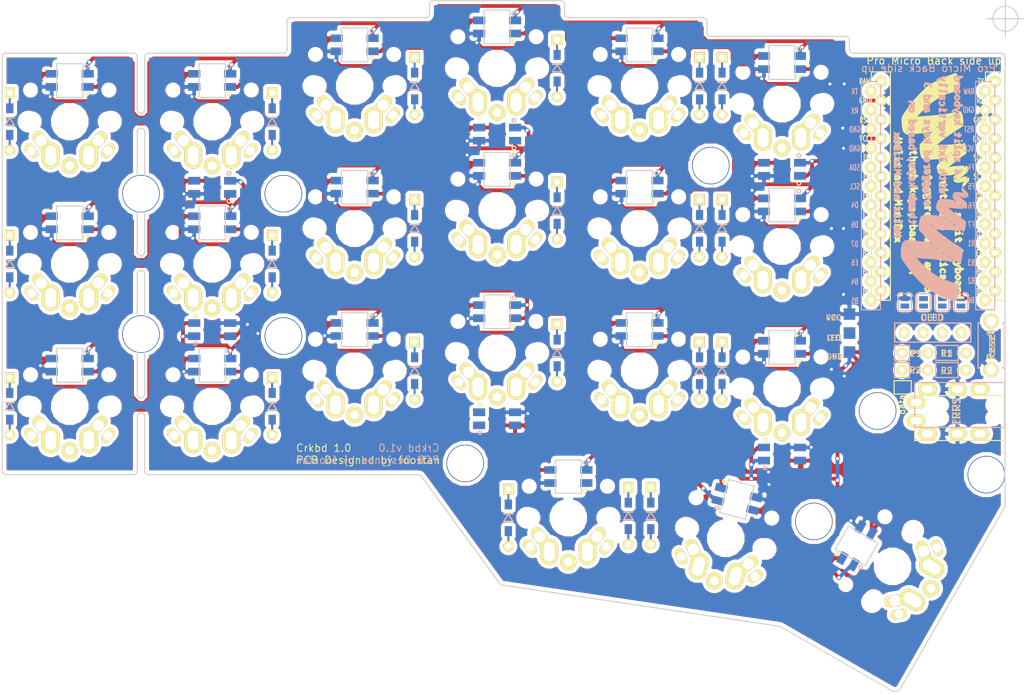
<source format=kicad_pcb>
(kicad_pcb (version 4) (host pcbnew 4.0.7)
  (title_block (title Crkbd) (date 2018/04/11) (rev 1.0) (company foostan))
  (layers (0 F.Cu signal) (31 B.Cu signal) (34 B.Paste user) (35 F.Paste user) (36 B.SilkS user) (37 F.SilkS user) (38 B.Mask user) (39 F.Mask user) (44 Edge.Cuts user))
  (net 0 "")
  (net 1 row0)
  (net 2 "Net-(D1-Pad2)")
  (net 3 row1)
  (net 4 "Net-(D2-Pad2)")
  (net 5 row2)
  (net 6 "Net-(D3-Pad2)")
  (net 7 row3)
  (net 8 "Net-(D4-Pad2)")
  (net 9 "Net-(D5-Pad2)")
  (net 10 "Net-(D6-Pad2)")
  (net 11 "Net-(D7-Pad2)")
  (net 12 "Net-(D8-Pad2)")
  (net 13 "Net-(D9-Pad2)")
  (net 14 "Net-(D10-Pad2)")
  (net 15 "Net-(D11-Pad2)")
  (net 16 "Net-(D12-Pad2)")
  (net 17 "Net-(D13-Pad2)")
  (net 18 "Net-(D14-Pad2)")
  (net 19 "Net-(D15-Pad2)")
  (net 20 "Net-(D16-Pad2)")
  (net 21 "Net-(D17-Pad2)")
  (net 22 "Net-(D18-Pad2)")
  (net 23 "Net-(D19-Pad2)")
  (net 24 "Net-(D20-Pad2)")
  (net 25 "Net-(D21-Pad2)")
  (net 26 GND)
  (net 27 VCC)
  (net 28 col0)
  (net 29 col1)
  (net 30 col2)
  (net 31 col3)
  (net 32 col4)
  (net 33 col5)
  (net 34 LED)
  (net 35 data)
  (net 36 "Net-(L1-Pad3)")
  (net 37 "Net-(L1-Pad1)")
  (net 38 "Net-(L3-Pad3)")
  (net 39 "Net-(L10-Pad1)")
  (net 40 "Net-(L11-Pad1)")
  (net 41 "Net-(L13-Pad1)")
  (net 42 "Net-(L14-Pad3)")
  (net 43 "Net-(L10-Pad3)")
  (net 44 "Net-(L12-Pad1)")
  (net 45 "Net-(L13-Pad3)")
  (net 46 "Net-(L15-Pad3)")
  (net 47 "Net-(L16-Pad3)")
  (net 48 reset)
  (net 49 SCL)
  (net 50 SDA)
  (net 51 "Net-(L5-Pad3)")
  (net 52 "Net-(U1-Pad14)")
  (net 53 "Net-(U1-Pad13)")
  (net 54 "Net-(U1-Pad12)")
  (net 55 "Net-(U1-Pad11)")
  (net 56 "Net-(J2-Pad1)")
  (net 57 "Net-(J2-Pad2)")
  (net 58 "Net-(J2-Pad3)")
  (net 59 "Net-(J2-Pad4)")
  (net 60 "Net-(L2-Pad3)")
  (net 61 "Net-(L3-Pad1)")
  (net 62 "Net-(L11-Pad3)")
  (net 63 "Net-(L14-Pad1)")
  (net 64 "Net-(L12-Pad3)")
  (net 65 "Net-(L17-Pad1)")
  (net 66 "Net-(L18-Pad3)")
  (net 67 "Net-(L19-Pad3)")
  (net 68 "Net-(J1-PadA)")
  (net 69 "Net-(J1-PadB)")
  (net 70 "Net-(U1-Pad24)")
  (net 71 "Net-(L21-Pad3)")
  (net 72 "Net-(L22-Pad3)")
  (net 73 "Net-(L22-Pad1)")
  (net 74 "Net-(L23-Pad3)")
  (net 75 "Net-(L25-Pad1)")
  (net 76 "Net-(L26-Pad1)")
  (module kbd:MX_ALPS_PG1350_noLed_1.75u (layer F.Cu) (at 179.75 136.5 240)
    (fp_text reference SW21 hide)
    (fp_text value SW_PUSH hide)
    (pad 1 thru_hole oval (at 5.1 -3.9 190) (size 2.2 1.25) (drill 1.2) (layers *.Cu *.Mask F.SilkS) (net 33 col5))
    (pad "" np_thru_hole circle (at 0 0 330) (size 4 4) (drill 4) (layers *.Cu *.Mask F.SilkS))
    (pad "" np_thru_hole circle (at -5.5 0 330) (size 1.9 1.9) (drill 1.9) (layers *.Cu *.Mask F.SilkS))
    (pad "" np_thru_hole circle (at 5.5 0 330) (size 1.9 1.9) (drill 1.9) (layers *.Cu *.Mask F.SilkS))
    (pad 1 thru_hole oval (at -5.1 -3.9 290) (size 2.2 1.25) (drill 1.2) (layers *.Cu *.Mask F.SilkS) (net 33 col5))
    (pad 2 thru_hole circle (at 0 -5.9 330) (size 2.2 2.2) (drill 1.2) (layers *.Cu *.Mask F.SilkS) (net 25 "Net-(D21-Pad2)"))
    (pad 2 thru_hole circle (at 2.54 -5.08 240) (size 2.4 2.4) (drill 1.5) (layers *.Cu *.Mask F.SilkS) (net 25 "Net-(D21-Pad2)"))
    (pad 1 thru_hole oval (at -3.81 -2.54 290) (size 2.8 1.55) (drill 1.5) (layers *.Cu *.Mask F.SilkS) (net 33 col5))
    (pad 1 thru_hole circle (at -2.54 -5.08 240) (size 2.4 2.4) (drill 1.5) (layers *.Cu *.Mask F.SilkS) (net 33 col5))
    (pad 2 thru_hole oval (at 3.81 -2.54 190) (size 2.8 1.55) (drill 1.5) (layers *.Cu *.Mask F.SilkS) (net 25 "Net-(D21-Pad2)"))
    (pad 2 thru_hole circle (at 2.54 -4.5 240) (size 2.4 2.4) (drill 1.5) (layers *.Cu *.Mask F.SilkS) (net 25 "Net-(D21-Pad2)"))
    (pad 2 thru_hole circle (at 2.54 -4 240) (size 2.4 2.4) (drill 1.5) (layers *.Cu *.Mask F.SilkS) (net 25 "Net-(D21-Pad2)"))
    (pad 1 thru_hole circle (at -2.54 -4 240) (size 2.4 2.4) (drill 1.5) (layers *.Cu *.Mask F.SilkS) (net 33 col5))
    (pad 1 thru_hole circle (at -2.54 -4.5 240) (size 2.4 2.4) (drill 1.5) (layers *.Cu *.Mask F.SilkS) (net 33 col5))
    (pad "" np_thru_hole circle (at 5.08 0 240) (size 1.7 1.7) (drill 1.7) (layers *.Cu *.Mask F.SilkS))
    (pad "" np_thru_hole circle (at -5.08 0 240) (size 1.7 1.7) (drill 1.7) (layers *.Cu *.Mask F.SilkS))
    (pad "" np_thru_hole circle (at 5.22 4.2 240) (size 1 1) (drill 1) (layers *.Cu *.Mask F.SilkS))
    (pad "" np_thru_hole circle (at -5.22 4.2 240) (size 1 1) (drill 1) (layers *.Cu *.Mask F.SilkS))
  )
  (module kbd:D3_TH_SMD (layer F.Cu) (at 62 77.125 270)
    (fp_text reference D1 hide)
    (fp_text value D hide)
    (pad 1 smd rect (at -1.775 0 270) (size 1.3 0.95) (layers F.Cu F.Paste F.Mask) (net 1 row0))
    (pad 2 smd rect (at 1.775 0 270) (size 1.3 0.95) (layers B.Cu B.Paste B.Mask) (net 2 "Net-(D1-Pad2)"))
    (pad 1 smd rect (at -1.775 0 270) (size 1.3 0.95) (layers B.Cu B.Paste B.Mask) (net 1 row0))
    (pad 1 thru_hole rect (at -3.81 0 270) (size 1.397 1.397) (drill 0.8128) (layers *.Cu *.Mask F.SilkS) (net 1 row0))
    (pad 2 thru_hole circle (at 3.81 0 270) (size 1.397 1.397) (drill 0.8128) (layers *.Cu *.Mask F.SilkS) (net 2 "Net-(D1-Pad2)"))
    (pad 2 smd rect (at 1.775 0 270) (size 1.3 0.95) (layers F.Cu F.Paste F.Mask) (net 2 "Net-(D1-Pad2)"))
  )
  (module kbd:D3_TH_SMD (layer F.Cu) (at 97 77.125 270)
    (fp_text reference D2 hide)
    (fp_text value D hide)
    (pad 1 smd rect (at -1.775 0 270) (size 1.3 0.95) (layers F.Cu F.Paste F.Mask) (net 1 row0))
    (pad 2 smd rect (at 1.775 0 270) (size 1.3 0.95) (layers B.Cu B.Paste B.Mask) (net 4 "Net-(D2-Pad2)"))
    (pad 1 smd rect (at -1.775 0 270) (size 1.3 0.95) (layers B.Cu B.Paste B.Mask) (net 1 row0))
    (pad 1 thru_hole rect (at -3.81 0 270) (size 1.397 1.397) (drill 0.8128) (layers *.Cu *.Mask F.SilkS) (net 1 row0))
    (pad 2 thru_hole circle (at 3.81 0 270) (size 1.397 1.397) (drill 0.8128) (layers *.Cu *.Mask F.SilkS) (net 4 "Net-(D2-Pad2)"))
    (pad 2 smd rect (at 1.775 0 270) (size 1.3 0.95) (layers F.Cu F.Paste F.Mask) (net 4 "Net-(D2-Pad2)"))
  )
  (module kbd:D3_TH_SMD (layer F.Cu) (at 116 72.375 270)
    (fp_text reference D3 hide)
    (fp_text value D hide)
    (pad 1 smd rect (at -1.775 0 270) (size 1.3 0.95) (layers F.Cu F.Paste F.Mask) (net 1 row0))
    (pad 2 smd rect (at 1.775 0 270) (size 1.3 0.95) (layers B.Cu B.Paste B.Mask) (net 6 "Net-(D3-Pad2)"))
    (pad 1 smd rect (at -1.775 0 270) (size 1.3 0.95) (layers B.Cu B.Paste B.Mask) (net 1 row0))
    (pad 1 thru_hole rect (at -3.81 0 270) (size 1.397 1.397) (drill 0.8128) (layers *.Cu *.Mask F.SilkS) (net 1 row0))
    (pad 2 thru_hole circle (at 3.81 0 270) (size 1.397 1.397) (drill 0.8128) (layers *.Cu *.Mask F.SilkS) (net 6 "Net-(D3-Pad2)"))
    (pad 2 smd rect (at 1.775 0 270) (size 1.3 0.95) (layers F.Cu F.Paste F.Mask) (net 6 "Net-(D3-Pad2)"))
  )
  (module kbd:D3_TH_SMD (layer F.Cu) (at 135 70 270)
    (fp_text reference D4 hide)
    (fp_text value D hide)
    (pad 1 smd rect (at -1.775 0 270) (size 1.3 0.95) (layers F.Cu F.Paste F.Mask) (net 1 row0))
    (pad 2 smd rect (at 1.775 0 270) (size 1.3 0.95) (layers B.Cu B.Paste B.Mask) (net 8 "Net-(D4-Pad2)"))
    (pad 1 smd rect (at -1.775 0 270) (size 1.3 0.95) (layers B.Cu B.Paste B.Mask) (net 1 row0))
    (pad 1 thru_hole rect (at -3.81 0 270) (size 1.397 1.397) (drill 0.8128) (layers *.Cu *.Mask F.SilkS) (net 1 row0))
    (pad 2 thru_hole circle (at 3.81 0 270) (size 1.397 1.397) (drill 0.8128) (layers *.Cu *.Mask F.SilkS) (net 8 "Net-(D4-Pad2)"))
    (pad 2 smd rect (at 1.775 0 270) (size 1.3 0.95) (layers F.Cu F.Paste F.Mask) (net 8 "Net-(D4-Pad2)"))
  )
  (module kbd:D3_TH_SMD (layer F.Cu) (at 154 72.375 270)
    (fp_text reference D5 hide)
    (fp_text value D hide)
    (pad 1 smd rect (at -1.775 0 270) (size 1.3 0.95) (layers F.Cu F.Paste F.Mask) (net 1 row0))
    (pad 2 smd rect (at 1.775 0 270) (size 1.3 0.95) (layers B.Cu B.Paste B.Mask) (net 9 "Net-(D5-Pad2)"))
    (pad 1 smd rect (at -1.775 0 270) (size 1.3 0.95) (layers B.Cu B.Paste B.Mask) (net 1 row0))
    (pad 1 thru_hole rect (at -3.81 0 270) (size 1.397 1.397) (drill 0.8128) (layers *.Cu *.Mask F.SilkS) (net 1 row0))
    (pad 2 thru_hole circle (at 3.81 0 270) (size 1.397 1.397) (drill 0.8128) (layers *.Cu *.Mask F.SilkS) (net 9 "Net-(D5-Pad2)"))
    (pad 2 smd rect (at 1.775 0 270) (size 1.3 0.95) (layers F.Cu F.Paste F.Mask) (net 9 "Net-(D5-Pad2)"))
  )
  (module kbd:D3_TH_SMD (layer F.Cu) (at 157 72.375 270)
    (fp_text reference D6 hide)
    (fp_text value D hide)
    (pad 1 smd rect (at -1.775 0 270) (size 1.3 0.95) (layers F.Cu F.Paste F.Mask) (net 1 row0))
    (pad 2 smd rect (at 1.775 0 270) (size 1.3 0.95) (layers B.Cu B.Paste B.Mask) (net 10 "Net-(D6-Pad2)"))
    (pad 1 smd rect (at -1.775 0 270) (size 1.3 0.95) (layers B.Cu B.Paste B.Mask) (net 1 row0))
    (pad 1 thru_hole rect (at -3.81 0 270) (size 1.397 1.397) (drill 0.8128) (layers *.Cu *.Mask F.SilkS) (net 1 row0))
    (pad 2 thru_hole circle (at 3.81 0 270) (size 1.397 1.397) (drill 0.8128) (layers *.Cu *.Mask F.SilkS) (net 10 "Net-(D6-Pad2)"))
    (pad 2 smd rect (at 1.775 0 270) (size 1.3 0.95) (layers F.Cu F.Paste F.Mask) (net 10 "Net-(D6-Pad2)"))
  )
  (module kbd:D3_TH_SMD (layer F.Cu) (at 62 96.125 270)
    (fp_text reference D7 hide)
    (fp_text value D hide)
    (pad 1 smd rect (at -1.775 0 270) (size 1.3 0.95) (layers F.Cu F.Paste F.Mask) (net 3 row1))
    (pad 2 smd rect (at 1.775 0 270) (size 1.3 0.95) (layers B.Cu B.Paste B.Mask) (net 11 "Net-(D7-Pad2)"))
    (pad 1 smd rect (at -1.775 0 270) (size 1.3 0.95) (layers B.Cu B.Paste B.Mask) (net 3 row1))
    (pad 1 thru_hole rect (at -3.81 0 270) (size 1.397 1.397) (drill 0.8128) (layers *.Cu *.Mask F.SilkS) (net 3 row1))
    (pad 2 thru_hole circle (at 3.81 0 270) (size 1.397 1.397) (drill 0.8128) (layers *.Cu *.Mask F.SilkS) (net 11 "Net-(D7-Pad2)"))
    (pad 2 smd rect (at 1.775 0 270) (size 1.3 0.95) (layers F.Cu F.Paste F.Mask) (net 11 "Net-(D7-Pad2)"))
  )
  (module kbd:D3_TH_SMD (layer F.Cu) (at 97 96.125 270)
    (fp_text reference D8 hide)
    (fp_text value D hide)
    (pad 1 smd rect (at -1.775 0 270) (size 1.3 0.95) (layers F.Cu F.Paste F.Mask) (net 3 row1))
    (pad 2 smd rect (at 1.775 0 270) (size 1.3 0.95) (layers B.Cu B.Paste B.Mask) (net 12 "Net-(D8-Pad2)"))
    (pad 1 smd rect (at -1.775 0 270) (size 1.3 0.95) (layers B.Cu B.Paste B.Mask) (net 3 row1))
    (pad 1 thru_hole rect (at -3.81 0 270) (size 1.397 1.397) (drill 0.8128) (layers *.Cu *.Mask F.SilkS) (net 3 row1))
    (pad 2 thru_hole circle (at 3.81 0 270) (size 1.397 1.397) (drill 0.8128) (layers *.Cu *.Mask F.SilkS) (net 12 "Net-(D8-Pad2)"))
    (pad 2 smd rect (at 1.775 0 270) (size 1.3 0.95) (layers F.Cu F.Paste F.Mask) (net 12 "Net-(D8-Pad2)"))
  )
  (module kbd:D3_TH_SMD (layer F.Cu) (at 116 91.375 270)
    (fp_text reference D9 hide)
    (fp_text value D hide)
    (pad 1 smd rect (at -1.775 0 270) (size 1.3 0.95) (layers F.Cu F.Paste F.Mask) (net 3 row1))
    (pad 2 smd rect (at 1.775 0 270) (size 1.3 0.95) (layers B.Cu B.Paste B.Mask) (net 13 "Net-(D9-Pad2)"))
    (pad 1 smd rect (at -1.775 0 270) (size 1.3 0.95) (layers B.Cu B.Paste B.Mask) (net 3 row1))
    (pad 1 thru_hole rect (at -3.81 0 270) (size 1.397 1.397) (drill 0.8128) (layers *.Cu *.Mask F.SilkS) (net 3 row1))
    (pad 2 thru_hole circle (at 3.81 0 270) (size 1.397 1.397) (drill 0.8128) (layers *.Cu *.Mask F.SilkS) (net 13 "Net-(D9-Pad2)"))
    (pad 2 smd rect (at 1.775 0 270) (size 1.3 0.95) (layers F.Cu F.Paste F.Mask) (net 13 "Net-(D9-Pad2)"))
  )
  (module kbd:D3_TH_SMD (layer F.Cu) (at 135 89 270)
    (fp_text reference D10 hide)
    (fp_text value D hide)
    (pad 1 smd rect (at -1.775 0 270) (size 1.3 0.95) (layers F.Cu F.Paste F.Mask) (net 3 row1))
    (pad 2 smd rect (at 1.775 0 270) (size 1.3 0.95) (layers B.Cu B.Paste B.Mask) (net 14 "Net-(D10-Pad2)"))
    (pad 1 smd rect (at -1.775 0 270) (size 1.3 0.95) (layers B.Cu B.Paste B.Mask) (net 3 row1))
    (pad 1 thru_hole rect (at -3.81 0 270) (size 1.397 1.397) (drill 0.8128) (layers *.Cu *.Mask F.SilkS) (net 3 row1))
    (pad 2 thru_hole circle (at 3.81 0 270) (size 1.397 1.397) (drill 0.8128) (layers *.Cu *.Mask F.SilkS) (net 14 "Net-(D10-Pad2)"))
    (pad 2 smd rect (at 1.775 0 270) (size 1.3 0.95) (layers F.Cu F.Paste F.Mask) (net 14 "Net-(D10-Pad2)"))
  )
  (module kbd:D3_TH_SMD (layer F.Cu) (at 154 91.375 270)
    (fp_text reference D11 hide)
    (fp_text value D hide)
    (pad 1 smd rect (at -1.775 0 270) (size 1.3 0.95) (layers F.Cu F.Paste F.Mask) (net 3 row1))
    (pad 2 smd rect (at 1.775 0 270) (size 1.3 0.95) (layers B.Cu B.Paste B.Mask) (net 15 "Net-(D11-Pad2)"))
    (pad 1 smd rect (at -1.775 0 270) (size 1.3 0.95) (layers B.Cu B.Paste B.Mask) (net 3 row1))
    (pad 1 thru_hole rect (at -3.81 0 270) (size 1.397 1.397) (drill 0.8128) (layers *.Cu *.Mask F.SilkS) (net 3 row1))
    (pad 2 thru_hole circle (at 3.81 0 270) (size 1.397 1.397) (drill 0.8128) (layers *.Cu *.Mask F.SilkS) (net 15 "Net-(D11-Pad2)"))
    (pad 2 smd rect (at 1.775 0 270) (size 1.3 0.95) (layers F.Cu F.Paste F.Mask) (net 15 "Net-(D11-Pad2)"))
  )
  (module kbd:D3_TH_SMD (layer F.Cu) (at 157 91.375 270)
    (fp_text reference D12 hide)
    (fp_text value D hide)
    (pad 1 smd rect (at -1.775 0 270) (size 1.3 0.95) (layers F.Cu F.Paste F.Mask) (net 3 row1))
    (pad 2 smd rect (at 1.775 0 270) (size 1.3 0.95) (layers B.Cu B.Paste B.Mask) (net 16 "Net-(D12-Pad2)"))
    (pad 1 smd rect (at -1.775 0 270) (size 1.3 0.95) (layers B.Cu B.Paste B.Mask) (net 3 row1))
    (pad 1 thru_hole rect (at -3.81 0 270) (size 1.397 1.397) (drill 0.8128) (layers *.Cu *.Mask F.SilkS) (net 3 row1))
    (pad 2 thru_hole circle (at 3.81 0 270) (size 1.397 1.397) (drill 0.8128) (layers *.Cu *.Mask F.SilkS) (net 16 "Net-(D12-Pad2)"))
    (pad 2 smd rect (at 1.775 0 270) (size 1.3 0.95) (layers F.Cu F.Paste F.Mask) (net 16 "Net-(D12-Pad2)"))
  )
  (module kbd:D3_TH_SMD (layer F.Cu) (at 62 115.125 270)
    (fp_text reference D13 hide)
    (fp_text value D hide)
    (pad 1 smd rect (at -1.775 0 270) (size 1.3 0.95) (layers F.Cu F.Paste F.Mask) (net 5 row2))
    (pad 2 smd rect (at 1.775 0 270) (size 1.3 0.95) (layers B.Cu B.Paste B.Mask) (net 17 "Net-(D13-Pad2)"))
    (pad 1 smd rect (at -1.775 0 270) (size 1.3 0.95) (layers B.Cu B.Paste B.Mask) (net 5 row2))
    (pad 1 thru_hole rect (at -3.81 0 270) (size 1.397 1.397) (drill 0.8128) (layers *.Cu *.Mask F.SilkS) (net 5 row2))
    (pad 2 thru_hole circle (at 3.81 0 270) (size 1.397 1.397) (drill 0.8128) (layers *.Cu *.Mask F.SilkS) (net 17 "Net-(D13-Pad2)"))
    (pad 2 smd rect (at 1.775 0 270) (size 1.3 0.95) (layers F.Cu F.Paste F.Mask) (net 17 "Net-(D13-Pad2)"))
  )
  (module kbd:D3_TH_SMD (layer F.Cu) (at 97 115.125 270)
    (fp_text reference D14 hide)
    (fp_text value D hide)
    (pad 1 smd rect (at -1.775 0 270) (size 1.3 0.95) (layers F.Cu F.Paste F.Mask) (net 5 row2))
    (pad 2 smd rect (at 1.775 0 270) (size 1.3 0.95) (layers B.Cu B.Paste B.Mask) (net 18 "Net-(D14-Pad2)"))
    (pad 1 smd rect (at -1.775 0 270) (size 1.3 0.95) (layers B.Cu B.Paste B.Mask) (net 5 row2))
    (pad 1 thru_hole rect (at -3.81 0 270) (size 1.397 1.397) (drill 0.8128) (layers *.Cu *.Mask F.SilkS) (net 5 row2))
    (pad 2 thru_hole circle (at 3.81 0 270) (size 1.397 1.397) (drill 0.8128) (layers *.Cu *.Mask F.SilkS) (net 18 "Net-(D14-Pad2)"))
    (pad 2 smd rect (at 1.775 0 270) (size 1.3 0.95) (layers F.Cu F.Paste F.Mask) (net 18 "Net-(D14-Pad2)"))
  )
  (module kbd:D3_TH_SMD (layer F.Cu) (at 116 110.375 270)
    (fp_text reference D15 hide)
    (fp_text value D hide)
    (pad 1 smd rect (at -1.775 0 270) (size 1.3 0.95) (layers F.Cu F.Paste F.Mask) (net 5 row2))
    (pad 2 smd rect (at 1.775 0 270) (size 1.3 0.95) (layers B.Cu B.Paste B.Mask) (net 19 "Net-(D15-Pad2)"))
    (pad 1 smd rect (at -1.775 0 270) (size 1.3 0.95) (layers B.Cu B.Paste B.Mask) (net 5 row2))
    (pad 1 thru_hole rect (at -3.81 0 270) (size 1.397 1.397) (drill 0.8128) (layers *.Cu *.Mask F.SilkS) (net 5 row2))
    (pad 2 thru_hole circle (at 3.81 0 270) (size 1.397 1.397) (drill 0.8128) (layers *.Cu *.Mask F.SilkS) (net 19 "Net-(D15-Pad2)"))
    (pad 2 smd rect (at 1.775 0 270) (size 1.3 0.95) (layers F.Cu F.Paste F.Mask) (net 19 "Net-(D15-Pad2)"))
  )
  (module kbd:D3_TH_SMD (layer F.Cu) (at 135 108 270)
    (fp_text reference D16 hide)
    (fp_text value D hide)
    (pad 1 smd rect (at -1.775 0 270) (size 1.3 0.95) (layers F.Cu F.Paste F.Mask) (net 5 row2))
    (pad 2 smd rect (at 1.775 0 270) (size 1.3 0.95) (layers B.Cu B.Paste B.Mask) (net 20 "Net-(D16-Pad2)"))
    (pad 1 smd rect (at -1.775 0 270) (size 1.3 0.95) (layers B.Cu B.Paste B.Mask) (net 5 row2))
    (pad 1 thru_hole rect (at -3.81 0 270) (size 1.397 1.397) (drill 0.8128) (layers *.Cu *.Mask F.SilkS) (net 5 row2))
    (pad 2 thru_hole circle (at 3.81 0 270) (size 1.397 1.397) (drill 0.8128) (layers *.Cu *.Mask F.SilkS) (net 20 "Net-(D16-Pad2)"))
    (pad 2 smd rect (at 1.775 0 270) (size 1.3 0.95) (layers F.Cu F.Paste F.Mask) (net 20 "Net-(D16-Pad2)"))
  )
  (module kbd:D3_TH_SMD (layer F.Cu) (at 157 110.375 270)
    (fp_text reference D18 hide)
    (fp_text value D hide)
    (pad 1 smd rect (at -1.775 0 270) (size 1.3 0.95) (layers F.Cu F.Paste F.Mask) (net 5 row2))
    (pad 2 smd rect (at 1.775 0 270) (size 1.3 0.95) (layers B.Cu B.Paste B.Mask) (net 22 "Net-(D18-Pad2)"))
    (pad 1 smd rect (at -1.775 0 270) (size 1.3 0.95) (layers B.Cu B.Paste B.Mask) (net 5 row2))
    (pad 1 thru_hole rect (at -3.81 0 270) (size 1.397 1.397) (drill 0.8128) (layers *.Cu *.Mask F.SilkS) (net 5 row2))
    (pad 2 thru_hole circle (at 3.81 0 270) (size 1.397 1.397) (drill 0.8128) (layers *.Cu *.Mask F.SilkS) (net 22 "Net-(D18-Pad2)"))
    (pad 2 smd rect (at 1.775 0 270) (size 1.3 0.95) (layers F.Cu F.Paste F.Mask) (net 22 "Net-(D18-Pad2)"))
  )
  (module kbd:D3_TH_SMD (layer F.Cu) (at 128.5 130 270)
    (fp_text reference D19 hide)
    (fp_text value D hide)
    (pad 1 smd rect (at -1.775 0 270) (size 1.3 0.95) (layers F.Cu F.Paste F.Mask) (net 7 row3))
    (pad 2 smd rect (at 1.775 0 270) (size 1.3 0.95) (layers B.Cu B.Paste B.Mask) (net 23 "Net-(D19-Pad2)"))
    (pad 1 smd rect (at -1.775 0 270) (size 1.3 0.95) (layers B.Cu B.Paste B.Mask) (net 7 row3))
    (pad 1 thru_hole rect (at -3.81 0 270) (size 1.397 1.397) (drill 0.8128) (layers *.Cu *.Mask F.SilkS) (net 7 row3))
    (pad 2 thru_hole circle (at 3.81 0 270) (size 1.397 1.397) (drill 0.8128) (layers *.Cu *.Mask F.SilkS) (net 23 "Net-(D19-Pad2)"))
    (pad 2 smd rect (at 1.775 0 270) (size 1.3 0.95) (layers F.Cu F.Paste F.Mask) (net 23 "Net-(D19-Pad2)"))
  )
  (module kbd:D3_TH_SMD (layer F.Cu) (at 144.5 129.75 270)
    (fp_text reference D20 hide)
    (fp_text value D hide)
    (pad 1 smd rect (at -1.775 0 270) (size 1.3 0.95) (layers F.Cu F.Paste F.Mask) (net 7 row3))
    (pad 2 smd rect (at 1.775 0 270) (size 1.3 0.95) (layers B.Cu B.Paste B.Mask) (net 24 "Net-(D20-Pad2)"))
    (pad 1 smd rect (at -1.775 0 270) (size 1.3 0.95) (layers B.Cu B.Paste B.Mask) (net 7 row3))
    (pad 1 thru_hole rect (at -3.81 0 270) (size 1.397 1.397) (drill 0.8128) (layers *.Cu *.Mask F.SilkS) (net 7 row3))
    (pad 2 thru_hole circle (at 3.81 0 270) (size 1.397 1.397) (drill 0.8128) (layers *.Cu *.Mask F.SilkS) (net 24 "Net-(D20-Pad2)"))
    (pad 2 smd rect (at 1.775 0 270) (size 1.3 0.95) (layers F.Cu F.Paste F.Mask) (net 24 "Net-(D20-Pad2)"))
  )
  (module kbd:D3_TH_SMD (layer F.Cu) (at 147.5 129.75 270)
    (fp_text reference D21 hide)
    (fp_text value D hide)
    (pad 1 smd rect (at -1.775 0 270) (size 1.3 0.95) (layers F.Cu F.Paste F.Mask) (net 7 row3))
    (pad 2 smd rect (at 1.775 0 270) (size 1.3 0.95) (layers B.Cu B.Paste B.Mask) (net 25 "Net-(D21-Pad2)"))
    (pad 1 smd rect (at -1.775 0 270) (size 1.3 0.95) (layers B.Cu B.Paste B.Mask) (net 7 row3))
    (pad 1 thru_hole rect (at -3.81 0 270) (size 1.397 1.397) (drill 0.8128) (layers *.Cu *.Mask F.SilkS) (net 7 row3))
    (pad 2 thru_hole circle (at 3.81 0 270) (size 1.397 1.397) (drill 0.8128) (layers *.Cu *.Mask F.SilkS) (net 25 "Net-(D21-Pad2)"))
    (pad 2 smd rect (at 1.775 0 270) (size 1.3 0.95) (layers F.Cu F.Paste F.Mask) (net 25 "Net-(D21-Pad2)"))
  )
  (module kbd:SK6812MINI_rev (layer F.Cu) (at 70 71.625)
    (fp_text reference L1 hide)
    (fp_text value SK6812MINI hide)
    (pad 4 smd rect (at 2.4 0.875) (size 1.6 1) (layers F.Cu F.Paste F.Mask) (net 27 VCC))
    (pad 3 smd rect (at 2.4 -0.875) (size 1.6 1) (layers F.Cu F.Paste F.Mask) (net 36 "Net-(L1-Pad3)"))
    (pad 1 smd rect (at -2.4 0.875) (size 1.6 1) (layers F.Cu F.Paste F.Mask) (net 37 "Net-(L1-Pad1)"))
    (pad 2 smd rect (at -2.4 -0.875) (size 1.6 1) (layers F.Cu F.Paste F.Mask) (net 26 GND))
    (pad 3 smd rect (at 2.4 0.875) (size 1.6 1) (layers B.Cu B.Paste B.Mask) (net 36 "Net-(L1-Pad3)"))
    (pad 4 smd rect (at 2.4 -0.875) (size 1.6 1) (layers B.Cu B.Paste B.Mask) (net 27 VCC))
    (pad 1 smd rect (at -2.4 -0.875) (size 1.6 1) (layers B.Cu B.Paste B.Mask) (net 37 "Net-(L1-Pad1)"))
    (pad 2 smd rect (at -2.4 0.875) (size 1.6 1) (layers B.Cu B.Paste B.Mask) (net 26 GND))
  )
  (module kbd:SK6812MINI_rev (layer F.Cu) (at 89 71.625)
    (fp_text reference L2 hide)
    (fp_text value SK6812MINI hide)
    (pad 4 smd rect (at 2.4 0.875) (size 1.6 1) (layers F.Cu F.Paste F.Mask) (net 27 VCC))
    (pad 3 smd rect (at 2.4 -0.875) (size 1.6 1) (layers F.Cu F.Paste F.Mask) (net 60 "Net-(L2-Pad3)"))
    (pad 1 smd rect (at -2.4 0.875) (size 1.6 1) (layers F.Cu F.Paste F.Mask) (net 36 "Net-(L1-Pad3)"))
    (pad 2 smd rect (at -2.4 -0.875) (size 1.6 1) (layers F.Cu F.Paste F.Mask) (net 26 GND))
    (pad 3 smd rect (at 2.4 0.875) (size 1.6 1) (layers B.Cu B.Paste B.Mask) (net 60 "Net-(L2-Pad3)"))
    (pad 4 smd rect (at 2.4 -0.875) (size 1.6 1) (layers B.Cu B.Paste B.Mask) (net 27 VCC))
    (pad 1 smd rect (at -2.4 -0.875) (size 1.6 1) (layers B.Cu B.Paste B.Mask) (net 36 "Net-(L1-Pad3)"))
    (pad 2 smd rect (at -2.4 0.875) (size 1.6 1) (layers B.Cu B.Paste B.Mask) (net 26 GND))
  )
  (module kbd:SK6812MINI_rev (layer F.Cu) (at 108 66.875)
    (fp_text reference L3 hide)
    (fp_text value SK6812MINI hide)
    (pad 4 smd rect (at 2.4 0.875) (size 1.6 1) (layers F.Cu F.Paste F.Mask) (net 27 VCC))
    (pad 3 smd rect (at 2.4 -0.875) (size 1.6 1) (layers F.Cu F.Paste F.Mask) (net 38 "Net-(L3-Pad3)"))
    (pad 1 smd rect (at -2.4 0.875) (size 1.6 1) (layers F.Cu F.Paste F.Mask) (net 61 "Net-(L3-Pad1)"))
    (pad 2 smd rect (at -2.4 -0.875) (size 1.6 1) (layers F.Cu F.Paste F.Mask) (net 26 GND))
    (pad 3 smd rect (at 2.4 0.875) (size 1.6 1) (layers B.Cu B.Paste B.Mask) (net 38 "Net-(L3-Pad3)"))
    (pad 4 smd rect (at 2.4 -0.875) (size 1.6 1) (layers B.Cu B.Paste B.Mask) (net 27 VCC))
    (pad 1 smd rect (at -2.4 -0.875) (size 1.6 1) (layers B.Cu B.Paste B.Mask) (net 61 "Net-(L3-Pad1)"))
    (pad 2 smd rect (at -2.4 0.875) (size 1.6 1) (layers B.Cu B.Paste B.Mask) (net 26 GND))
  )
  (module kbd:SK6812MINI_rev (layer F.Cu) (at 127 64.5)
    (fp_text reference L4 hide)
    (fp_text value SK6812MINI hide)
    (pad 4 smd rect (at 2.4 0.875) (size 1.6 1) (layers F.Cu F.Paste F.Mask) (net 27 VCC))
    (pad 3 smd rect (at 2.4 -0.875) (size 1.6 1) (layers F.Cu F.Paste F.Mask) (net 39 "Net-(L10-Pad1)"))
    (pad 1 smd rect (at -2.4 0.875) (size 1.6 1) (layers F.Cu F.Paste F.Mask) (net 38 "Net-(L3-Pad3)"))
    (pad 2 smd rect (at -2.4 -0.875) (size 1.6 1) (layers F.Cu F.Paste F.Mask) (net 26 GND))
    (pad 3 smd rect (at 2.4 0.875) (size 1.6 1) (layers B.Cu B.Paste B.Mask) (net 39 "Net-(L10-Pad1)"))
    (pad 4 smd rect (at 2.4 -0.875) (size 1.6 1) (layers B.Cu B.Paste B.Mask) (net 27 VCC))
    (pad 1 smd rect (at -2.4 -0.875) (size 1.6 1) (layers B.Cu B.Paste B.Mask) (net 38 "Net-(L3-Pad3)"))
    (pad 2 smd rect (at -2.4 0.875) (size 1.6 1) (layers B.Cu B.Paste B.Mask) (net 26 GND))
  )
  (module kbd:SK6812MINI_rev (layer F.Cu) (at 146 66.875)
    (fp_text reference L5 hide)
    (fp_text value SK6812MINI hide)
    (pad 4 smd rect (at 2.4 0.875) (size 1.6 1) (layers F.Cu F.Paste F.Mask) (net 27 VCC))
    (pad 3 smd rect (at 2.4 -0.875) (size 1.6 1) (layers F.Cu F.Paste F.Mask) (net 51 "Net-(L5-Pad3)"))
    (pad 1 smd rect (at -2.4 0.875) (size 1.6 1) (layers F.Cu F.Paste F.Mask) (net 62 "Net-(L11-Pad3)"))
    (pad 2 smd rect (at -2.4 -0.875) (size 1.6 1) (layers F.Cu F.Paste F.Mask) (net 26 GND))
    (pad 3 smd rect (at 2.4 0.875) (size 1.6 1) (layers B.Cu B.Paste B.Mask) (net 51 "Net-(L5-Pad3)"))
    (pad 4 smd rect (at 2.4 -0.875) (size 1.6 1) (layers B.Cu B.Paste B.Mask) (net 27 VCC))
    (pad 1 smd rect (at -2.4 -0.875) (size 1.6 1) (layers B.Cu B.Paste B.Mask) (net 62 "Net-(L11-Pad3)"))
    (pad 2 smd rect (at -2.4 0.875) (size 1.6 1) (layers B.Cu B.Paste B.Mask) (net 26 GND))
  )
  (module kbd:SK6812MINI_rev (layer F.Cu) (at 165 69.25)
    (fp_text reference L6 hide)
    (fp_text value SK6812MINI hide)
    (pad 4 smd rect (at 2.4 0.875) (size 1.6 1) (layers F.Cu F.Paste F.Mask) (net 27 VCC))
    (pad 3 smd rect (at 2.4 -0.875) (size 1.6 1) (layers F.Cu F.Paste F.Mask) (net 44 "Net-(L12-Pad1)"))
    (pad 1 smd rect (at -2.4 0.875) (size 1.6 1) (layers F.Cu F.Paste F.Mask) (net 51 "Net-(L5-Pad3)"))
    (pad 2 smd rect (at -2.4 -0.875) (size 1.6 1) (layers F.Cu F.Paste F.Mask) (net 26 GND))
    (pad 3 smd rect (at 2.4 0.875) (size 1.6 1) (layers B.Cu B.Paste B.Mask) (net 44 "Net-(L12-Pad1)"))
    (pad 4 smd rect (at 2.4 -0.875) (size 1.6 1) (layers B.Cu B.Paste B.Mask) (net 27 VCC))
    (pad 1 smd rect (at -2.4 -0.875) (size 1.6 1) (layers B.Cu B.Paste B.Mask) (net 51 "Net-(L5-Pad3)"))
    (pad 2 smd rect (at -2.4 0.875) (size 1.6 1) (layers B.Cu B.Paste B.Mask) (net 26 GND))
  )
  (module kbd:SK6812MINI_rev (layer F.Cu) (at 70 90.625)
    (fp_text reference L7 hide)
    (fp_text value SK6812MINI hide)
    (pad 4 smd rect (at 2.4 0.875) (size 1.6 1) (layers F.Cu F.Paste F.Mask) (net 27 VCC))
    (pad 3 smd rect (at 2.4 -0.875) (size 1.6 1) (layers F.Cu F.Paste F.Mask) (net 37 "Net-(L1-Pad1)"))
    (pad 1 smd rect (at -2.4 0.875) (size 1.6 1) (layers F.Cu F.Paste F.Mask) (net 45 "Net-(L13-Pad3)"))
    (pad 2 smd rect (at -2.4 -0.875) (size 1.6 1) (layers F.Cu F.Paste F.Mask) (net 26 GND))
    (pad 3 smd rect (at 2.4 0.875) (size 1.6 1) (layers B.Cu B.Paste B.Mask) (net 37 "Net-(L1-Pad1)"))
    (pad 4 smd rect (at 2.4 -0.875) (size 1.6 1) (layers B.Cu B.Paste B.Mask) (net 27 VCC))
    (pad 1 smd rect (at -2.4 -0.875) (size 1.6 1) (layers B.Cu B.Paste B.Mask) (net 45 "Net-(L13-Pad3)"))
    (pad 2 smd rect (at -2.4 0.875) (size 1.6 1) (layers B.Cu B.Paste B.Mask) (net 26 GND))
  )
  (module kbd:SK6812MINI_rev (layer F.Cu) (at 89 90.625)
    (fp_text reference L8 hide)
    (fp_text value SK6812MINI hide)
    (pad 4 smd rect (at 2.4 0.875) (size 1.6 1) (layers F.Cu F.Paste F.Mask) (net 27 VCC))
    (pad 3 smd rect (at 2.4 -0.875) (size 1.6 1) (layers F.Cu F.Paste F.Mask) (net 63 "Net-(L14-Pad1)"))
    (pad 1 smd rect (at -2.4 0.875) (size 1.6 1) (layers F.Cu F.Paste F.Mask) (net 60 "Net-(L2-Pad3)"))
    (pad 2 smd rect (at -2.4 -0.875) (size 1.6 1) (layers F.Cu F.Paste F.Mask) (net 26 GND))
    (pad 3 smd rect (at 2.4 0.875) (size 1.6 1) (layers B.Cu B.Paste B.Mask) (net 63 "Net-(L14-Pad1)"))
    (pad 4 smd rect (at 2.4 -0.875) (size 1.6 1) (layers B.Cu B.Paste B.Mask) (net 27 VCC))
    (pad 1 smd rect (at -2.4 -0.875) (size 1.6 1) (layers B.Cu B.Paste B.Mask) (net 60 "Net-(L2-Pad3)"))
    (pad 2 smd rect (at -2.4 0.875) (size 1.6 1) (layers B.Cu B.Paste B.Mask) (net 26 GND))
  )
  (module kbd:SK6812MINI_rev (layer F.Cu) (at 108 85.875)
    (fp_text reference L9 hide)
    (fp_text value SK6812MINI hide)
    (pad 4 smd rect (at 2.4 0.875) (size 1.6 1) (layers F.Cu F.Paste F.Mask) (net 27 VCC))
    (pad 3 smd rect (at 2.4 -0.875) (size 1.6 1) (layers F.Cu F.Paste F.Mask) (net 61 "Net-(L3-Pad1)"))
    (pad 1 smd rect (at -2.4 0.875) (size 1.6 1) (layers F.Cu F.Paste F.Mask) (net 46 "Net-(L15-Pad3)"))
    (pad 2 smd rect (at -2.4 -0.875) (size 1.6 1) (layers F.Cu F.Paste F.Mask) (net 26 GND))
    (pad 3 smd rect (at 2.4 0.875) (size 1.6 1) (layers B.Cu B.Paste B.Mask) (net 61 "Net-(L3-Pad1)"))
    (pad 4 smd rect (at 2.4 -0.875) (size 1.6 1) (layers B.Cu B.Paste B.Mask) (net 27 VCC))
    (pad 1 smd rect (at -2.4 -0.875) (size 1.6 1) (layers B.Cu B.Paste B.Mask) (net 46 "Net-(L15-Pad3)"))
    (pad 2 smd rect (at -2.4 0.875) (size 1.6 1) (layers B.Cu B.Paste B.Mask) (net 26 GND))
  )
  (module kbd:SK6812MINI_rev (layer F.Cu) (at 127 83.5)
    (fp_text reference L10 hide)
    (fp_text value SK6812MINI hide)
    (pad 4 smd rect (at 2.4 0.875) (size 1.6 1) (layers F.Cu F.Paste F.Mask) (net 27 VCC))
    (pad 3 smd rect (at 2.4 -0.875) (size 1.6 1) (layers F.Cu F.Paste F.Mask) (net 43 "Net-(L10-Pad3)"))
    (pad 1 smd rect (at -2.4 0.875) (size 1.6 1) (layers F.Cu F.Paste F.Mask) (net 39 "Net-(L10-Pad1)"))
    (pad 2 smd rect (at -2.4 -0.875) (size 1.6 1) (layers F.Cu F.Paste F.Mask) (net 26 GND))
    (pad 3 smd rect (at 2.4 0.875) (size 1.6 1) (layers B.Cu B.Paste B.Mask) (net 43 "Net-(L10-Pad3)"))
    (pad 4 smd rect (at 2.4 -0.875) (size 1.6 1) (layers B.Cu B.Paste B.Mask) (net 27 VCC))
    (pad 1 smd rect (at -2.4 -0.875) (size 1.6 1) (layers B.Cu B.Paste B.Mask) (net 39 "Net-(L10-Pad1)"))
    (pad 2 smd rect (at -2.4 0.875) (size 1.6 1) (layers B.Cu B.Paste B.Mask) (net 26 GND))
  )
  (module kbd:SK6812MINI_rev (layer F.Cu) (at 146 85.875)
    (fp_text reference L11 hide)
    (fp_text value SK6812MINI hide)
    (pad 4 smd rect (at 2.4 0.875) (size 1.6 1) (layers F.Cu F.Paste F.Mask) (net 27 VCC))
    (pad 3 smd rect (at 2.4 -0.875) (size 1.6 1) (layers F.Cu F.Paste F.Mask) (net 62 "Net-(L11-Pad3)"))
    (pad 1 smd rect (at -2.4 0.875) (size 1.6 1) (layers F.Cu F.Paste F.Mask) (net 40 "Net-(L11-Pad1)"))
    (pad 2 smd rect (at -2.4 -0.875) (size 1.6 1) (layers F.Cu F.Paste F.Mask) (net 26 GND))
    (pad 3 smd rect (at 2.4 0.875) (size 1.6 1) (layers B.Cu B.Paste B.Mask) (net 62 "Net-(L11-Pad3)"))
    (pad 4 smd rect (at 2.4 -0.875) (size 1.6 1) (layers B.Cu B.Paste B.Mask) (net 27 VCC))
    (pad 1 smd rect (at -2.4 -0.875) (size 1.6 1) (layers B.Cu B.Paste B.Mask) (net 40 "Net-(L11-Pad1)"))
    (pad 2 smd rect (at -2.4 0.875) (size 1.6 1) (layers B.Cu B.Paste B.Mask) (net 26 GND))
  )
  (module kbd:SK6812MINI_rev (layer F.Cu) (at 165 88.25)
    (fp_text reference L12 hide)
    (fp_text value SK6812MINI hide)
    (pad 4 smd rect (at 2.4 0.875) (size 1.6 1) (layers F.Cu F.Paste F.Mask) (net 27 VCC))
    (pad 3 smd rect (at 2.4 -0.875) (size 1.6 1) (layers F.Cu F.Paste F.Mask) (net 64 "Net-(L12-Pad3)"))
    (pad 1 smd rect (at -2.4 0.875) (size 1.6 1) (layers F.Cu F.Paste F.Mask) (net 44 "Net-(L12-Pad1)"))
    (pad 2 smd rect (at -2.4 -0.875) (size 1.6 1) (layers F.Cu F.Paste F.Mask) (net 26 GND))
    (pad 3 smd rect (at 2.4 0.875) (size 1.6 1) (layers B.Cu B.Paste B.Mask) (net 64 "Net-(L12-Pad3)"))
    (pad 4 smd rect (at 2.4 -0.875) (size 1.6 1) (layers B.Cu B.Paste B.Mask) (net 27 VCC))
    (pad 1 smd rect (at -2.4 -0.875) (size 1.6 1) (layers B.Cu B.Paste B.Mask) (net 44 "Net-(L12-Pad1)"))
    (pad 2 smd rect (at -2.4 0.875) (size 1.6 1) (layers B.Cu B.Paste B.Mask) (net 26 GND))
  )
  (module kbd:SK6812MINI_rev (layer F.Cu) (at 70 109.625)
    (fp_text reference L13 hide)
    (fp_text value SK6812MINI hide)
    (pad 4 smd rect (at 2.4 0.875) (size 1.6 1) (layers F.Cu F.Paste F.Mask) (net 27 VCC))
    (pad 3 smd rect (at 2.4 -0.875) (size 1.6 1) (layers F.Cu F.Paste F.Mask) (net 45 "Net-(L13-Pad3)"))
    (pad 1 smd rect (at -2.4 0.875) (size 1.6 1) (layers F.Cu F.Paste F.Mask) (net 41 "Net-(L13-Pad1)"))
    (pad 2 smd rect (at -2.4 -0.875) (size 1.6 1) (layers F.Cu F.Paste F.Mask) (net 26 GND))
    (pad 3 smd rect (at 2.4 0.875) (size 1.6 1) (layers B.Cu B.Paste B.Mask) (net 45 "Net-(L13-Pad3)"))
    (pad 4 smd rect (at 2.4 -0.875) (size 1.6 1) (layers B.Cu B.Paste B.Mask) (net 27 VCC))
    (pad 1 smd rect (at -2.4 -0.875) (size 1.6 1) (layers B.Cu B.Paste B.Mask) (net 41 "Net-(L13-Pad1)"))
    (pad 2 smd rect (at -2.4 0.875) (size 1.6 1) (layers B.Cu B.Paste B.Mask) (net 26 GND))
  )
  (module kbd:SK6812MINI_rev (layer F.Cu) (at 89 109.625)
    (fp_text reference L14 hide)
    (fp_text value SK6812MINI hide)
    (pad 4 smd rect (at 2.4 0.875) (size 1.6 1) (layers F.Cu F.Paste F.Mask) (net 27 VCC))
    (pad 3 smd rect (at 2.4 -0.875) (size 1.6 1) (layers F.Cu F.Paste F.Mask) (net 42 "Net-(L14-Pad3)"))
    (pad 1 smd rect (at -2.4 0.875) (size 1.6 1) (layers F.Cu F.Paste F.Mask) (net 63 "Net-(L14-Pad1)"))
    (pad 2 smd rect (at -2.4 -0.875) (size 1.6 1) (layers F.Cu F.Paste F.Mask) (net 26 GND))
    (pad 3 smd rect (at 2.4 0.875) (size 1.6 1) (layers B.Cu B.Paste B.Mask) (net 42 "Net-(L14-Pad3)"))
    (pad 4 smd rect (at 2.4 -0.875) (size 1.6 1) (layers B.Cu B.Paste B.Mask) (net 27 VCC))
    (pad 1 smd rect (at -2.4 -0.875) (size 1.6 1) (layers B.Cu B.Paste B.Mask) (net 63 "Net-(L14-Pad1)"))
    (pad 2 smd rect (at -2.4 0.875) (size 1.6 1) (layers B.Cu B.Paste B.Mask) (net 26 GND))
  )
  (module kbd:SK6812MINI_rev (layer F.Cu) (at 108 104.875)
    (fp_text reference L15 hide)
    (fp_text value SK6812MINI hide)
    (pad 4 smd rect (at 2.4 0.875) (size 1.6 1) (layers F.Cu F.Paste F.Mask) (net 27 VCC))
    (pad 3 smd rect (at 2.4 -0.875) (size 1.6 1) (layers F.Cu F.Paste F.Mask) (net 46 "Net-(L15-Pad3)"))
    (pad 1 smd rect (at -2.4 0.875) (size 1.6 1) (layers F.Cu F.Paste F.Mask) (net 42 "Net-(L14-Pad3)"))
    (pad 2 smd rect (at -2.4 -0.875) (size 1.6 1) (layers F.Cu F.Paste F.Mask) (net 26 GND))
    (pad 3 smd rect (at 2.4 0.875) (size 1.6 1) (layers B.Cu B.Paste B.Mask) (net 46 "Net-(L15-Pad3)"))
    (pad 4 smd rect (at 2.4 -0.875) (size 1.6 1) (layers B.Cu B.Paste B.Mask) (net 27 VCC))
    (pad 1 smd rect (at -2.4 -0.875) (size 1.6 1) (layers B.Cu B.Paste B.Mask) (net 42 "Net-(L14-Pad3)"))
    (pad 2 smd rect (at -2.4 0.875) (size 1.6 1) (layers B.Cu B.Paste B.Mask) (net 26 GND))
  )
  (module kbd:SK6812MINI_rev (layer F.Cu) (at 127 102.5)
    (fp_text reference L16 hide)
    (fp_text value SK6812MINI hide)
    (pad 4 smd rect (at 2.4 0.875) (size 1.6 1) (layers F.Cu F.Paste F.Mask) (net 27 VCC))
    (pad 3 smd rect (at 2.4 -0.875) (size 1.6 1) (layers F.Cu F.Paste F.Mask) (net 47 "Net-(L16-Pad3)"))
    (pad 1 smd rect (at -2.4 0.875) (size 1.6 1) (layers F.Cu F.Paste F.Mask) (net 43 "Net-(L10-Pad3)"))
    (pad 2 smd rect (at -2.4 -0.875) (size 1.6 1) (layers F.Cu F.Paste F.Mask) (net 26 GND))
    (pad 3 smd rect (at 2.4 0.875) (size 1.6 1) (layers B.Cu B.Paste B.Mask) (net 47 "Net-(L16-Pad3)"))
    (pad 4 smd rect (at 2.4 -0.875) (size 1.6 1) (layers B.Cu B.Paste B.Mask) (net 27 VCC))
    (pad 1 smd rect (at -2.4 -0.875) (size 1.6 1) (layers B.Cu B.Paste B.Mask) (net 43 "Net-(L10-Pad3)"))
    (pad 2 smd rect (at -2.4 0.875) (size 1.6 1) (layers B.Cu B.Paste B.Mask) (net 26 GND))
  )
  (module kbd:SK6812MINI_rev (layer F.Cu) (at 146 104.875)
    (fp_text reference L17 hide)
    (fp_text value SK6812MINI hide)
    (pad 4 smd rect (at 2.4 0.875) (size 1.6 1) (layers F.Cu F.Paste F.Mask) (net 27 VCC))
    (pad 3 smd rect (at 2.4 -0.875) (size 1.6 1) (layers F.Cu F.Paste F.Mask) (net 40 "Net-(L11-Pad1)"))
    (pad 1 smd rect (at -2.4 0.875) (size 1.6 1) (layers F.Cu F.Paste F.Mask) (net 65 "Net-(L17-Pad1)"))
    (pad 2 smd rect (at -2.4 -0.875) (size 1.6 1) (layers F.Cu F.Paste F.Mask) (net 26 GND))
    (pad 3 smd rect (at 2.4 0.875) (size 1.6 1) (layers B.Cu B.Paste B.Mask) (net 40 "Net-(L11-Pad1)"))
    (pad 4 smd rect (at 2.4 -0.875) (size 1.6 1) (layers B.Cu B.Paste B.Mask) (net 27 VCC))
    (pad 1 smd rect (at -2.4 -0.875) (size 1.6 1) (layers B.Cu B.Paste B.Mask) (net 65 "Net-(L17-Pad1)"))
    (pad 2 smd rect (at -2.4 0.875) (size 1.6 1) (layers B.Cu B.Paste B.Mask) (net 26 GND))
  )
  (module kbd:SK6812MINI_rev (layer F.Cu) (at 165 107.25)
    (fp_text reference L18 hide)
    (fp_text value SK6812MINI hide)
    (pad 4 smd rect (at 2.4 0.875) (size 1.6 1) (layers F.Cu F.Paste F.Mask) (net 27 VCC))
    (pad 3 smd rect (at 2.4 -0.875) (size 1.6 1) (layers F.Cu F.Paste F.Mask) (net 66 "Net-(L18-Pad3)"))
    (pad 1 smd rect (at -2.4 0.875) (size 1.6 1) (layers F.Cu F.Paste F.Mask) (net 64 "Net-(L12-Pad3)"))
    (pad 2 smd rect (at -2.4 -0.875) (size 1.6 1) (layers F.Cu F.Paste F.Mask) (net 26 GND))
    (pad 3 smd rect (at 2.4 0.875) (size 1.6 1) (layers B.Cu B.Paste B.Mask) (net 66 "Net-(L18-Pad3)"))
    (pad 4 smd rect (at 2.4 -0.875) (size 1.6 1) (layers B.Cu B.Paste B.Mask) (net 27 VCC))
    (pad 1 smd rect (at -2.4 -0.875) (size 1.6 1) (layers B.Cu B.Paste B.Mask) (net 64 "Net-(L12-Pad3)"))
    (pad 2 smd rect (at -2.4 0.875) (size 1.6 1) (layers B.Cu B.Paste B.Mask) (net 26 GND))
  )
  (module kbd:SK6812MINI_rev (layer F.Cu) (at 136.5 124.5)
    (fp_text reference L19 hide)
    (fp_text value SK6812MINI hide)
    (pad 4 smd rect (at 2.4 0.875) (size 1.6 1) (layers F.Cu F.Paste F.Mask) (net 27 VCC))
    (pad 3 smd rect (at 2.4 -0.875) (size 1.6 1) (layers F.Cu F.Paste F.Mask) (net 67 "Net-(L19-Pad3)"))
    (pad 1 smd rect (at -2.4 0.875) (size 1.6 1) (layers F.Cu F.Paste F.Mask) (net 47 "Net-(L16-Pad3)"))
    (pad 2 smd rect (at -2.4 -0.875) (size 1.6 1) (layers F.Cu F.Paste F.Mask) (net 26 GND))
    (pad 3 smd rect (at 2.4 0.875) (size 1.6 1) (layers B.Cu B.Paste B.Mask) (net 67 "Net-(L19-Pad3)"))
    (pad 4 smd rect (at 2.4 -0.875) (size 1.6 1) (layers B.Cu B.Paste B.Mask) (net 27 VCC))
    (pad 1 smd rect (at -2.4 -0.875) (size 1.6 1) (layers B.Cu B.Paste B.Mask) (net 47 "Net-(L16-Pad3)"))
    (pad 2 smd rect (at -2.4 0.875) (size 1.6 1) (layers B.Cu B.Paste B.Mask) (net 26 GND))
  )
  (module kbd:SK6812MINI_rev (layer F.Cu) (at 159 127.5 165)
    (fp_text reference L20 hide)
    (fp_text value SK6812MINI hide)
    (pad 4 smd rect (at 2.4 0.875 165) (size 1.6 1) (layers F.Cu F.Paste F.Mask) (net 27 VCC))
    (pad 3 smd rect (at 2.4 -0.875 165) (size 1.6 1) (layers F.Cu F.Paste F.Mask) (net 65 "Net-(L17-Pad1)"))
    (pad 1 smd rect (at -2.4 0.875 165) (size 1.6 1) (layers F.Cu F.Paste F.Mask) (net 67 "Net-(L19-Pad3)"))
    (pad 2 smd rect (at -2.4 -0.875 165) (size 1.6 1) (layers F.Cu F.Paste F.Mask) (net 26 GND))
    (pad 3 smd rect (at 2.4 0.875 165) (size 1.6 1) (layers B.Cu B.Paste B.Mask) (net 65 "Net-(L17-Pad1)"))
    (pad 4 smd rect (at 2.4 -0.875 165) (size 1.6 1) (layers B.Cu B.Paste B.Mask) (net 27 VCC))
    (pad 1 smd rect (at -2.4 -0.875 165) (size 1.6 1) (layers B.Cu B.Paste B.Mask) (net 67 "Net-(L19-Pad3)"))
    (pad 2 smd rect (at -2.4 0.875 165) (size 1.6 1) (layers B.Cu B.Paste B.Mask) (net 26 GND))
  )
  (module kbd:SK6812MINI_rev (layer F.Cu) (at 175 133.75 240)
    (fp_text reference L21 hide)
    (fp_text value SK6812MINI hide)
    (pad 4 smd rect (at 2.4 0.875 240) (size 1.6 1) (layers F.Cu F.Paste F.Mask) (net 27 VCC))
    (pad 3 smd rect (at 2.4 -0.875 240) (size 1.6 1) (layers F.Cu F.Paste F.Mask) (net 71 "Net-(L21-Pad3)"))
    (pad 1 smd rect (at -2.4 0.875 240) (size 1.6 1) (layers F.Cu F.Paste F.Mask) (net 66 "Net-(L18-Pad3)"))
    (pad 2 smd rect (at -2.4 -0.875 240) (size 1.6 1) (layers F.Cu F.Paste F.Mask) (net 26 GND))
    (pad 3 smd rect (at 2.4 0.875 240) (size 1.6 1) (layers B.Cu B.Paste B.Mask) (net 71 "Net-(L21-Pad3)"))
    (pad 4 smd rect (at 2.4 -0.875 240) (size 1.6 1) (layers B.Cu B.Paste B.Mask) (net 27 VCC))
    (pad 1 smd rect (at -2.4 -0.875 240) (size 1.6 1) (layers B.Cu B.Paste B.Mask) (net 66 "Net-(L18-Pad3)"))
    (pad 2 smd rect (at -2.4 0.875 240) (size 1.6 1) (layers B.Cu B.Paste B.Mask) (net 26 GND))
  )
  (module kbd:MX_ALPS_PG1350_noLed (layer F.Cu) (at 70 77.125 180)
    (fp_text reference SW1 hide)
    (fp_text value SW_PUSH hide)
    (pad 1 thru_hole oval (at 5.1 -3.9 130) (size 2.2 1.25) (drill 1.2) (layers *.Cu *.Mask F.SilkS) (net 28 col0))
    (pad "" np_thru_hole circle (at 0 0 270) (size 4 4) (drill 4) (layers *.Cu *.Mask F.SilkS))
    (pad "" np_thru_hole circle (at -5.5 0 270) (size 1.9 1.9) (drill 1.9) (layers *.Cu *.Mask F.SilkS))
    (pad "" np_thru_hole circle (at 5.5 0 270) (size 1.9 1.9) (drill 1.9) (layers *.Cu *.Mask F.SilkS))
    (pad 1 thru_hole oval (at -5.1 -3.9 230) (size 2.2 1.25) (drill 1.2) (layers *.Cu *.Mask F.SilkS) (net 28 col0))
    (pad 2 thru_hole circle (at 0 -5.9 270) (size 2.2 2.2) (drill 1.2) (layers *.Cu *.Mask F.SilkS) (net 2 "Net-(D1-Pad2)"))
    (pad 2 thru_hole circle (at 2.54 -5.08 180) (size 2.4 2.4) (drill 1.5) (layers *.Cu *.Mask F.SilkS) (net 2 "Net-(D1-Pad2)"))
    (pad 1 thru_hole oval (at -3.81 -2.54 230) (size 2.8 1.55) (drill 1.5) (layers *.Cu *.Mask F.SilkS) (net 28 col0))
    (pad 1 thru_hole circle (at -2.54 -5.08 180) (size 2.4 2.4) (drill 1.5) (layers *.Cu *.Mask F.SilkS) (net 28 col0))
    (pad 2 thru_hole oval (at 3.81 -2.54 130) (size 2.8 1.55) (drill 1.5) (layers *.Cu *.Mask F.SilkS) (net 2 "Net-(D1-Pad2)"))
    (pad 2 thru_hole circle (at 2.54 -4.5 180) (size 2.4 2.4) (drill 1.5) (layers *.Cu *.Mask F.SilkS) (net 2 "Net-(D1-Pad2)"))
    (pad 2 thru_hole circle (at 2.54 -4 180) (size 2.4 2.4) (drill 1.5) (layers *.Cu *.Mask F.SilkS) (net 2 "Net-(D1-Pad2)"))
    (pad 1 thru_hole circle (at -2.54 -4 180) (size 2.4 2.4) (drill 1.5) (layers *.Cu *.Mask F.SilkS) (net 28 col0))
    (pad 1 thru_hole circle (at -2.54 -4.5 180) (size 2.4 2.4) (drill 1.5) (layers *.Cu *.Mask F.SilkS) (net 28 col0))
    (pad "" np_thru_hole circle (at 5.08 0 180) (size 1.7 1.7) (drill 1.7) (layers *.Cu *.Mask F.SilkS))
    (pad "" np_thru_hole circle (at -5.08 0 180) (size 1.7 1.7) (drill 1.7) (layers *.Cu *.Mask F.SilkS))
    (pad "" np_thru_hole circle (at 5.22 4.2 180) (size 1 1) (drill 1) (layers *.Cu *.Mask F.SilkS))
    (pad "" np_thru_hole circle (at -5.22 4.2 180) (size 1 1) (drill 1) (layers *.Cu *.Mask F.SilkS))
  )
  (module kbd:MX_ALPS_PG1350_noLed (layer F.Cu) (at 89 77.125 180)
    (fp_text reference SW2 hide)
    (fp_text value SW_PUSH hide)
    (pad 1 thru_hole oval (at 5.1 -3.9 130) (size 2.2 1.25) (drill 1.2) (layers *.Cu *.Mask F.SilkS) (net 29 col1))
    (pad "" np_thru_hole circle (at 0 0 270) (size 4 4) (drill 4) (layers *.Cu *.Mask F.SilkS))
    (pad "" np_thru_hole circle (at -5.5 0 270) (size 1.9 1.9) (drill 1.9) (layers *.Cu *.Mask F.SilkS))
    (pad "" np_thru_hole circle (at 5.5 0 270) (size 1.9 1.9) (drill 1.9) (layers *.Cu *.Mask F.SilkS))
    (pad 1 thru_hole oval (at -5.1 -3.9 230) (size 2.2 1.25) (drill 1.2) (layers *.Cu *.Mask F.SilkS) (net 29 col1))
    (pad 2 thru_hole circle (at 0 -5.9 270) (size 2.2 2.2) (drill 1.2) (layers *.Cu *.Mask F.SilkS) (net 4 "Net-(D2-Pad2)"))
    (pad 2 thru_hole circle (at 2.54 -5.08 180) (size 2.4 2.4) (drill 1.5) (layers *.Cu *.Mask F.SilkS) (net 4 "Net-(D2-Pad2)"))
    (pad 1 thru_hole oval (at -3.81 -2.54 230) (size 2.8 1.55) (drill 1.5) (layers *.Cu *.Mask F.SilkS) (net 29 col1))
    (pad 1 thru_hole circle (at -2.54 -5.08 180) (size 2.4 2.4) (drill 1.5) (layers *.Cu *.Mask F.SilkS) (net 29 col1))
    (pad 2 thru_hole oval (at 3.81 -2.54 130) (size 2.8 1.55) (drill 1.5) (layers *.Cu *.Mask F.SilkS) (net 4 "Net-(D2-Pad2)"))
    (pad 2 thru_hole circle (at 2.54 -4.5 180) (size 2.4 2.4) (drill 1.5) (layers *.Cu *.Mask F.SilkS) (net 4 "Net-(D2-Pad2)"))
    (pad 2 thru_hole circle (at 2.54 -4 180) (size 2.4 2.4) (drill 1.5) (layers *.Cu *.Mask F.SilkS) (net 4 "Net-(D2-Pad2)"))
    (pad 1 thru_hole circle (at -2.54 -4 180) (size 2.4 2.4) (drill 1.5) (layers *.Cu *.Mask F.SilkS) (net 29 col1))
    (pad 1 thru_hole circle (at -2.54 -4.5 180) (size 2.4 2.4) (drill 1.5) (layers *.Cu *.Mask F.SilkS) (net 29 col1))
    (pad "" np_thru_hole circle (at 5.08 0 180) (size 1.7 1.7) (drill 1.7) (layers *.Cu *.Mask F.SilkS))
    (pad "" np_thru_hole circle (at -5.08 0 180) (size 1.7 1.7) (drill 1.7) (layers *.Cu *.Mask F.SilkS))
    (pad "" np_thru_hole circle (at 5.22 4.2 180) (size 1 1) (drill 1) (layers *.Cu *.Mask F.SilkS))
    (pad "" np_thru_hole circle (at -5.22 4.2 180) (size 1 1) (drill 1) (layers *.Cu *.Mask F.SilkS))
  )
  (module kbd:MX_ALPS_PG1350_noLed (layer F.Cu) (at 108 72.375 180)
    (fp_text reference SW3 hide)
    (fp_text value SW_PUSH hide)
    (pad 1 thru_hole oval (at 5.1 -3.9 130) (size 2.2 1.25) (drill 1.2) (layers *.Cu *.Mask F.SilkS) (net 30 col2))
    (pad "" np_thru_hole circle (at 0 0 270) (size 4 4) (drill 4) (layers *.Cu *.Mask F.SilkS))
    (pad "" np_thru_hole circle (at -5.5 0 270) (size 1.9 1.9) (drill 1.9) (layers *.Cu *.Mask F.SilkS))
    (pad "" np_thru_hole circle (at 5.5 0 270) (size 1.9 1.9) (drill 1.9) (layers *.Cu *.Mask F.SilkS))
    (pad 1 thru_hole oval (at -5.1 -3.9 230) (size 2.2 1.25) (drill 1.2) (layers *.Cu *.Mask F.SilkS) (net 30 col2))
    (pad 2 thru_hole circle (at 0 -5.9 270) (size 2.2 2.2) (drill 1.2) (layers *.Cu *.Mask F.SilkS) (net 6 "Net-(D3-Pad2)"))
    (pad 2 thru_hole circle (at 2.54 -5.08 180) (size 2.4 2.4) (drill 1.5) (layers *.Cu *.Mask F.SilkS) (net 6 "Net-(D3-Pad2)"))
    (pad 1 thru_hole oval (at -3.81 -2.54 230) (size 2.8 1.55) (drill 1.5) (layers *.Cu *.Mask F.SilkS) (net 30 col2))
    (pad 1 thru_hole circle (at -2.54 -5.08 180) (size 2.4 2.4) (drill 1.5) (layers *.Cu *.Mask F.SilkS) (net 30 col2))
    (pad 2 thru_hole oval (at 3.81 -2.54 130) (size 2.8 1.55) (drill 1.5) (layers *.Cu *.Mask F.SilkS) (net 6 "Net-(D3-Pad2)"))
    (pad 2 thru_hole circle (at 2.54 -4.5 180) (size 2.4 2.4) (drill 1.5) (layers *.Cu *.Mask F.SilkS) (net 6 "Net-(D3-Pad2)"))
    (pad 2 thru_hole circle (at 2.54 -4 180) (size 2.4 2.4) (drill 1.5) (layers *.Cu *.Mask F.SilkS) (net 6 "Net-(D3-Pad2)"))
    (pad 1 thru_hole circle (at -2.54 -4 180) (size 2.4 2.4) (drill 1.5) (layers *.Cu *.Mask F.SilkS) (net 30 col2))
    (pad 1 thru_hole circle (at -2.54 -4.5 180) (size 2.4 2.4) (drill 1.5) (layers *.Cu *.Mask F.SilkS) (net 30 col2))
    (pad "" np_thru_hole circle (at 5.08 0 180) (size 1.7 1.7) (drill 1.7) (layers *.Cu *.Mask F.SilkS))
    (pad "" np_thru_hole circle (at -5.08 0 180) (size 1.7 1.7) (drill 1.7) (layers *.Cu *.Mask F.SilkS))
    (pad "" np_thru_hole circle (at 5.22 4.2 180) (size 1 1) (drill 1) (layers *.Cu *.Mask F.SilkS))
    (pad "" np_thru_hole circle (at -5.22 4.2 180) (size 1 1) (drill 1) (layers *.Cu *.Mask F.SilkS))
  )
  (module kbd:MX_ALPS_PG1350_noLed (layer F.Cu) (at 127 70 180)
    (fp_text reference SW4 hide)
    (fp_text value SW_PUSH hide)
    (pad 1 thru_hole oval (at 5.1 -3.9 130) (size 2.2 1.25) (drill 1.2) (layers *.Cu *.Mask F.SilkS) (net 31 col3))
    (pad "" np_thru_hole circle (at 0 0 270) (size 4 4) (drill 4) (layers *.Cu *.Mask F.SilkS))
    (pad "" np_thru_hole circle (at -5.5 0 270) (size 1.9 1.9) (drill 1.9) (layers *.Cu *.Mask F.SilkS))
    (pad "" np_thru_hole circle (at 5.5 0 270) (size 1.9 1.9) (drill 1.9) (layers *.Cu *.Mask F.SilkS))
    (pad 1 thru_hole oval (at -5.1 -3.9 230) (size 2.2 1.25) (drill 1.2) (layers *.Cu *.Mask F.SilkS) (net 31 col3))
    (pad 2 thru_hole circle (at 0 -5.9 270) (size 2.2 2.2) (drill 1.2) (layers *.Cu *.Mask F.SilkS) (net 8 "Net-(D4-Pad2)"))
    (pad 2 thru_hole circle (at 2.54 -5.08 180) (size 2.4 2.4) (drill 1.5) (layers *.Cu *.Mask F.SilkS) (net 8 "Net-(D4-Pad2)"))
    (pad 1 thru_hole oval (at -3.81 -2.54 230) (size 2.8 1.55) (drill 1.5) (layers *.Cu *.Mask F.SilkS) (net 31 col3))
    (pad 1 thru_hole circle (at -2.54 -5.08 180) (size 2.4 2.4) (drill 1.5) (layers *.Cu *.Mask F.SilkS) (net 31 col3))
    (pad 2 thru_hole oval (at 3.81 -2.54 130) (size 2.8 1.55) (drill 1.5) (layers *.Cu *.Mask F.SilkS) (net 8 "Net-(D4-Pad2)"))
    (pad 2 thru_hole circle (at 2.54 -4.5 180) (size 2.4 2.4) (drill 1.5) (layers *.Cu *.Mask F.SilkS) (net 8 "Net-(D4-Pad2)"))
    (pad 2 thru_hole circle (at 2.54 -4 180) (size 2.4 2.4) (drill 1.5) (layers *.Cu *.Mask F.SilkS) (net 8 "Net-(D4-Pad2)"))
    (pad 1 thru_hole circle (at -2.54 -4 180) (size 2.4 2.4) (drill 1.5) (layers *.Cu *.Mask F.SilkS) (net 31 col3))
    (pad 1 thru_hole circle (at -2.54 -4.5 180) (size 2.4 2.4) (drill 1.5) (layers *.Cu *.Mask F.SilkS) (net 31 col3))
    (pad "" np_thru_hole circle (at 5.08 0 180) (size 1.7 1.7) (drill 1.7) (layers *.Cu *.Mask F.SilkS))
    (pad "" np_thru_hole circle (at -5.08 0 180) (size 1.7 1.7) (drill 1.7) (layers *.Cu *.Mask F.SilkS))
    (pad "" np_thru_hole circle (at 5.22 4.2 180) (size 1 1) (drill 1) (layers *.Cu *.Mask F.SilkS))
    (pad "" np_thru_hole circle (at -5.22 4.2 180) (size 1 1) (drill 1) (layers *.Cu *.Mask F.SilkS))
  )
  (module kbd:MX_ALPS_PG1350_noLed (layer F.Cu) (at 146 72.375 180)
    (fp_text reference SW5 hide)
    (fp_text value SW_PUSH hide)
    (pad 1 thru_hole oval (at 5.1 -3.9 130) (size 2.2 1.25) (drill 1.2) (layers *.Cu *.Mask F.SilkS) (net 32 col4))
    (pad "" np_thru_hole circle (at 0 0 270) (size 4 4) (drill 4) (layers *.Cu *.Mask F.SilkS))
    (pad "" np_thru_hole circle (at -5.5 0 270) (size 1.9 1.9) (drill 1.9) (layers *.Cu *.Mask F.SilkS))
    (pad "" np_thru_hole circle (at 5.5 0 270) (size 1.9 1.9) (drill 1.9) (layers *.Cu *.Mask F.SilkS))
    (pad 1 thru_hole oval (at -5.1 -3.9 230) (size 2.2 1.25) (drill 1.2) (layers *.Cu *.Mask F.SilkS) (net 32 col4))
    (pad 2 thru_hole circle (at 0 -5.9 270) (size 2.2 2.2) (drill 1.2) (layers *.Cu *.Mask F.SilkS) (net 9 "Net-(D5-Pad2)"))
    (pad 2 thru_hole circle (at 2.54 -5.08 180) (size 2.4 2.4) (drill 1.5) (layers *.Cu *.Mask F.SilkS) (net 9 "Net-(D5-Pad2)"))
    (pad 1 thru_hole oval (at -3.81 -2.54 230) (size 2.8 1.55) (drill 1.5) (layers *.Cu *.Mask F.SilkS) (net 32 col4))
    (pad 1 thru_hole circle (at -2.54 -5.08 180) (size 2.4 2.4) (drill 1.5) (layers *.Cu *.Mask F.SilkS) (net 32 col4))
    (pad 2 thru_hole oval (at 3.81 -2.54 130) (size 2.8 1.55) (drill 1.5) (layers *.Cu *.Mask F.SilkS) (net 9 "Net-(D5-Pad2)"))
    (pad 2 thru_hole circle (at 2.54 -4.5 180) (size 2.4 2.4) (drill 1.5) (layers *.Cu *.Mask F.SilkS) (net 9 "Net-(D5-Pad2)"))
    (pad 2 thru_hole circle (at 2.54 -4 180) (size 2.4 2.4) (drill 1.5) (layers *.Cu *.Mask F.SilkS) (net 9 "Net-(D5-Pad2)"))
    (pad 1 thru_hole circle (at -2.54 -4 180) (size 2.4 2.4) (drill 1.5) (layers *.Cu *.Mask F.SilkS) (net 32 col4))
    (pad 1 thru_hole circle (at -2.54 -4.5 180) (size 2.4 2.4) (drill 1.5) (layers *.Cu *.Mask F.SilkS) (net 32 col4))
    (pad "" np_thru_hole circle (at 5.08 0 180) (size 1.7 1.7) (drill 1.7) (layers *.Cu *.Mask F.SilkS))
    (pad "" np_thru_hole circle (at -5.08 0 180) (size 1.7 1.7) (drill 1.7) (layers *.Cu *.Mask F.SilkS))
    (pad "" np_thru_hole circle (at 5.22 4.2 180) (size 1 1) (drill 1) (layers *.Cu *.Mask F.SilkS))
    (pad "" np_thru_hole circle (at -5.22 4.2 180) (size 1 1) (drill 1) (layers *.Cu *.Mask F.SilkS))
  )
  (module kbd:MX_ALPS_PG1350_noLed (layer F.Cu) (at 165 74.75 180)
    (fp_text reference SW6 hide)
    (fp_text value SW_PUSH hide)
    (pad 1 thru_hole oval (at 5.1 -3.9 130) (size 2.2 1.25) (drill 1.2) (layers *.Cu *.Mask F.SilkS) (net 33 col5))
    (pad "" np_thru_hole circle (at 0 0 270) (size 4 4) (drill 4) (layers *.Cu *.Mask F.SilkS))
    (pad "" np_thru_hole circle (at -5.5 0 270) (size 1.9 1.9) (drill 1.9) (layers *.Cu *.Mask F.SilkS))
    (pad "" np_thru_hole circle (at 5.5 0 270) (size 1.9 1.9) (drill 1.9) (layers *.Cu *.Mask F.SilkS))
    (pad 1 thru_hole oval (at -5.1 -3.9 230) (size 2.2 1.25) (drill 1.2) (layers *.Cu *.Mask F.SilkS) (net 33 col5))
    (pad 2 thru_hole circle (at 0 -5.9 270) (size 2.2 2.2) (drill 1.2) (layers *.Cu *.Mask F.SilkS) (net 10 "Net-(D6-Pad2)"))
    (pad 2 thru_hole circle (at 2.54 -5.08 180) (size 2.4 2.4) (drill 1.5) (layers *.Cu *.Mask F.SilkS) (net 10 "Net-(D6-Pad2)"))
    (pad 1 thru_hole oval (at -3.81 -2.54 230) (size 2.8 1.55) (drill 1.5) (layers *.Cu *.Mask F.SilkS) (net 33 col5))
    (pad 1 thru_hole circle (at -2.54 -5.08 180) (size 2.4 2.4) (drill 1.5) (layers *.Cu *.Mask F.SilkS) (net 33 col5))
    (pad 2 thru_hole oval (at 3.81 -2.54 130) (size 2.8 1.55) (drill 1.5) (layers *.Cu *.Mask F.SilkS) (net 10 "Net-(D6-Pad2)"))
    (pad 2 thru_hole circle (at 2.54 -4.5 180) (size 2.4 2.4) (drill 1.5) (layers *.Cu *.Mask F.SilkS) (net 10 "Net-(D6-Pad2)"))
    (pad 2 thru_hole circle (at 2.54 -4 180) (size 2.4 2.4) (drill 1.5) (layers *.Cu *.Mask F.SilkS) (net 10 "Net-(D6-Pad2)"))
    (pad 1 thru_hole circle (at -2.54 -4 180) (size 2.4 2.4) (drill 1.5) (layers *.Cu *.Mask F.SilkS) (net 33 col5))
    (pad 1 thru_hole circle (at -2.54 -4.5 180) (size 2.4 2.4) (drill 1.5) (layers *.Cu *.Mask F.SilkS) (net 33 col5))
    (pad "" np_thru_hole circle (at 5.08 0 180) (size 1.7 1.7) (drill 1.7) (layers *.Cu *.Mask F.SilkS))
    (pad "" np_thru_hole circle (at -5.08 0 180) (size 1.7 1.7) (drill 1.7) (layers *.Cu *.Mask F.SilkS))
    (pad "" np_thru_hole circle (at 5.22 4.2 180) (size 1 1) (drill 1) (layers *.Cu *.Mask F.SilkS))
    (pad "" np_thru_hole circle (at -5.22 4.2 180) (size 1 1) (drill 1) (layers *.Cu *.Mask F.SilkS))
  )
  (module kbd:MX_ALPS_PG1350_noLed (layer F.Cu) (at 70 96.125 180)
    (fp_text reference SW7 hide)
    (fp_text value SW_PUSH hide)
    (pad 1 thru_hole oval (at 5.1 -3.9 130) (size 2.2 1.25) (drill 1.2) (layers *.Cu *.Mask F.SilkS) (net 28 col0))
    (pad "" np_thru_hole circle (at 0 0 270) (size 4 4) (drill 4) (layers *.Cu *.Mask F.SilkS))
    (pad "" np_thru_hole circle (at -5.5 0 270) (size 1.9 1.9) (drill 1.9) (layers *.Cu *.Mask F.SilkS))
    (pad "" np_thru_hole circle (at 5.5 0 270) (size 1.9 1.9) (drill 1.9) (layers *.Cu *.Mask F.SilkS))
    (pad 1 thru_hole oval (at -5.1 -3.9 230) (size 2.2 1.25) (drill 1.2) (layers *.Cu *.Mask F.SilkS) (net 28 col0))
    (pad 2 thru_hole circle (at 0 -5.9 270) (size 2.2 2.2) (drill 1.2) (layers *.Cu *.Mask F.SilkS) (net 11 "Net-(D7-Pad2)"))
    (pad 2 thru_hole circle (at 2.54 -5.08 180) (size 2.4 2.4) (drill 1.5) (layers *.Cu *.Mask F.SilkS) (net 11 "Net-(D7-Pad2)"))
    (pad 1 thru_hole oval (at -3.81 -2.54 230) (size 2.8 1.55) (drill 1.5) (layers *.Cu *.Mask F.SilkS) (net 28 col0))
    (pad 1 thru_hole circle (at -2.54 -5.08 180) (size 2.4 2.4) (drill 1.5) (layers *.Cu *.Mask F.SilkS) (net 28 col0))
    (pad 2 thru_hole oval (at 3.81 -2.54 130) (size 2.8 1.55) (drill 1.5) (layers *.Cu *.Mask F.SilkS) (net 11 "Net-(D7-Pad2)"))
    (pad 2 thru_hole circle (at 2.54 -4.5 180) (size 2.4 2.4) (drill 1.5) (layers *.Cu *.Mask F.SilkS) (net 11 "Net-(D7-Pad2)"))
    (pad 2 thru_hole circle (at 2.54 -4 180) (size 2.4 2.4) (drill 1.5) (layers *.Cu *.Mask F.SilkS) (net 11 "Net-(D7-Pad2)"))
    (pad 1 thru_hole circle (at -2.54 -4 180) (size 2.4 2.4) (drill 1.5) (layers *.Cu *.Mask F.SilkS) (net 28 col0))
    (pad 1 thru_hole circle (at -2.54 -4.5 180) (size 2.4 2.4) (drill 1.5) (layers *.Cu *.Mask F.SilkS) (net 28 col0))
    (pad "" np_thru_hole circle (at 5.08 0 180) (size 1.7 1.7) (drill 1.7) (layers *.Cu *.Mask F.SilkS))
    (pad "" np_thru_hole circle (at -5.08 0 180) (size 1.7 1.7) (drill 1.7) (layers *.Cu *.Mask F.SilkS))
    (pad "" np_thru_hole circle (at 5.22 4.2 180) (size 1 1) (drill 1) (layers *.Cu *.Mask F.SilkS))
    (pad "" np_thru_hole circle (at -5.22 4.2 180) (size 1 1) (drill 1) (layers *.Cu *.Mask F.SilkS))
  )
  (module kbd:MX_ALPS_PG1350_noLed (layer F.Cu) (at 89 96.125 180)
    (fp_text reference SW8 hide)
    (fp_text value SW_PUSH hide)
    (pad 1 thru_hole oval (at 5.1 -3.9 130) (size 2.2 1.25) (drill 1.2) (layers *.Cu *.Mask F.SilkS) (net 29 col1))
    (pad "" np_thru_hole circle (at 0 0 270) (size 4 4) (drill 4) (layers *.Cu *.Mask F.SilkS))
    (pad "" np_thru_hole circle (at -5.5 0 270) (size 1.9 1.9) (drill 1.9) (layers *.Cu *.Mask F.SilkS))
    (pad "" np_thru_hole circle (at 5.5 0 270) (size 1.9 1.9) (drill 1.9) (layers *.Cu *.Mask F.SilkS))
    (pad 1 thru_hole oval (at -5.1 -3.9 230) (size 2.2 1.25) (drill 1.2) (layers *.Cu *.Mask F.SilkS) (net 29 col1))
    (pad 2 thru_hole circle (at 0 -5.9 270) (size 2.2 2.2) (drill 1.2) (layers *.Cu *.Mask F.SilkS) (net 12 "Net-(D8-Pad2)"))
    (pad 2 thru_hole circle (at 2.54 -5.08 180) (size 2.4 2.4) (drill 1.5) (layers *.Cu *.Mask F.SilkS) (net 12 "Net-(D8-Pad2)"))
    (pad 1 thru_hole oval (at -3.81 -2.54 230) (size 2.8 1.55) (drill 1.5) (layers *.Cu *.Mask F.SilkS) (net 29 col1))
    (pad 1 thru_hole circle (at -2.54 -5.08 180) (size 2.4 2.4) (drill 1.5) (layers *.Cu *.Mask F.SilkS) (net 29 col1))
    (pad 2 thru_hole oval (at 3.81 -2.54 130) (size 2.8 1.55) (drill 1.5) (layers *.Cu *.Mask F.SilkS) (net 12 "Net-(D8-Pad2)"))
    (pad 2 thru_hole circle (at 2.54 -4.5 180) (size 2.4 2.4) (drill 1.5) (layers *.Cu *.Mask F.SilkS) (net 12 "Net-(D8-Pad2)"))
    (pad 2 thru_hole circle (at 2.54 -4 180) (size 2.4 2.4) (drill 1.5) (layers *.Cu *.Mask F.SilkS) (net 12 "Net-(D8-Pad2)"))
    (pad 1 thru_hole circle (at -2.54 -4 180) (size 2.4 2.4) (drill 1.5) (layers *.Cu *.Mask F.SilkS) (net 29 col1))
    (pad 1 thru_hole circle (at -2.54 -4.5 180) (size 2.4 2.4) (drill 1.5) (layers *.Cu *.Mask F.SilkS) (net 29 col1))
    (pad "" np_thru_hole circle (at 5.08 0 180) (size 1.7 1.7) (drill 1.7) (layers *.Cu *.Mask F.SilkS))
    (pad "" np_thru_hole circle (at -5.08 0 180) (size 1.7 1.7) (drill 1.7) (layers *.Cu *.Mask F.SilkS))
    (pad "" np_thru_hole circle (at 5.22 4.2 180) (size 1 1) (drill 1) (layers *.Cu *.Mask F.SilkS))
    (pad "" np_thru_hole circle (at -5.22 4.2 180) (size 1 1) (drill 1) (layers *.Cu *.Mask F.SilkS))
  )
  (module kbd:MX_ALPS_PG1350_noLed (layer F.Cu) (at 108 91.375 180)
    (fp_text reference SW9 hide)
    (fp_text value SW_PUSH hide)
    (pad 1 thru_hole oval (at 5.1 -3.9 130) (size 2.2 1.25) (drill 1.2) (layers *.Cu *.Mask F.SilkS) (net 30 col2))
    (pad "" np_thru_hole circle (at 0 0 270) (size 4 4) (drill 4) (layers *.Cu *.Mask F.SilkS))
    (pad "" np_thru_hole circle (at -5.5 0 270) (size 1.9 1.9) (drill 1.9) (layers *.Cu *.Mask F.SilkS))
    (pad "" np_thru_hole circle (at 5.5 0 270) (size 1.9 1.9) (drill 1.9) (layers *.Cu *.Mask F.SilkS))
    (pad 1 thru_hole oval (at -5.1 -3.9 230) (size 2.2 1.25) (drill 1.2) (layers *.Cu *.Mask F.SilkS) (net 30 col2))
    (pad 2 thru_hole circle (at 0 -5.9 270) (size 2.2 2.2) (drill 1.2) (layers *.Cu *.Mask F.SilkS) (net 13 "Net-(D9-Pad2)"))
    (pad 2 thru_hole circle (at 2.54 -5.08 180) (size 2.4 2.4) (drill 1.5) (layers *.Cu *.Mask F.SilkS) (net 13 "Net-(D9-Pad2)"))
    (pad 1 thru_hole oval (at -3.81 -2.54 230) (size 2.8 1.55) (drill 1.5) (layers *.Cu *.Mask F.SilkS) (net 30 col2))
    (pad 1 thru_hole circle (at -2.54 -5.08 180) (size 2.4 2.4) (drill 1.5) (layers *.Cu *.Mask F.SilkS) (net 30 col2))
    (pad 2 thru_hole oval (at 3.81 -2.54 130) (size 2.8 1.55) (drill 1.5) (layers *.Cu *.Mask F.SilkS) (net 13 "Net-(D9-Pad2)"))
    (pad 2 thru_hole circle (at 2.54 -4.5 180) (size 2.4 2.4) (drill 1.5) (layers *.Cu *.Mask F.SilkS) (net 13 "Net-(D9-Pad2)"))
    (pad 2 thru_hole circle (at 2.54 -4 180) (size 2.4 2.4) (drill 1.5) (layers *.Cu *.Mask F.SilkS) (net 13 "Net-(D9-Pad2)"))
    (pad 1 thru_hole circle (at -2.54 -4 180) (size 2.4 2.4) (drill 1.5) (layers *.Cu *.Mask F.SilkS) (net 30 col2))
    (pad 1 thru_hole circle (at -2.54 -4.5 180) (size 2.4 2.4) (drill 1.5) (layers *.Cu *.Mask F.SilkS) (net 30 col2))
    (pad "" np_thru_hole circle (at 5.08 0 180) (size 1.7 1.7) (drill 1.7) (layers *.Cu *.Mask F.SilkS))
    (pad "" np_thru_hole circle (at -5.08 0 180) (size 1.7 1.7) (drill 1.7) (layers *.Cu *.Mask F.SilkS))
    (pad "" np_thru_hole circle (at 5.22 4.2 180) (size 1 1) (drill 1) (layers *.Cu *.Mask F.SilkS))
    (pad "" np_thru_hole circle (at -5.22 4.2 180) (size 1 1) (drill 1) (layers *.Cu *.Mask F.SilkS))
  )
  (module kbd:MX_ALPS_PG1350_noLed (layer F.Cu) (at 127 89 180)
    (fp_text reference SW10 hide)
    (fp_text value SW_PUSH hide)
    (pad 1 thru_hole oval (at 5.1 -3.9 130) (size 2.2 1.25) (drill 1.2) (layers *.Cu *.Mask F.SilkS) (net 31 col3))
    (pad "" np_thru_hole circle (at 0 0 270) (size 4 4) (drill 4) (layers *.Cu *.Mask F.SilkS))
    (pad "" np_thru_hole circle (at -5.5 0 270) (size 1.9 1.9) (drill 1.9) (layers *.Cu *.Mask F.SilkS))
    (pad "" np_thru_hole circle (at 5.5 0 270) (size 1.9 1.9) (drill 1.9) (layers *.Cu *.Mask F.SilkS))
    (pad 1 thru_hole oval (at -5.1 -3.9 230) (size 2.2 1.25) (drill 1.2) (layers *.Cu *.Mask F.SilkS) (net 31 col3))
    (pad 2 thru_hole circle (at 0 -5.9 270) (size 2.2 2.2) (drill 1.2) (layers *.Cu *.Mask F.SilkS) (net 14 "Net-(D10-Pad2)"))
    (pad 2 thru_hole circle (at 2.54 -5.08 180) (size 2.4 2.4) (drill 1.5) (layers *.Cu *.Mask F.SilkS) (net 14 "Net-(D10-Pad2)"))
    (pad 1 thru_hole oval (at -3.81 -2.54 230) (size 2.8 1.55) (drill 1.5) (layers *.Cu *.Mask F.SilkS) (net 31 col3))
    (pad 1 thru_hole circle (at -2.54 -5.08 180) (size 2.4 2.4) (drill 1.5) (layers *.Cu *.Mask F.SilkS) (net 31 col3))
    (pad 2 thru_hole oval (at 3.81 -2.54 130) (size 2.8 1.55) (drill 1.5) (layers *.Cu *.Mask F.SilkS) (net 14 "Net-(D10-Pad2)"))
    (pad 2 thru_hole circle (at 2.54 -4.5 180) (size 2.4 2.4) (drill 1.5) (layers *.Cu *.Mask F.SilkS) (net 14 "Net-(D10-Pad2)"))
    (pad 2 thru_hole circle (at 2.54 -4 180) (size 2.4 2.4) (drill 1.5) (layers *.Cu *.Mask F.SilkS) (net 14 "Net-(D10-Pad2)"))
    (pad 1 thru_hole circle (at -2.54 -4 180) (size 2.4 2.4) (drill 1.5) (layers *.Cu *.Mask F.SilkS) (net 31 col3))
    (pad 1 thru_hole circle (at -2.54 -4.5 180) (size 2.4 2.4) (drill 1.5) (layers *.Cu *.Mask F.SilkS) (net 31 col3))
    (pad "" np_thru_hole circle (at 5.08 0 180) (size 1.7 1.7) (drill 1.7) (layers *.Cu *.Mask F.SilkS))
    (pad "" np_thru_hole circle (at -5.08 0 180) (size 1.7 1.7) (drill 1.7) (layers *.Cu *.Mask F.SilkS))
    (pad "" np_thru_hole circle (at 5.22 4.2 180) (size 1 1) (drill 1) (layers *.Cu *.Mask F.SilkS))
    (pad "" np_thru_hole circle (at -5.22 4.2 180) (size 1 1) (drill 1) (layers *.Cu *.Mask F.SilkS))
  )
  (module kbd:MX_ALPS_PG1350_noLed (layer F.Cu) (at 146 91.375 180)
    (fp_text reference SW11 hide)
    (fp_text value SW_PUSH hide)
    (pad 1 thru_hole oval (at 5.1 -3.9 130) (size 2.2 1.25) (drill 1.2) (layers *.Cu *.Mask F.SilkS) (net 32 col4))
    (pad "" np_thru_hole circle (at 0 0 270) (size 4 4) (drill 4) (layers *.Cu *.Mask F.SilkS))
    (pad "" np_thru_hole circle (at -5.5 0 270) (size 1.9 1.9) (drill 1.9) (layers *.Cu *.Mask F.SilkS))
    (pad "" np_thru_hole circle (at 5.5 0 270) (size 1.9 1.9) (drill 1.9) (layers *.Cu *.Mask F.SilkS))
    (pad 1 thru_hole oval (at -5.1 -3.9 230) (size 2.2 1.25) (drill 1.2) (layers *.Cu *.Mask F.SilkS) (net 32 col4))
    (pad 2 thru_hole circle (at 0 -5.9 270) (size 2.2 2.2) (drill 1.2) (layers *.Cu *.Mask F.SilkS) (net 15 "Net-(D11-Pad2)"))
    (pad 2 thru_hole circle (at 2.54 -5.08 180) (size 2.4 2.4) (drill 1.5) (layers *.Cu *.Mask F.SilkS) (net 15 "Net-(D11-Pad2)"))
    (pad 1 thru_hole oval (at -3.81 -2.54 230) (size 2.8 1.55) (drill 1.5) (layers *.Cu *.Mask F.SilkS) (net 32 col4))
    (pad 1 thru_hole circle (at -2.54 -5.08 180) (size 2.4 2.4) (drill 1.5) (layers *.Cu *.Mask F.SilkS) (net 32 col4))
    (pad 2 thru_hole oval (at 3.81 -2.54 130) (size 2.8 1.55) (drill 1.5) (layers *.Cu *.Mask F.SilkS) (net 15 "Net-(D11-Pad2)"))
    (pad 2 thru_hole circle (at 2.54 -4.5 180) (size 2.4 2.4) (drill 1.5) (layers *.Cu *.Mask F.SilkS) (net 15 "Net-(D11-Pad2)"))
    (pad 2 thru_hole circle (at 2.54 -4 180) (size 2.4 2.4) (drill 1.5) (layers *.Cu *.Mask F.SilkS) (net 15 "Net-(D11-Pad2)"))
    (pad 1 thru_hole circle (at -2.54 -4 180) (size 2.4 2.4) (drill 1.5) (layers *.Cu *.Mask F.SilkS) (net 32 col4))
    (pad 1 thru_hole circle (at -2.54 -4.5 180) (size 2.4 2.4) (drill 1.5) (layers *.Cu *.Mask F.SilkS) (net 32 col4))
    (pad "" np_thru_hole circle (at 5.08 0 180) (size 1.7 1.7) (drill 1.7) (layers *.Cu *.Mask F.SilkS))
    (pad "" np_thru_hole circle (at -5.08 0 180) (size 1.7 1.7) (drill 1.7) (layers *.Cu *.Mask F.SilkS))
    (pad "" np_thru_hole circle (at 5.22 4.2 180) (size 1 1) (drill 1) (layers *.Cu *.Mask F.SilkS))
    (pad "" np_thru_hole circle (at -5.22 4.2 180) (size 1 1) (drill 1) (layers *.Cu *.Mask F.SilkS))
  )
  (module kbd:MX_ALPS_PG1350_noLed (layer F.Cu) (at 165 93.75 180)
    (fp_text reference SW12 hide)
    (fp_text value SW_PUSH hide)
    (pad 1 thru_hole oval (at 5.1 -3.9 130) (size 2.2 1.25) (drill 1.2) (layers *.Cu *.Mask F.SilkS) (net 33 col5))
    (pad "" np_thru_hole circle (at 0 0 270) (size 4 4) (drill 4) (layers *.Cu *.Mask F.SilkS))
    (pad "" np_thru_hole circle (at -5.5 0 270) (size 1.9 1.9) (drill 1.9) (layers *.Cu *.Mask F.SilkS))
    (pad "" np_thru_hole circle (at 5.5 0 270) (size 1.9 1.9) (drill 1.9) (layers *.Cu *.Mask F.SilkS))
    (pad 1 thru_hole oval (at -5.1 -3.9 230) (size 2.2 1.25) (drill 1.2) (layers *.Cu *.Mask F.SilkS) (net 33 col5))
    (pad 2 thru_hole circle (at 0 -5.9 270) (size 2.2 2.2) (drill 1.2) (layers *.Cu *.Mask F.SilkS) (net 16 "Net-(D12-Pad2)"))
    (pad 2 thru_hole circle (at 2.54 -5.08 180) (size 2.4 2.4) (drill 1.5) (layers *.Cu *.Mask F.SilkS) (net 16 "Net-(D12-Pad2)"))
    (pad 1 thru_hole oval (at -3.81 -2.54 230) (size 2.8 1.55) (drill 1.5) (layers *.Cu *.Mask F.SilkS) (net 33 col5))
    (pad 1 thru_hole circle (at -2.54 -5.08 180) (size 2.4 2.4) (drill 1.5) (layers *.Cu *.Mask F.SilkS) (net 33 col5))
    (pad 2 thru_hole oval (at 3.81 -2.54 130) (size 2.8 1.55) (drill 1.5) (layers *.Cu *.Mask F.SilkS) (net 16 "Net-(D12-Pad2)"))
    (pad 2 thru_hole circle (at 2.54 -4.5 180) (size 2.4 2.4) (drill 1.5) (layers *.Cu *.Mask F.SilkS) (net 16 "Net-(D12-Pad2)"))
    (pad 2 thru_hole circle (at 2.54 -4 180) (size 2.4 2.4) (drill 1.5) (layers *.Cu *.Mask F.SilkS) (net 16 "Net-(D12-Pad2)"))
    (pad 1 thru_hole circle (at -2.54 -4 180) (size 2.4 2.4) (drill 1.5) (layers *.Cu *.Mask F.SilkS) (net 33 col5))
    (pad 1 thru_hole circle (at -2.54 -4.5 180) (size 2.4 2.4) (drill 1.5) (layers *.Cu *.Mask F.SilkS) (net 33 col5))
    (pad "" np_thru_hole circle (at 5.08 0 180) (size 1.7 1.7) (drill 1.7) (layers *.Cu *.Mask F.SilkS))
    (pad "" np_thru_hole circle (at -5.08 0 180) (size 1.7 1.7) (drill 1.7) (layers *.Cu *.Mask F.SilkS))
    (pad "" np_thru_hole circle (at 5.22 4.2 180) (size 1 1) (drill 1) (layers *.Cu *.Mask F.SilkS))
    (pad "" np_thru_hole circle (at -5.22 4.2 180) (size 1 1) (drill 1) (layers *.Cu *.Mask F.SilkS))
  )
  (module kbd:MX_ALPS_PG1350_noLed (layer F.Cu) (at 70 115.125 180)
    (fp_text reference SW13 hide)
    (fp_text value SW_PUSH hide)
    (pad 1 thru_hole oval (at 5.1 -3.9 130) (size 2.2 1.25) (drill 1.2) (layers *.Cu *.Mask F.SilkS) (net 28 col0))
    (pad "" np_thru_hole circle (at 0 0 270) (size 4 4) (drill 4) (layers *.Cu *.Mask F.SilkS))
    (pad "" np_thru_hole circle (at -5.5 0 270) (size 1.9 1.9) (drill 1.9) (layers *.Cu *.Mask F.SilkS))
    (pad "" np_thru_hole circle (at 5.5 0 270) (size 1.9 1.9) (drill 1.9) (layers *.Cu *.Mask F.SilkS))
    (pad 1 thru_hole oval (at -5.1 -3.9 230) (size 2.2 1.25) (drill 1.2) (layers *.Cu *.Mask F.SilkS) (net 28 col0))
    (pad 2 thru_hole circle (at 0 -5.9 270) (size 2.2 2.2) (drill 1.2) (layers *.Cu *.Mask F.SilkS) (net 17 "Net-(D13-Pad2)"))
    (pad 2 thru_hole circle (at 2.54 -5.08 180) (size 2.4 2.4) (drill 1.5) (layers *.Cu *.Mask F.SilkS) (net 17 "Net-(D13-Pad2)"))
    (pad 1 thru_hole oval (at -3.81 -2.54 230) (size 2.8 1.55) (drill 1.5) (layers *.Cu *.Mask F.SilkS) (net 28 col0))
    (pad 1 thru_hole circle (at -2.54 -5.08 180) (size 2.4 2.4) (drill 1.5) (layers *.Cu *.Mask F.SilkS) (net 28 col0))
    (pad 2 thru_hole oval (at 3.81 -2.54 130) (size 2.8 1.55) (drill 1.5) (layers *.Cu *.Mask F.SilkS) (net 17 "Net-(D13-Pad2)"))
    (pad 2 thru_hole circle (at 2.54 -4.5 180) (size 2.4 2.4) (drill 1.5) (layers *.Cu *.Mask F.SilkS) (net 17 "Net-(D13-Pad2)"))
    (pad 2 thru_hole circle (at 2.54 -4 180) (size 2.4 2.4) (drill 1.5) (layers *.Cu *.Mask F.SilkS) (net 17 "Net-(D13-Pad2)"))
    (pad 1 thru_hole circle (at -2.54 -4 180) (size 2.4 2.4) (drill 1.5) (layers *.Cu *.Mask F.SilkS) (net 28 col0))
    (pad 1 thru_hole circle (at -2.54 -4.5 180) (size 2.4 2.4) (drill 1.5) (layers *.Cu *.Mask F.SilkS) (net 28 col0))
    (pad "" np_thru_hole circle (at 5.08 0 180) (size 1.7 1.7) (drill 1.7) (layers *.Cu *.Mask F.SilkS))
    (pad "" np_thru_hole circle (at -5.08 0 180) (size 1.7 1.7) (drill 1.7) (layers *.Cu *.Mask F.SilkS))
    (pad "" np_thru_hole circle (at 5.22 4.2 180) (size 1 1) (drill 1) (layers *.Cu *.Mask F.SilkS))
    (pad "" np_thru_hole circle (at -5.22 4.2 180) (size 1 1) (drill 1) (layers *.Cu *.Mask F.SilkS))
  )
  (module kbd:MX_ALPS_PG1350_noLed (layer F.Cu) (at 89 115.125 180)
    (fp_text reference SW14 hide)
    (fp_text value SW_PUSH hide)
    (pad 1 thru_hole oval (at 5.1 -3.9 130) (size 2.2 1.25) (drill 1.2) (layers *.Cu *.Mask F.SilkS) (net 29 col1))
    (pad "" np_thru_hole circle (at 0 0 270) (size 4 4) (drill 4) (layers *.Cu *.Mask F.SilkS))
    (pad "" np_thru_hole circle (at -5.5 0 270) (size 1.9 1.9) (drill 1.9) (layers *.Cu *.Mask F.SilkS))
    (pad "" np_thru_hole circle (at 5.5 0 270) (size 1.9 1.9) (drill 1.9) (layers *.Cu *.Mask F.SilkS))
    (pad 1 thru_hole oval (at -5.1 -3.9 230) (size 2.2 1.25) (drill 1.2) (layers *.Cu *.Mask F.SilkS) (net 29 col1))
    (pad 2 thru_hole circle (at 0 -5.9 270) (size 2.2 2.2) (drill 1.2) (layers *.Cu *.Mask F.SilkS) (net 18 "Net-(D14-Pad2)"))
    (pad 2 thru_hole circle (at 2.54 -5.08 180) (size 2.4 2.4) (drill 1.5) (layers *.Cu *.Mask F.SilkS) (net 18 "Net-(D14-Pad2)"))
    (pad 1 thru_hole oval (at -3.81 -2.54 230) (size 2.8 1.55) (drill 1.5) (layers *.Cu *.Mask F.SilkS) (net 29 col1))
    (pad 1 thru_hole circle (at -2.54 -5.08 180) (size 2.4 2.4) (drill 1.5) (layers *.Cu *.Mask F.SilkS) (net 29 col1))
    (pad 2 thru_hole oval (at 3.81 -2.54 130) (size 2.8 1.55) (drill 1.5) (layers *.Cu *.Mask F.SilkS) (net 18 "Net-(D14-Pad2)"))
    (pad 2 thru_hole circle (at 2.54 -4.5 180) (size 2.4 2.4) (drill 1.5) (layers *.Cu *.Mask F.SilkS) (net 18 "Net-(D14-Pad2)"))
    (pad 2 thru_hole circle (at 2.54 -4 180) (size 2.4 2.4) (drill 1.5) (layers *.Cu *.Mask F.SilkS) (net 18 "Net-(D14-Pad2)"))
    (pad 1 thru_hole circle (at -2.54 -4 180) (size 2.4 2.4) (drill 1.5) (layers *.Cu *.Mask F.SilkS) (net 29 col1))
    (pad 1 thru_hole circle (at -2.54 -4.5 180) (size 2.4 2.4) (drill 1.5) (layers *.Cu *.Mask F.SilkS) (net 29 col1))
    (pad "" np_thru_hole circle (at 5.08 0 180) (size 1.7 1.7) (drill 1.7) (layers *.Cu *.Mask F.SilkS))
    (pad "" np_thru_hole circle (at -5.08 0 180) (size 1.7 1.7) (drill 1.7) (layers *.Cu *.Mask F.SilkS))
    (pad "" np_thru_hole circle (at 5.22 4.2 180) (size 1 1) (drill 1) (layers *.Cu *.Mask F.SilkS))
    (pad "" np_thru_hole circle (at -5.22 4.2 180) (size 1 1) (drill 1) (layers *.Cu *.Mask F.SilkS))
  )
  (module kbd:MX_ALPS_PG1350_noLed (layer F.Cu) (at 108 110.375 180)
    (fp_text reference SW15 hide)
    (fp_text value SW_PUSH hide)
    (pad 1 thru_hole oval (at 5.1 -3.9 130) (size 2.2 1.25) (drill 1.2) (layers *.Cu *.Mask F.SilkS) (net 30 col2))
    (pad "" np_thru_hole circle (at 0 0 270) (size 4 4) (drill 4) (layers *.Cu *.Mask F.SilkS))
    (pad "" np_thru_hole circle (at -5.5 0 270) (size 1.9 1.9) (drill 1.9) (layers *.Cu *.Mask F.SilkS))
    (pad "" np_thru_hole circle (at 5.5 0 270) (size 1.9 1.9) (drill 1.9) (layers *.Cu *.Mask F.SilkS))
    (pad 1 thru_hole oval (at -5.1 -3.9 230) (size 2.2 1.25) (drill 1.2) (layers *.Cu *.Mask F.SilkS) (net 30 col2))
    (pad 2 thru_hole circle (at 0 -5.9 270) (size 2.2 2.2) (drill 1.2) (layers *.Cu *.Mask F.SilkS) (net 19 "Net-(D15-Pad2)"))
    (pad 2 thru_hole circle (at 2.54 -5.08 180) (size 2.4 2.4) (drill 1.5) (layers *.Cu *.Mask F.SilkS) (net 19 "Net-(D15-Pad2)"))
    (pad 1 thru_hole oval (at -3.81 -2.54 230) (size 2.8 1.55) (drill 1.5) (layers *.Cu *.Mask F.SilkS) (net 30 col2))
    (pad 1 thru_hole circle (at -2.54 -5.08 180) (size 2.4 2.4) (drill 1.5) (layers *.Cu *.Mask F.SilkS) (net 30 col2))
    (pad 2 thru_hole oval (at 3.81 -2.54 130) (size 2.8 1.55) (drill 1.5) (layers *.Cu *.Mask F.SilkS) (net 19 "Net-(D15-Pad2)"))
    (pad 2 thru_hole circle (at 2.54 -4.5 180) (size 2.4 2.4) (drill 1.5) (layers *.Cu *.Mask F.SilkS) (net 19 "Net-(D15-Pad2)"))
    (pad 2 thru_hole circle (at 2.54 -4 180) (size 2.4 2.4) (drill 1.5) (layers *.Cu *.Mask F.SilkS) (net 19 "Net-(D15-Pad2)"))
    (pad 1 thru_hole circle (at -2.54 -4 180) (size 2.4 2.4) (drill 1.5) (layers *.Cu *.Mask F.SilkS) (net 30 col2))
    (pad 1 thru_hole circle (at -2.54 -4.5 180) (size 2.4 2.4) (drill 1.5) (layers *.Cu *.Mask F.SilkS) (net 30 col2))
    (pad "" np_thru_hole circle (at 5.08 0 180) (size 1.7 1.7) (drill 1.7) (layers *.Cu *.Mask F.SilkS))
    (pad "" np_thru_hole circle (at -5.08 0 180) (size 1.7 1.7) (drill 1.7) (layers *.Cu *.Mask F.SilkS))
    (pad "" np_thru_hole circle (at 5.22 4.2 180) (size 1 1) (drill 1) (layers *.Cu *.Mask F.SilkS))
    (pad "" np_thru_hole circle (at -5.22 4.2 180) (size 1 1) (drill 1) (layers *.Cu *.Mask F.SilkS))
  )
  (module kbd:MX_ALPS_PG1350_noLed (layer F.Cu) (at 146 110.375 180)
    (fp_text reference SW17 hide)
    (fp_text value SW_PUSH hide)
    (pad 1 thru_hole oval (at 5.1 -3.9 130) (size 2.2 1.25) (drill 1.2) (layers *.Cu *.Mask F.SilkS) (net 32 col4))
    (pad "" np_thru_hole circle (at 0 0 270) (size 4 4) (drill 4) (layers *.Cu *.Mask F.SilkS))
    (pad "" np_thru_hole circle (at -5.5 0 270) (size 1.9 1.9) (drill 1.9) (layers *.Cu *.Mask F.SilkS))
    (pad "" np_thru_hole circle (at 5.5 0 270) (size 1.9 1.9) (drill 1.9) (layers *.Cu *.Mask F.SilkS))
    (pad 1 thru_hole oval (at -5.1 -3.9 230) (size 2.2 1.25) (drill 1.2) (layers *.Cu *.Mask F.SilkS) (net 32 col4))
    (pad 2 thru_hole circle (at 0 -5.9 270) (size 2.2 2.2) (drill 1.2) (layers *.Cu *.Mask F.SilkS) (net 21 "Net-(D17-Pad2)"))
    (pad 2 thru_hole circle (at 2.54 -5.08 180) (size 2.4 2.4) (drill 1.5) (layers *.Cu *.Mask F.SilkS) (net 21 "Net-(D17-Pad2)"))
    (pad 1 thru_hole oval (at -3.81 -2.54 230) (size 2.8 1.55) (drill 1.5) (layers *.Cu *.Mask F.SilkS) (net 32 col4))
    (pad 1 thru_hole circle (at -2.54 -5.08 180) (size 2.4 2.4) (drill 1.5) (layers *.Cu *.Mask F.SilkS) (net 32 col4))
    (pad 2 thru_hole oval (at 3.81 -2.54 130) (size 2.8 1.55) (drill 1.5) (layers *.Cu *.Mask F.SilkS) (net 21 "Net-(D17-Pad2)"))
    (pad 2 thru_hole circle (at 2.54 -4.5 180) (size 2.4 2.4) (drill 1.5) (layers *.Cu *.Mask F.SilkS) (net 21 "Net-(D17-Pad2)"))
    (pad 2 thru_hole circle (at 2.54 -4 180) (size 2.4 2.4) (drill 1.5) (layers *.Cu *.Mask F.SilkS) (net 21 "Net-(D17-Pad2)"))
    (pad 1 thru_hole circle (at -2.54 -4 180) (size 2.4 2.4) (drill 1.5) (layers *.Cu *.Mask F.SilkS) (net 32 col4))
    (pad 1 thru_hole circle (at -2.54 -4.5 180) (size 2.4 2.4) (drill 1.5) (layers *.Cu *.Mask F.SilkS) (net 32 col4))
    (pad "" np_thru_hole circle (at 5.08 0 180) (size 1.7 1.7) (drill 1.7) (layers *.Cu *.Mask F.SilkS))
    (pad "" np_thru_hole circle (at -5.08 0 180) (size 1.7 1.7) (drill 1.7) (layers *.Cu *.Mask F.SilkS))
    (pad "" np_thru_hole circle (at 5.22 4.2 180) (size 1 1) (drill 1) (layers *.Cu *.Mask F.SilkS))
    (pad "" np_thru_hole circle (at -5.22 4.2 180) (size 1 1) (drill 1) (layers *.Cu *.Mask F.SilkS))
  )
  (module kbd:MX_ALPS_PG1350_noLed (layer F.Cu) (at 165 112.75 180)
    (fp_text reference SW18 hide)
    (fp_text value SW_PUSH hide)
    (pad 1 thru_hole oval (at 5.1 -3.9 130) (size 2.2 1.25) (drill 1.2) (layers *.Cu *.Mask F.SilkS) (net 33 col5))
    (pad "" np_thru_hole circle (at 0 0 270) (size 4 4) (drill 4) (layers *.Cu *.Mask F.SilkS))
    (pad "" np_thru_hole circle (at -5.5 0 270) (size 1.9 1.9) (drill 1.9) (layers *.Cu *.Mask F.SilkS))
    (pad "" np_thru_hole circle (at 5.5 0 270) (size 1.9 1.9) (drill 1.9) (layers *.Cu *.Mask F.SilkS))
    (pad 1 thru_hole oval (at -5.1 -3.9 230) (size 2.2 1.25) (drill 1.2) (layers *.Cu *.Mask F.SilkS) (net 33 col5))
    (pad 2 thru_hole circle (at 0 -5.9 270) (size 2.2 2.2) (drill 1.2) (layers *.Cu *.Mask F.SilkS) (net 22 "Net-(D18-Pad2)"))
    (pad 2 thru_hole circle (at 2.54 -5.08 180) (size 2.4 2.4) (drill 1.5) (layers *.Cu *.Mask F.SilkS) (net 22 "Net-(D18-Pad2)"))
    (pad 1 thru_hole oval (at -3.81 -2.54 230) (size 2.8 1.55) (drill 1.5) (layers *.Cu *.Mask F.SilkS) (net 33 col5))
    (pad 1 thru_hole circle (at -2.54 -5.08 180) (size 2.4 2.4) (drill 1.5) (layers *.Cu *.Mask F.SilkS) (net 33 col5))
    (pad 2 thru_hole oval (at 3.81 -2.54 130) (size 2.8 1.55) (drill 1.5) (layers *.Cu *.Mask F.SilkS) (net 22 "Net-(D18-Pad2)"))
    (pad 2 thru_hole circle (at 2.54 -4.5 180) (size 2.4 2.4) (drill 1.5) (layers *.Cu *.Mask F.SilkS) (net 22 "Net-(D18-Pad2)"))
    (pad 2 thru_hole circle (at 2.54 -4 180) (size 2.4 2.4) (drill 1.5) (layers *.Cu *.Mask F.SilkS) (net 22 "Net-(D18-Pad2)"))
    (pad 1 thru_hole circle (at -2.54 -4 180) (size 2.4 2.4) (drill 1.5) (layers *.Cu *.Mask F.SilkS) (net 33 col5))
    (pad 1 thru_hole circle (at -2.54 -4.5 180) (size 2.4 2.4) (drill 1.5) (layers *.Cu *.Mask F.SilkS) (net 33 col5))
    (pad "" np_thru_hole circle (at 5.08 0 180) (size 1.7 1.7) (drill 1.7) (layers *.Cu *.Mask F.SilkS))
    (pad "" np_thru_hole circle (at -5.08 0 180) (size 1.7 1.7) (drill 1.7) (layers *.Cu *.Mask F.SilkS))
    (pad "" np_thru_hole circle (at 5.22 4.2 180) (size 1 1) (drill 1) (layers *.Cu *.Mask F.SilkS))
    (pad "" np_thru_hole circle (at -5.22 4.2 180) (size 1 1) (drill 1) (layers *.Cu *.Mask F.SilkS))
  )
  (module kbd:MX_ALPS_PG1350_noLed (layer F.Cu) (at 136.5 130 180)
    (fp_text reference SW19 hide)
    (fp_text value SW_PUSH hide)
    (pad 1 thru_hole oval (at 5.1 -3.9 130) (size 2.2 1.25) (drill 1.2) (layers *.Cu *.Mask F.SilkS) (net 31 col3))
    (pad "" np_thru_hole circle (at 0 0 270) (size 4 4) (drill 4) (layers *.Cu *.Mask F.SilkS))
    (pad "" np_thru_hole circle (at -5.5 0 270) (size 1.9 1.9) (drill 1.9) (layers *.Cu *.Mask F.SilkS))
    (pad "" np_thru_hole circle (at 5.5 0 270) (size 1.9 1.9) (drill 1.9) (layers *.Cu *.Mask F.SilkS))
    (pad 1 thru_hole oval (at -5.1 -3.9 230) (size 2.2 1.25) (drill 1.2) (layers *.Cu *.Mask F.SilkS) (net 31 col3))
    (pad 2 thru_hole circle (at 0 -5.9 270) (size 2.2 2.2) (drill 1.2) (layers *.Cu *.Mask F.SilkS) (net 23 "Net-(D19-Pad2)"))
    (pad 2 thru_hole circle (at 2.54 -5.08 180) (size 2.4 2.4) (drill 1.5) (layers *.Cu *.Mask F.SilkS) (net 23 "Net-(D19-Pad2)"))
    (pad 1 thru_hole oval (at -3.81 -2.54 230) (size 2.8 1.55) (drill 1.5) (layers *.Cu *.Mask F.SilkS) (net 31 col3))
    (pad 1 thru_hole circle (at -2.54 -5.08 180) (size 2.4 2.4) (drill 1.5) (layers *.Cu *.Mask F.SilkS) (net 31 col3))
    (pad 2 thru_hole oval (at 3.81 -2.54 130) (size 2.8 1.55) (drill 1.5) (layers *.Cu *.Mask F.SilkS) (net 23 "Net-(D19-Pad2)"))
    (pad 2 thru_hole circle (at 2.54 -4.5 180) (size 2.4 2.4) (drill 1.5) (layers *.Cu *.Mask F.SilkS) (net 23 "Net-(D19-Pad2)"))
    (pad 2 thru_hole circle (at 2.54 -4 180) (size 2.4 2.4) (drill 1.5) (layers *.Cu *.Mask F.SilkS) (net 23 "Net-(D19-Pad2)"))
    (pad 1 thru_hole circle (at -2.54 -4 180) (size 2.4 2.4) (drill 1.5) (layers *.Cu *.Mask F.SilkS) (net 31 col3))
    (pad 1 thru_hole circle (at -2.54 -4.5 180) (size 2.4 2.4) (drill 1.5) (layers *.Cu *.Mask F.SilkS) (net 31 col3))
    (pad "" np_thru_hole circle (at 5.08 0 180) (size 1.7 1.7) (drill 1.7) (layers *.Cu *.Mask F.SilkS))
    (pad "" np_thru_hole circle (at -5.08 0 180) (size 1.7 1.7) (drill 1.7) (layers *.Cu *.Mask F.SilkS))
    (pad "" np_thru_hole circle (at 5.22 4.2 180) (size 1 1) (drill 1) (layers *.Cu *.Mask F.SilkS))
    (pad "" np_thru_hole circle (at -5.22 4.2 180) (size 1 1) (drill 1) (layers *.Cu *.Mask F.SilkS))
  )
  (module kbd:MX_ALPS_PG1350_noLed (layer F.Cu) (at 157.5 132.75 165)
    (fp_text reference SW20 hide)
    (fp_text value SW_PUSH hide)
    (pad 1 thru_hole oval (at 5.1 -3.9 115) (size 2.2 1.25) (drill 1.2) (layers *.Cu *.Mask F.SilkS) (net 32 col4))
    (pad "" np_thru_hole circle (at 0 0 255) (size 4 4) (drill 4) (layers *.Cu *.Mask F.SilkS))
    (pad "" np_thru_hole circle (at -5.5 0 255) (size 1.9 1.9) (drill 1.9) (layers *.Cu *.Mask F.SilkS))
    (pad "" np_thru_hole circle (at 5.5 0 255) (size 1.9 1.9) (drill 1.9) (layers *.Cu *.Mask F.SilkS))
    (pad 1 thru_hole oval (at -5.1 -3.9 215) (size 2.2 1.25) (drill 1.2) (layers *.Cu *.Mask F.SilkS) (net 32 col4))
    (pad 2 thru_hole circle (at 0 -5.9 255) (size 2.2 2.2) (drill 1.2) (layers *.Cu *.Mask F.SilkS) (net 24 "Net-(D20-Pad2)"))
    (pad 2 thru_hole circle (at 2.54 -5.08 165) (size 2.4 2.4) (drill 1.5) (layers *.Cu *.Mask F.SilkS) (net 24 "Net-(D20-Pad2)"))
    (pad 1 thru_hole oval (at -3.81 -2.54 215) (size 2.8 1.55) (drill 1.5) (layers *.Cu *.Mask F.SilkS) (net 32 col4))
    (pad 1 thru_hole circle (at -2.54 -5.08 165) (size 2.4 2.4) (drill 1.5) (layers *.Cu *.Mask F.SilkS) (net 32 col4))
    (pad 2 thru_hole oval (at 3.81 -2.54 115) (size 2.8 1.55) (drill 1.5) (layers *.Cu *.Mask F.SilkS) (net 24 "Net-(D20-Pad2)"))
    (pad 2 thru_hole circle (at 2.54 -4.5 165) (size 2.4 2.4) (drill 1.5) (layers *.Cu *.Mask F.SilkS) (net 24 "Net-(D20-Pad2)"))
    (pad 2 thru_hole circle (at 2.54 -4 165) (size 2.4 2.4) (drill 1.5) (layers *.Cu *.Mask F.SilkS) (net 24 "Net-(D20-Pad2)"))
    (pad 1 thru_hole circle (at -2.54 -4 165) (size 2.4 2.4) (drill 1.5) (layers *.Cu *.Mask F.SilkS) (net 32 col4))
    (pad 1 thru_hole circle (at -2.54 -4.5 165) (size 2.4 2.4) (drill 1.5) (layers *.Cu *.Mask F.SilkS) (net 32 col4))
    (pad "" np_thru_hole circle (at 5.08 0 165) (size 1.7 1.7) (drill 1.7) (layers *.Cu *.Mask F.SilkS))
    (pad "" np_thru_hole circle (at -5.08 0 165) (size 1.7 1.7) (drill 1.7) (layers *.Cu *.Mask F.SilkS))
    (pad "" np_thru_hole circle (at 5.22 4.2 165) (size 1 1) (drill 1) (layers *.Cu *.Mask F.SilkS))
    (pad "" np_thru_hole circle (at -5.22 4.2 165) (size 1 1) (drill 1) (layers *.Cu *.Mask F.SilkS))
  )
  (module kbd:R (layer F.Cu) (at 187 108 180)
    (fp_text reference R1 (at 0.05 -0.08 180) (layer F.SilkS) (effects (font (size 0.8128 0.8128))))
    (fp_text value R hide)
    (fp_text user R1 (at 0 -0.0635 180) (layer B.SilkS) (effects (font (size 0.8128 0.8128)) (justify mirror)))
    (pad 1 thru_hole circle (at -2.54 0 180) (size 1.397 1.397) (drill 0.8128) (layers *.Cu *.Mask F.SilkS) (net 27 VCC))
    (pad 2 thru_hole circle (at 2.54 0 180) (size 1.397 1.397) (drill 0.8128) (layers *.Cu *.Mask F.SilkS) (net 50 SDA))
  )
  (module kbd:R (layer F.Cu) (at 187 110.3 180)
    (fp_text reference R2 (at 0.05 -0.08 180) (layer F.SilkS) (effects (font (size 0.8128 0.8128))))
    (fp_text value R hide)
    (fp_text user R2 (at 0 -0.0635 180) (layer B.SilkS) (effects (font (size 0.8128 0.8128)) (justify mirror)))
    (pad 1 thru_hole circle (at -2.54 0 180) (size 1.397 1.397) (drill 0.8128) (layers *.Cu *.Mask F.SilkS) (net 27 VCC))
    (pad 2 thru_hole circle (at 2.54 0 180) (size 1.397 1.397) (drill 0.8128) (layers *.Cu *.Mask F.SilkS) (net 49 SCL))
  )
  (module kbd:Jumper (layer F.Cu) (at 188.875 101.25 270)
    (fp_text reference JP2 hide)
    (fp_text value " " (at -2.25 -0.125 270) (layer F.SilkS) (effects (font (size 0.8128 0.8128))))
    (pad 1 smd rect (at -0.50038 0 270) (size 0.635 1.143) (layers F.Cu F.Paste F.Mask) (net 26 GND) (clearance 0.1905))
    (pad 2 smd rect (at 0.50038 0 270) (size 0.635 1.143) (layers F.Cu F.Paste F.Mask) (net 59 "Net-(J2-Pad4)") (clearance 0.1905))
  )
  (module kbd:Jumper (layer F.Cu) (at 186.375 101.25 270)
    (fp_text reference JP3 hide)
    (fp_text value " " (at -2.25 0.125 270) (layer F.SilkS) (effects (font (size 0.8128 0.8128))))
    (pad 1 smd rect (at -0.50038 0 270) (size 0.635 1.143) (layers F.Cu F.Paste F.Mask) (net 27 VCC) (clearance 0.1905))
    (pad 2 smd rect (at 0.50038 0 270) (size 0.635 1.143) (layers F.Cu F.Paste F.Mask) (net 58 "Net-(J2-Pad3)") (clearance 0.1905))
  )
  (module kbd:Jumper (layer F.Cu) (at 183.875 101.25 270)
    (fp_text reference JP4 hide)
    (fp_text value " " (at -2.5 -0.125 270) (layer F.SilkS) (effects (font (size 0.8128 0.8128))))
    (pad 1 smd rect (at -0.50038 0 270) (size 0.635 1.143) (layers F.Cu F.Paste F.Mask) (net 49 SCL) (clearance 0.1905))
    (pad 2 smd rect (at 0.50038 0 270) (size 0.635 1.143) (layers F.Cu F.Paste F.Mask) (net 57 "Net-(J2-Pad2)") (clearance 0.1905))
  )
  (module kbd:Jumper (layer F.Cu) (at 181.375 101.25 270)
    (fp_text reference JP5 hide)
    (fp_text value " " (at -2.25 -0.125 270) (layer F.SilkS) (effects (font (size 0.8128 0.8128))))
    (pad 1 smd rect (at -0.50038 0 270) (size 0.635 1.143) (layers F.Cu F.Paste F.Mask) (net 50 SDA) (clearance 0.1905))
    (pad 2 smd rect (at 0.50038 0 270) (size 0.635 1.143) (layers F.Cu F.Paste F.Mask) (net 56 "Net-(J2-Pad1)") (clearance 0.1905))
  )
  (module kbd:Jumper (layer B.Cu) (at 188.875 101.25 270)
    (fp_text reference JP6 hide)
    (fp_text value " " (at -2.794 0 270) (layer B.SilkS) (effects (font (size 0.8128 0.8128)) (justify mirror)))
    (pad 1 smd rect (at -0.50038 0 270) (size 0.635 1.143) (layers B.Cu B.Paste B.Mask) (net 50 SDA) (clearance 0.1905))
    (pad 2 smd rect (at 0.50038 0 270) (size 0.635 1.143) (layers B.Cu B.Paste B.Mask) (net 59 "Net-(J2-Pad4)") (clearance 0.1905))
  )
  (module kbd:Jumper (layer B.Cu) (at 186.375 101.25 270)
    (fp_text reference JP7 hide)
    (fp_text value " " (at -2.794 0 270) (layer B.SilkS) (effects (font (size 0.8128 0.8128)) (justify mirror)))
    (pad 1 smd rect (at -0.50038 0 270) (size 0.635 1.143) (layers B.Cu B.Paste B.Mask) (net 49 SCL) (clearance 0.1905))
    (pad 2 smd rect (at 0.50038 0 270) (size 0.635 1.143) (layers B.Cu B.Paste B.Mask) (net 58 "Net-(J2-Pad3)") (clearance 0.1905))
  )
  (module kbd:Jumper (layer B.Cu) (at 183.875 101.25 270)
    (fp_text reference JP8 hide)
    (fp_text value " " (at -2.794 0 270) (layer B.SilkS) (effects (font (size 0.8128 0.8128)) (justify mirror)))
    (pad 1 smd rect (at -0.50038 0 270) (size 0.635 1.143) (layers B.Cu B.Paste B.Mask) (net 27 VCC) (clearance 0.1905))
    (pad 2 smd rect (at 0.50038 0 270) (size 0.635 1.143) (layers B.Cu B.Paste B.Mask) (net 57 "Net-(J2-Pad2)") (clearance 0.1905))
  )
  (module kbd:Jumper (layer B.Cu) (at 181.375 101.25 270)
    (fp_text reference JP9 hide)
    (fp_text value " " (at -2.794 0 270) (layer B.SilkS) (effects (font (size 0.8128 0.8128)) (justify mirror)))
    (pad 1 smd rect (at -0.50038 0 270) (size 0.635 1.143) (layers B.Cu B.Paste B.Mask) (net 26 GND) (clearance 0.1905))
    (pad 2 smd rect (at 0.50038 0 270) (size 0.635 1.143) (layers B.Cu B.Paste B.Mask) (net 56 "Net-(J2-Pad1)") (clearance 0.1905))
  )
  (module kbd:StripLED_rev (layer F.Cu) (at 174 107.9 180)
    (fp_text reference J3 hide)
    (fp_text value LED hide)
    (pad 3 smd rect (at 0 5.08 180) (size 1.524 1.524) (layers F.Cu F.Paste F.Mask) (net 27 VCC))
    (pad 2 smd rect (at 0 2.54 180) (size 1.524 1.524) (layers F.Cu F.Paste F.Mask) (net 34 LED))
    (pad 1 smd rect (at 0 0 180) (size 1.524 1.524) (layers F.Cu F.Paste F.Mask) (net 26 GND))
    (pad 1 smd rect (at 0 5.08 180) (size 1.524 1.524) (layers B.Cu B.Paste B.Mask) (net 26 GND))
    (pad 2 smd rect (at 0 2.54 180) (size 1.524 1.524) (layers B.Cu B.Paste B.Mask) (net 34 LED))
    (pad 3 smd rect (at 0 0 180) (size 1.524 1.524) (layers B.Cu B.Paste B.Mask) (net 27 VCC))
  )
  (module kbd:JPC2 (layer F.Cu) (at 181.1 112.6)
    (fp_text reference data (at -0.1 2.3 270) (layer F.SilkS) (effects (font (size 0.8128 0.8128) (thickness 0.1524))))
    (fp_text value " " hide)
    (pad 1 smd rect (at -0.50038 0) (size 0.635 1.143) (layers F.Cu F.Paste F.Mask) (net 35 data) (clearance 0.1905))
    (pad 2 smd rect (at 0.50038 0) (size 0.635 1.143) (layers F.Cu F.Paste F.Mask) (net 69 "Net-(J1-PadB)") (clearance 0.1905))
    (pad "" smd rect (at 0 0 90) (size 0.381 0.381) (layers F.Cu F.Paste F.Mask) (clearance 0.00254))
  )
  (module kbd:OLED (layer F.Cu) (at 181.3 105.3)
    (fp_text reference OLED (at 3.7 -2 180) (layer F.SilkS) (effects (font (size 0.8128 0.8128))))
    (fp_text value OLED hide)
    (pad 1 thru_hole circle (at 0 0) (size 1.397 1.397) (drill 0.8128) (layers *.Cu *.Mask F.SilkS) (net 56 "Net-(J2-Pad1)"))
    (pad 2 thru_hole circle (at 2.54 0) (size 1.397 1.397) (drill 0.8128) (layers *.Cu *.Mask F.SilkS) (net 57 "Net-(J2-Pad2)"))
    (pad 3 thru_hole circle (at 5.08 0) (size 1.397 1.397) (drill 0.8128) (layers *.Cu *.Mask F.SilkS) (net 58 "Net-(J2-Pad3)"))
    (pad 4 thru_hole circle (at 7.62 0) (size 1.397 1.397) (drill 0.8128) (layers *.Cu *.Mask F.SilkS) (net 59 "Net-(J2-Pad4)"))
  )
  (module kbd:ProMicro_v2 (layer F.Cu) (at 185.75 86.25)
    (fp_text reference U1 hide)
    (fp_text value ProMicro hide)
    (fp_text user RAW (at 4.191 -13.1445) (layer B.SilkS) (effects (font (size 0.75 0.5) (thickness 0.125)) (justify mirror)))
    (fp_text user TX (at -11.049 -13.1445) (layer B.SilkS) (effects (font (size 0.75 0.5) (thickness 0.125)) (justify mirror)))
    (fp_text user GND (at 4.1275 -10.668) (layer B.SilkS) (effects (font (size 0.75 0.5) (thickness 0.125)) (justify mirror)))
    (fp_text user RX (at -11.049 -10.541) (layer B.SilkS) (effects (font (size 0.75 0.5) (thickness 0.125)) (justify mirror)))
    (fp_text user RST (at 4.191 -8.0645) (layer B.SilkS) (effects (font (size 0.75 0.5) (thickness 0.125)) (justify mirror)))
    (fp_text user GND (at -11.049 -8.0645) (layer B.SilkS) (effects (font (size 0.75 0.5) (thickness 0.125)) (justify mirror)))
    (fp_text user VCC (at 4.1275 -5.5245) (layer B.SilkS) (effects (font (size 0.75 0.5) (thickness 0.125)) (justify mirror)))
    (fp_text user GND (at -11.049 -5.5245) (layer B.SilkS) (effects (font (size 0.75 0.5) (thickness 0.125)) (justify mirror)))
    (fp_text user F7 (at 4.5085 4.6355) (layer B.SilkS) (effects (font (size 0.75 0.5) (thickness 0.125)) (justify mirror)))
    (fp_text user D4 (at -11.049 2.032) (layer B.SilkS) (effects (font (size 0.75 0.5) (thickness 0.125)) (justify mirror)))
    (fp_text user F6 (at 4.5085 2.0955) (layer B.SilkS) (effects (font (size 0.75 0.5) (thickness 0.125)) (justify mirror)))
    (fp_text user SCL (at -11.049 -0.4445) (layer B.SilkS) (effects (font (size 0.75 0.5) (thickness 0.125)) (justify mirror)))
    (fp_text user F5 (at 4.5085 -0.4445) (layer B.SilkS) (effects (font (size 0.75 0.5) (thickness 0.125)) (justify mirror)))
    (fp_text user SDA (at -11.049 -2.9845) (layer B.SilkS) (effects (font (size 0.75 0.5) (thickness 0.125)) (justify mirror)))
    (fp_text user F4 (at 4.445 -2.9845) (layer B.SilkS) (effects (font (size 0.75 0.5) (thickness 0.125)) (justify mirror)))
    (fp_text user B6 (at 4.445 14.732) (layer B.SilkS) (effects (font (size 0.75 0.5) (thickness 0.125)) (justify mirror)))
    (fp_text user B5 (at -11.049 14.7955) (layer B.SilkS) (effects (font (size 0.75 0.5) (thickness 0.125)) (justify mirror)))
    (fp_text user B4 (at -11.049 12.2555) (layer B.SilkS) (effects (font (size 0.75 0.5) (thickness 0.125)) (justify mirror)))
    (fp_text user B2 (at 4.5085 12.1285) (layer B.SilkS) (effects (font (size 0.75 0.5) (thickness 0.125)) (justify mirror)))
    (fp_text user E6 (at -11.049 9.7155) (layer B.SilkS) (effects (font (size 0.75 0.5) (thickness 0.125)) (justify mirror)))
    (fp_text user B3 (at 4.5085 9.7155) (layer B.SilkS) (effects (font (size 0.75 0.5) (thickness 0.125)) (justify mirror)))
    (fp_text user D7 (at -11.049 7.239) (layer B.SilkS) (effects (font (size 0.75 0.5) (thickness 0.125)) (justify mirror)))
    (fp_text user B1 (at 4.5085 7.112) (layer B.SilkS) (effects (font (size 0.75 0.5) (thickness 0.125)) (justify mirror)))
    (fp_text user D6 (at -11.049 4.6355) (layer B.SilkS) (effects (font (size 0.75 0.5) (thickness 0.125)) (justify mirror)))
    (fp_text user D6 (at 5.6515 3.302) (layer F.SilkS) (effects (font (size 0.75 0.5) (thickness 0.125))))
    (fp_text user B1 (at -9.4615 5.842) (layer F.SilkS) (effects (font (size 0.75 0.5) (thickness 0.125))))
    (fp_text user D7 (at 5.6515 5.9055) (layer F.SilkS) (effects (font (size 0.75 0.5) (thickness 0.125))))
    (fp_text user B3 (at -9.525 8.4455) (layer F.SilkS) (effects (font (size 0.75 0.5) (thickness 0.125))))
    (fp_text user E6 (at 5.588 8.4455) (layer F.SilkS) (effects (font (size 0.75 0.5) (thickness 0.125))))
    (fp_text user B2 (at -9.525 10.922) (layer F.SilkS) (effects (font (size 0.75 0.5) (thickness 0.125))))
    (fp_text user B4 (at 5.6515 10.922) (layer F.SilkS) (effects (font (size 0.75 0.5) (thickness 0.125))))
    (fp_text user B5 (at 5.6515 13.5255) (layer F.SilkS) (effects (font (size 0.75 0.5) (thickness 0.125))))
    (fp_text user B6 (at -9.525 13.5255) (layer F.SilkS) (effects (font (size 0.75 0.5) (thickness 0.125))))
    (fp_text user F4 (at -9.4615 -4.318) (layer F.SilkS) (effects (font (size 0.75 0.5) (thickness 0.125))))
    (fp_text user SDA (at 5.461 -4.318) (layer F.SilkS) (effects (font (size 0.75 0.5) (thickness 0.125))))
    (fp_text user F5 (at -9.4615 -1.778) (layer F.SilkS) (effects (font (size 0.75 0.5) (thickness 0.125))))
    (fp_text user SCL (at 5.461 -1.778) (layer F.SilkS) (effects (font (size 0.75 0.5) (thickness 0.125))))
    (fp_text user F6 (at -9.525 0.762) (layer F.SilkS) (effects (font (size 0.75 0.5) (thickness 0.125))))
    (fp_text user D4 (at 5.588 0.8255) (layer F.SilkS) (effects (font (size 0.75 0.5) (thickness 0.125))))
    (fp_text user F7 (at -9.525 3.3655) (layer F.SilkS) (effects (font (size 0.75 0.5) (thickness 0.125))))
    (fp_text user GND (at 5.461 -6.7945) (layer F.SilkS) (effects (font (size 0.75 0.5) (thickness 0.125))))
    (fp_text user VCC (at -9.7155 -6.858) (layer F.SilkS) (effects (font (size 0.75 0.5) (thickness 0.125))))
    (fp_text user GND (at 5.5245 -9.3345) (layer F.SilkS) (effects (font (size 0.75 0.5) (thickness 0.125))))
    (fp_text user RST (at -9.7155 -9.3345) (layer F.SilkS) (effects (font (size 0.75 0.5) (thickness 0.125))))
    (fp_text user RX (at 5.715 -11.938) (layer F.SilkS) (effects (font (size 0.75 0.5) (thickness 0.125))))
    (fp_text user GND (at -9.7155 -11.938) (layer F.SilkS) (effects (font (size 0.75 0.5) (thickness 0.125))))
    (fp_text user TX (at 5.7785 -14.478) (layer F.SilkS) (effects (font (size 0.75 0.5) (thickness 0.125))))
    (fp_text user RAW (at -9.7155 -14.478) (layer F.SilkS) (effects (font (size 0.75 0.5) (thickness 0.125))))
    (fp_text user "Pro Micro Back side up" (at -1.2065 -16.256) (layer B.SilkS) (effects (justify mirror)))
    (fp_text user "Pro Micro Back side up" (at -0.5 -17.25) (layer F.SilkS))
    (pad 24 thru_hole circle (at -7.5636 -14.478) (size 1.524 1.524) (drill 0.8128) (layers *.Cu *.Mask F.SilkS) (net 70 "Net-(U1-Pad24)"))
    (pad 23 thru_hole circle (at -7.5636 -11.938) (size 1.524 1.524) (drill 0.8128) (layers *.Cu *.Mask F.SilkS) (net 26 GND))
    (pad 22 thru_hole circle (at -7.5636 -9.398) (size 1.524 1.524) (drill 0.8128) (layers *.Cu *.Mask F.SilkS) (net 48 reset))
    (pad 21 thru_hole circle (at -7.5636 -6.858) (size 1.524 1.524) (drill 0.8128) (layers *.Cu *.Mask F.SilkS) (net 27 VCC))
    (pad 20 thru_hole circle (at -7.5636 -4.318) (size 1.524 1.524) (drill 0.8128) (layers *.Cu *.Mask F.SilkS) (net 28 col0))
    (pad 19 thru_hole circle (at -7.5636 -1.778) (size 1.524 1.524) (drill 0.8128) (layers *.Cu *.Mask F.SilkS) (net 29 col1))
    (pad 18 thru_hole circle (at -7.5636 0.762) (size 1.524 1.524) (drill 0.8128) (layers *.Cu *.Mask F.SilkS) (net 30 col2))
    (pad 17 thru_hole circle (at -7.5636 3.302) (size 1.524 1.524) (drill 0.8128) (layers *.Cu *.Mask F.SilkS) (net 31 col3))
    (pad 16 thru_hole circle (at -7.5636 5.842) (size 1.524 1.524) (drill 0.8128) (layers *.Cu *.Mask F.SilkS) (net 32 col4))
    (pad 15 thru_hole circle (at -7.5636 8.382) (size 1.524 1.524) (drill 0.8128) (layers *.Cu *.Mask F.SilkS) (net 33 col5))
    (pad 14 thru_hole circle (at -7.5636 10.922) (size 1.524 1.524) (drill 0.8128) (layers *.Cu *.Mask F.SilkS) (net 52 "Net-(U1-Pad14)"))
    (pad 13 thru_hole circle (at -7.5636 13.462) (size 1.524 1.524) (drill 0.8128) (layers *.Cu *.Mask F.SilkS) (net 53 "Net-(U1-Pad13)"))
    (pad 12 thru_hole circle (at 7.6564 13.462) (size 1.524 1.524) (drill 0.8128) (layers *.Cu *.Mask F.SilkS) (net 54 "Net-(U1-Pad12)"))
    (pad 11 thru_hole circle (at 7.6564 10.922) (size 1.524 1.524) (drill 0.8128) (layers *.Cu *.Mask F.SilkS) (net 55 "Net-(U1-Pad11)"))
    (pad 10 thru_hole circle (at 7.6564 8.382) (size 1.524 1.524) (drill 0.8128) (layers *.Cu *.Mask F.SilkS) (net 7 row3))
    (pad 9 thru_hole circle (at 7.6564 5.842) (size 1.524 1.524) (drill 0.8128) (layers *.Cu *.Mask F.SilkS) (net 5 row2))
    (pad 8 thru_hole circle (at 7.6564 3.302) (size 1.524 1.524) (drill 0.8128) (layers *.Cu *.Mask F.SilkS) (net 3 row1))
    (pad 7 thru_hole circle (at 7.6564 0.762) (size 1.524 1.524) (drill 0.8128) (layers *.Cu *.Mask F.SilkS) (net 1 row0))
    (pad 6 thru_hole circle (at 7.6564 -1.778) (size 1.524 1.524) (drill 0.8128) (layers *.Cu *.Mask F.SilkS) (net 49 SCL))
    (pad 5 thru_hole circle (at 7.6564 -4.318) (size 1.524 1.524) (drill 0.8128) (layers *.Cu *.Mask F.SilkS) (net 50 SDA))
    (pad 4 thru_hole circle (at 7.6564 -6.858) (size 1.524 1.524) (drill 0.8128) (layers *.Cu *.Mask F.SilkS) (net 26 GND))
    (pad 3 thru_hole circle (at 7.6564 -9.398) (size 1.524 1.524) (drill 0.8128) (layers *.Cu *.Mask F.SilkS) (net 26 GND))
    (pad 2 thru_hole circle (at 7.6564 -11.938) (size 1.524 1.524) (drill 0.8128) (layers *.Cu *.Mask F.SilkS) (net 35 data))
    (pad 1 thru_hole circle (at 7.6564 -14.478) (size 1.524 1.524) (drill 0.8128) (layers *.Cu *.Mask F.SilkS) (net 34 LED))
    (pad 1 thru_hole circle (at -8.89 -13.208) (size 1.524 1.524) (drill 0.8128) (layers *.Cu *.Mask F.SilkS) (net 34 LED))
    (pad 2 thru_hole circle (at -8.89 -10.668) (size 1.524 1.524) (drill 0.8128) (layers *.Cu *.Mask F.SilkS) (net 35 data))
    (pad 3 thru_hole circle (at -8.89 -8.128) (size 1.524 1.524) (drill 0.8128) (layers *.Cu *.Mask F.SilkS) (net 26 GND))
    (pad 4 thru_hole circle (at -8.89 -5.588) (size 1.524 1.524) (drill 0.8128) (layers *.Cu *.Mask F.SilkS) (net 26 GND))
    (pad 5 thru_hole circle (at -8.89 -3.048) (size 1.524 1.524) (drill 0.8128) (layers *.Cu *.Mask F.SilkS) (net 50 SDA))
    (pad 6 thru_hole circle (at -8.89 -0.508) (size 1.524 1.524) (drill 0.8128) (layers *.Cu *.Mask F.SilkS) (net 49 SCL))
    (pad 7 thru_hole circle (at -8.89 2.032) (size 1.524 1.524) (drill 0.8128) (layers *.Cu *.Mask F.SilkS) (net 1 row0))
    (pad 8 thru_hole circle (at -8.89 4.572) (size 1.524 1.524) (drill 0.8128) (layers *.Cu *.Mask F.SilkS) (net 3 row1))
    (pad 9 thru_hole circle (at -8.89 7.112) (size 1.524 1.524) (drill 0.8128) (layers *.Cu *.Mask F.SilkS) (net 5 row2))
    (pad 10 thru_hole circle (at -8.89 9.652) (size 1.524 1.524) (drill 0.8128) (layers *.Cu *.Mask F.SilkS) (net 7 row3))
    (pad 11 thru_hole circle (at -8.89 12.192) (size 1.524 1.524) (drill 0.8128) (layers *.Cu *.Mask F.SilkS) (net 55 "Net-(U1-Pad11)"))
    (pad 12 thru_hole circle (at -8.89 14.732) (size 1.524 1.524) (drill 0.8128) (layers *.Cu *.Mask F.SilkS) (net 54 "Net-(U1-Pad12)"))
    (pad 13 thru_hole circle (at 6.35 14.732) (size 1.524 1.524) (drill 0.8128) (layers *.Cu *.Mask F.SilkS) (net 53 "Net-(U1-Pad13)"))
    (pad 14 thru_hole circle (at 6.35 12.192) (size 1.524 1.524) (drill 0.8128) (layers *.Cu *.Mask F.SilkS) (net 52 "Net-(U1-Pad14)"))
    (pad 15 thru_hole circle (at 6.35 9.652) (size 1.524 1.524) (drill 0.8128) (layers *.Cu *.Mask F.SilkS) (net 33 col5))
    (pad 16 thru_hole circle (at 6.35 7.112) (size 1.524 1.524) (drill 0.8128) (layers *.Cu *.Mask F.SilkS) (net 32 col4))
    (pad 17 thru_hole circle (at 6.35 4.572) (size 1.524 1.524) (drill 0.8128) (layers *.Cu *.Mask F.SilkS) (net 31 col3))
    (pad 18 thru_hole circle (at 6.35 2.032) (size 1.524 1.524) (drill 0.8128) (layers *.Cu *.Mask F.SilkS) (net 30 col2))
    (pad 19 thru_hole circle (at 6.35 -0.508) (size 1.524 1.524) (drill 0.8128) (layers *.Cu *.Mask F.SilkS) (net 29 col1))
    (pad 20 thru_hole circle (at 6.35 -3.048) (size 1.524 1.524) (drill 0.8128) (layers *.Cu *.Mask F.SilkS) (net 28 col0))
    (pad 21 thru_hole circle (at 6.35 -5.588) (size 1.524 1.524) (drill 0.8128) (layers *.Cu *.Mask F.SilkS) (net 27 VCC))
    (pad 22 thru_hole circle (at 6.35 -8.128) (size 1.524 1.524) (drill 0.8128) (layers *.Cu *.Mask F.SilkS) (net 48 reset))
    (pad 23 thru_hole circle (at 6.35 -10.668) (size 1.524 1.524) (drill 0.8128) (layers *.Cu *.Mask F.SilkS) (net 26 GND))
    (pad 24 thru_hole circle (at 6.35 -13.208) (size 1.524 1.524) (drill 0.8128) (layers *.Cu *.Mask F.SilkS) (net 70 "Net-(U1-Pad24)"))
  )
  (module kbd:LEGO_HOLE (layer F.Cu) (at 79.5 105.5)
    (fp_text reference "" (at 0 -3.2) (layer F.SilkS))
    (fp_text value "")
    (pad "" np_thru_hole circle (at 0 0) (size 5 5) (drill 4.8) (layers *.Cu *.Mask))
  )
  (module kbd:LEGO_HOLE (layer F.Cu) (at 177.75 115.75)
    (fp_text reference "" (at 0 -3.2) (layer F.SilkS))
    (fp_text value "")
    (pad "" np_thru_hole circle (at 0 0) (size 5 5) (drill 4.8) (layers *.Cu *.Mask))
  )
  (module kbd:LEGO_HOLE (layer F.Cu) (at 192.25 124.25)
    (fp_text reference "" (at 0 -3.2) (layer F.SilkS))
    (fp_text value "")
    (pad "" np_thru_hole circle (at 0 0) (size 5 5) (drill 4.8) (layers *.Cu *.Mask))
  )
  (module kbd:LEGO_HOLE (layer F.Cu) (at 79.5 86.75)
    (fp_text reference "" (at 0 -3.2) (layer F.SilkS))
    (fp_text value "")
    (pad "" np_thru_hole circle (at 0 0) (size 5 5) (drill 4.8) (layers *.Cu *.Mask))
  )
  (module kbd:LEGO_HOLE (layer F.Cu) (at 98.5 86.75)
    (fp_text reference "" (at 0 -3.2) (layer F.SilkS))
    (fp_text value "")
    (pad "" np_thru_hole circle (at 0 0) (size 5 5) (drill 4.8) (layers *.Cu *.Mask))
  )
  (module kbd:LEGO_HOLE (layer F.Cu) (at 98.5 105.75)
    (fp_text reference "" (at 0 -3.2) (layer F.SilkS))
    (fp_text value "")
    (pad "" np_thru_hole circle (at 0 0) (size 5 5) (drill 4.8) (layers *.Cu *.Mask))
  )
  (module kbd:LEGO_HOLE (layer F.Cu) (at 155.5 83)
    (fp_text reference "" (at 0 -3.2) (layer F.SilkS))
    (fp_text value "")
    (pad "" np_thru_hole circle (at 0 0) (size 5 5) (drill 4.8) (layers *.Cu *.Mask))
  )
  (module kbd:LEGO_HOLE (layer F.Cu) (at 122.75 122.75)
    (fp_text reference "" (at 0 -3.2) (layer F.SilkS))
    (fp_text value "")
    (pad "" np_thru_hole circle (at 0 0) (size 5 5) (drill 4.8) (layers *.Cu *.Mask))
  )
  (module kbd:LEGO_HOLE (layer F.Cu) (at 169.25 130.5)
    (fp_text reference "" (at 0 -3.2) (layer F.SilkS))
    (fp_text value "")
    (pad "" np_thru_hole circle (at 0 0) (size 5 5) (drill 4.8) (layers *.Cu *.Mask))
  )
  (module kbd:1pin_conn (layer F.Cu) (at 181 108)
    (fp_text reference P1 (at 1.9 0.1) (layer F.SilkS) (effects (font (size 0.8128 0.8128))))
    (fp_text value i2c-pin hide)
    (fp_text user P1 (at 1.8 0.1) (layer B.SilkS) (effects (font (size 0.8128 0.8128)) (justify mirror)))
    (pad 1 thru_hole circle (at 0 0) (size 1.397 1.397) (drill 0.8128) (layers *.Cu *.Mask F.SilkS) (net 68 "Net-(J1-PadA)"))
  )
  (module kbd:1pin_conn (layer F.Cu) (at 181 110.3)
    (fp_text reference P2 (at 1.8 0) (layer F.SilkS) (effects (font (size 0.8128 0.8128))))
    (fp_text value i2c-pin hide)
    (fp_text user P2 (at 1.8 0) (layer B.SilkS) (effects (font (size 0.8128 0.8128)) (justify mirror)))
    (pad 1 thru_hole circle (at 0 0) (size 1.397 1.397) (drill 0.8128) (layers *.Cu *.Mask F.SilkS) (net 69 "Net-(J1-PadB)"))
  )
  (module kbd:ResetSW (layer F.Cu) (at 192.9 107 90)
    (fp_text reference RSW1 hide)
    (fp_text value Reset (at 0 0 90) (layer F.SilkS))
    (fp_text user Reset (at 0.127 0 90) (layer B.SilkS) (effects (justify mirror)))
    (pad 1 thru_hole circle (at 3.25 0 90) (size 2 2) (drill 1.3) (layers *.Cu *.Mask F.SilkS) (net 48 reset))
    (pad 2 thru_hole circle (at -3.25 0 90) (size 2 2) (drill 1.3) (layers *.Cu *.Mask F.SilkS) (net 26 GND))
  )
  (module kbd:MJ-4PP-9 (layer F.Cu) (at 194.7 116.7 270)
    (fp_text reference TRRS (at -0.889 6.4135 270) (layer F.SilkS))
    (fp_text value MJ-4PP-9 hide)
    (fp_text user TRRS (at -0.8255 6.4135 270) (layer B.SilkS) (effects (justify mirror)))
    (pad "" np_thru_hole circle (at -1.75 8.5 270) (size 1.2 1.2) (drill 1.2) (layers *.Cu *.Mask F.SilkS))
    (pad "" np_thru_hole circle (at -1.75 1.5 270) (size 1.2 1.2) (drill 1.2) (layers *.Cu *.Mask F.SilkS))
    (pad D thru_hole oval (at -3.85 10.3 270) (size 1.7 2.5) (drill oval 1 1.5) (layers *.Cu *.Mask F.SilkS) (net 27 VCC) (clearance 0.15))
    (pad A thru_hole oval (at 0.35 11.8 270) (size 1.7 2.5) (drill oval 1 1.5) (layers *.Cu *.Mask F.SilkS) (net 68 "Net-(J1-PadA)") (clearance 0.15))
    (pad B thru_hole oval (at -3.85 3.3 270) (size 1.7 2.5) (drill oval 1 1.5) (layers *.Cu *.Mask F.SilkS) (net 69 "Net-(J1-PadB)"))
    (pad C thru_hole oval (at -3.85 6.3 270) (size 1.7 2.5) (drill oval 1 1.5) (layers *.Cu *.Mask F.SilkS) (net 26 GND))
    (pad "" np_thru_hole circle (at 0 1.5 270) (size 1.2 1.2) (drill 1.2) (layers *.Cu *.Mask F.SilkS))
    (pad "" np_thru_hole circle (at 0 8.5 270) (size 1.2 1.2) (drill 1.2) (layers *.Cu *.Mask F.SilkS))
    (pad B thru_hole oval (at 2.1 3.3 270) (size 1.7 2.5) (drill oval 1 1.5) (layers *.Cu *.Mask F.SilkS) (net 69 "Net-(J1-PadB)"))
    (pad C thru_hole oval (at 2.1 6.3 270) (size 1.7 2.5) (drill oval 1 1.5) (layers *.Cu *.Mask F.SilkS) (net 26 GND))
    (pad D thru_hole oval (at 2.1 10.3 270) (size 1.7 2.5) (drill oval 1 1.5) (layers *.Cu *.Mask F.SilkS) (net 27 VCC) (clearance 0.15))
    (pad A thru_hole oval (at -2.1 11.8 270) (size 1.7 2.5) (drill oval 1 1.5) (layers *.Cu *.Mask F.SilkS) (net 68 "Net-(J1-PadA)") (clearance 0.15))
  )
  (module kbd:MX_ALPS_PG1350_noLed (layer F.Cu) (at 127 108 180)
    (fp_text reference SW16 hide)
    (fp_text value SW_PUSH hide)
    (pad 1 thru_hole oval (at 5.1 -3.9 130) (size 2.2 1.25) (drill 1.2) (layers *.Cu *.Mask F.SilkS) (net 31 col3))
    (pad "" np_thru_hole circle (at 0 0 270) (size 4 4) (drill 4) (layers *.Cu *.Mask F.SilkS))
    (pad "" np_thru_hole circle (at -5.5 0 270) (size 1.9 1.9) (drill 1.9) (layers *.Cu *.Mask F.SilkS))
    (pad "" np_thru_hole circle (at 5.5 0 270) (size 1.9 1.9) (drill 1.9) (layers *.Cu *.Mask F.SilkS))
    (pad 1 thru_hole oval (at -5.1 -3.9 230) (size 2.2 1.25) (drill 1.2) (layers *.Cu *.Mask F.SilkS) (net 31 col3))
    (pad 2 thru_hole circle (at 0 -5.9 270) (size 2.2 2.2) (drill 1.2) (layers *.Cu *.Mask F.SilkS) (net 20 "Net-(D16-Pad2)"))
    (pad 2 thru_hole circle (at 2.54 -5.08 180) (size 2.4 2.4) (drill 1.5) (layers *.Cu *.Mask F.SilkS) (net 20 "Net-(D16-Pad2)"))
    (pad 1 thru_hole oval (at -3.81 -2.54 230) (size 2.8 1.55) (drill 1.5) (layers *.Cu *.Mask F.SilkS) (net 31 col3))
    (pad 1 thru_hole circle (at -2.54 -5.08 180) (size 2.4 2.4) (drill 1.5) (layers *.Cu *.Mask F.SilkS) (net 31 col3))
    (pad 2 thru_hole oval (at 3.81 -2.54 130) (size 2.8 1.55) (drill 1.5) (layers *.Cu *.Mask F.SilkS) (net 20 "Net-(D16-Pad2)"))
    (pad 2 thru_hole circle (at 2.54 -4.5 180) (size 2.4 2.4) (drill 1.5) (layers *.Cu *.Mask F.SilkS) (net 20 "Net-(D16-Pad2)"))
    (pad 2 thru_hole circle (at 2.54 -4 180) (size 2.4 2.4) (drill 1.5) (layers *.Cu *.Mask F.SilkS) (net 20 "Net-(D16-Pad2)"))
    (pad 1 thru_hole circle (at -2.54 -4 180) (size 2.4 2.4) (drill 1.5) (layers *.Cu *.Mask F.SilkS) (net 31 col3))
    (pad 1 thru_hole circle (at -2.54 -4.5 180) (size 2.4 2.4) (drill 1.5) (layers *.Cu *.Mask F.SilkS) (net 31 col3))
    (pad "" np_thru_hole circle (at 5.08 0 180) (size 1.7 1.7) (drill 1.7) (layers *.Cu *.Mask F.SilkS))
    (pad "" np_thru_hole circle (at -5.08 0 180) (size 1.7 1.7) (drill 1.7) (layers *.Cu *.Mask F.SilkS))
    (pad "" np_thru_hole circle (at 5.22 4.2 180) (size 1 1) (drill 1) (layers *.Cu *.Mask F.SilkS))
    (pad "" np_thru_hole circle (at -5.22 4.2 180) (size 1 1) (drill 1) (layers *.Cu *.Mask F.SilkS))
  )
  (module kbd:D3_TH_SMD (layer F.Cu) (at 154 110.375 270)
    (fp_text reference D17 hide)
    (fp_text value D hide)
    (pad 1 smd rect (at -1.775 0 270) (size 1.3 0.95) (layers F.Cu F.Paste F.Mask) (net 5 row2))
    (pad 2 smd rect (at 1.775 0 270) (size 1.3 0.95) (layers B.Cu B.Paste B.Mask) (net 21 "Net-(D17-Pad2)"))
    (pad 1 smd rect (at -1.775 0 270) (size 1.3 0.95) (layers B.Cu B.Paste B.Mask) (net 5 row2))
    (pad 1 thru_hole rect (at -3.81 0 270) (size 1.397 1.397) (drill 0.8128) (layers *.Cu *.Mask F.SilkS) (net 5 row2))
    (pad 2 thru_hole circle (at 3.81 0 270) (size 1.397 1.397) (drill 0.8128) (layers *.Cu *.Mask F.SilkS) (net 21 "Net-(D17-Pad2)"))
    (pad 2 smd rect (at 1.775 0 270) (size 1.3 0.95) (layers F.Cu F.Paste F.Mask) (net 21 "Net-(D17-Pad2)"))
  )
  (module kbd:corne_logo_text (layer B.Cu) (at 184.1 85.9)
    (fp_text reference G*** hide)
    (fp_text value LOGO hide)
  )
  (module kbd:corne_logo_text (layer F.Cu) (at 184.2 85.9)
    (fp_text reference G*** hide)
    (fp_text value LOGO hide)
  )
  (module kbd:SK6812MINI_underglow (layer F.Cu) (at 89 85.9)
    (fp_text reference L22 hide)
    (fp_text value SK6812MINI hide)
    (pad 4 smd rect (at 2.4 0.875) (size 1.6 1) (layers F.Cu F.Paste F.Mask) (net 27 VCC))
    (pad 3 smd rect (at 2.4 -0.875) (size 1.6 1) (layers F.Cu F.Paste F.Mask) (net 72 "Net-(L22-Pad3)"))
    (pad 1 smd rect (at -2.4 0.875) (size 1.6 1) (layers F.Cu F.Paste F.Mask) (net 73 "Net-(L22-Pad1)"))
    (pad 2 smd rect (at -2.4 -0.875) (size 1.6 1) (layers F.Cu F.Paste F.Mask) (net 26 GND))
    (pad 3 smd rect (at 2.4 0.875) (size 1.6 1) (layers B.Cu B.Paste B.Mask) (net 72 "Net-(L22-Pad3)"))
    (pad 4 smd rect (at 2.4 -0.875) (size 1.6 1) (layers B.Cu B.Paste B.Mask) (net 27 VCC))
    (pad 1 smd rect (at -2.4 -0.875) (size 1.6 1) (layers B.Cu B.Paste B.Mask) (net 73 "Net-(L22-Pad1)"))
    (pad 2 smd rect (at -2.4 0.875) (size 1.6 1) (layers B.Cu B.Paste B.Mask) (net 26 GND))
  )
  (module kbd:SK6812MINI_underglow (layer F.Cu) (at 127 78.8)
    (fp_text reference L23 hide)
    (fp_text value SK6812MINI hide)
    (pad 4 smd rect (at 2.4 0.875) (size 1.6 1) (layers F.Cu F.Paste F.Mask) (net 27 VCC))
    (pad 3 smd rect (at 2.4 -0.875) (size 1.6 1) (layers F.Cu F.Paste F.Mask) (net 74 "Net-(L23-Pad3)"))
    (pad 1 smd rect (at -2.4 0.875) (size 1.6 1) (layers F.Cu F.Paste F.Mask) (net 72 "Net-(L22-Pad3)"))
    (pad 2 smd rect (at -2.4 -0.875) (size 1.6 1) (layers F.Cu F.Paste F.Mask) (net 26 GND))
    (pad 3 smd rect (at 2.4 0.875) (size 1.6 1) (layers B.Cu B.Paste B.Mask) (net 74 "Net-(L23-Pad3)"))
    (pad 4 smd rect (at 2.4 -0.875) (size 1.6 1) (layers B.Cu B.Paste B.Mask) (net 27 VCC))
    (pad 1 smd rect (at -2.4 -0.875) (size 1.6 1) (layers B.Cu B.Paste B.Mask) (net 72 "Net-(L22-Pad3)"))
    (pad 2 smd rect (at -2.4 0.875) (size 1.6 1) (layers B.Cu B.Paste B.Mask) (net 26 GND))
  )
  (module kbd:SK6812MINI_underglow (layer F.Cu) (at 165 83.5)
    (fp_text reference L24 hide)
    (fp_text value SK6812MINI hide)
    (pad 4 smd rect (at 2.4 0.875) (size 1.6 1) (layers F.Cu F.Paste F.Mask) (net 27 VCC))
    (pad 3 smd rect (at 2.4 -0.875) (size 1.6 1) (layers F.Cu F.Paste F.Mask) (net 34 LED))
    (pad 1 smd rect (at -2.4 0.875) (size 1.6 1) (layers F.Cu F.Paste F.Mask) (net 74 "Net-(L23-Pad3)"))
    (pad 2 smd rect (at -2.4 -0.875) (size 1.6 1) (layers F.Cu F.Paste F.Mask) (net 26 GND))
    (pad 3 smd rect (at 2.4 0.875) (size 1.6 1) (layers B.Cu B.Paste B.Mask) (net 34 LED))
    (pad 4 smd rect (at 2.4 -0.875) (size 1.6 1) (layers B.Cu B.Paste B.Mask) (net 27 VCC))
    (pad 1 smd rect (at -2.4 -0.875) (size 1.6 1) (layers B.Cu B.Paste B.Mask) (net 74 "Net-(L23-Pad3)"))
    (pad 2 smd rect (at -2.4 0.875) (size 1.6 1) (layers B.Cu B.Paste B.Mask) (net 26 GND))
  )
  (module kbd:SK6812MINI_underglow (layer F.Cu) (at 89 104.9 180)
    (fp_text reference L25 hide)
    (fp_text value SK6812MINI hide)
    (pad 4 smd rect (at 2.4 0.875 180) (size 1.6 1) (layers F.Cu F.Paste F.Mask) (net 27 VCC))
    (pad 3 smd rect (at 2.4 -0.875 180) (size 1.6 1) (layers F.Cu F.Paste F.Mask) (net 73 "Net-(L22-Pad1)"))
    (pad 1 smd rect (at -2.4 0.875 180) (size 1.6 1) (layers F.Cu F.Paste F.Mask) (net 75 "Net-(L25-Pad1)"))
    (pad 2 smd rect (at -2.4 -0.875 180) (size 1.6 1) (layers F.Cu F.Paste F.Mask) (net 26 GND))
    (pad 3 smd rect (at 2.4 0.875 180) (size 1.6 1) (layers B.Cu B.Paste B.Mask) (net 73 "Net-(L22-Pad1)"))
    (pad 4 smd rect (at 2.4 -0.875 180) (size 1.6 1) (layers B.Cu B.Paste B.Mask) (net 27 VCC))
    (pad 1 smd rect (at -2.4 -0.875 180) (size 1.6 1) (layers B.Cu B.Paste B.Mask) (net 75 "Net-(L25-Pad1)"))
    (pad 2 smd rect (at -2.4 0.875 180) (size 1.6 1) (layers B.Cu B.Paste B.Mask) (net 26 GND))
  )
  (module kbd:SK6812MINI_underglow (layer F.Cu) (at 127 116.8 180)
    (fp_text reference L26 hide)
    (fp_text value SK6812MINI hide)
    (pad 4 smd rect (at 2.4 0.875 180) (size 1.6 1) (layers F.Cu F.Paste F.Mask) (net 27 VCC))
    (pad 3 smd rect (at 2.4 -0.875 180) (size 1.6 1) (layers F.Cu F.Paste F.Mask) (net 75 "Net-(L25-Pad1)"))
    (pad 1 smd rect (at -2.4 0.875 180) (size 1.6 1) (layers F.Cu F.Paste F.Mask) (net 76 "Net-(L26-Pad1)"))
    (pad 2 smd rect (at -2.4 -0.875 180) (size 1.6 1) (layers F.Cu F.Paste F.Mask) (net 26 GND))
    (pad 3 smd rect (at 2.4 0.875 180) (size 1.6 1) (layers B.Cu B.Paste B.Mask) (net 75 "Net-(L25-Pad1)"))
    (pad 4 smd rect (at 2.4 -0.875 180) (size 1.6 1) (layers B.Cu B.Paste B.Mask) (net 27 VCC))
    (pad 1 smd rect (at -2.4 -0.875 180) (size 1.6 1) (layers B.Cu B.Paste B.Mask) (net 76 "Net-(L26-Pad1)"))
    (pad 2 smd rect (at -2.4 0.875 180) (size 1.6 1) (layers B.Cu B.Paste B.Mask) (net 26 GND))
  )
  (module kbd:SK6812MINI_underglow (layer F.Cu) (at 165 121.5 180)
    (fp_text reference L27 hide)
    (fp_text value SK6812MINI hide)
    (pad 4 smd rect (at 2.4 0.875 180) (size 1.6 1) (layers F.Cu F.Paste F.Mask) (net 27 VCC))
    (pad 3 smd rect (at 2.4 -0.875 180) (size 1.6 1) (layers F.Cu F.Paste F.Mask) (net 76 "Net-(L26-Pad1)"))
    (pad 1 smd rect (at -2.4 0.875 180) (size 1.6 1) (layers F.Cu F.Paste F.Mask) (net 71 "Net-(L21-Pad3)"))
    (pad 2 smd rect (at -2.4 -0.875 180) (size 1.6 1) (layers F.Cu F.Paste F.Mask) (net 26 GND))
    (pad 3 smd rect (at 2.4 0.875 180) (size 1.6 1) (layers B.Cu B.Paste B.Mask) (net 76 "Net-(L26-Pad1)"))
    (pad 4 smd rect (at 2.4 -0.875 180) (size 1.6 1) (layers B.Cu B.Paste B.Mask) (net 27 VCC))
    (pad 1 smd rect (at -2.4 -0.875 180) (size 1.6 1) (layers B.Cu B.Paste B.Mask) (net 71 "Net-(L21-Pad3)"))
    (pad 2 smd rect (at -2.4 0.875 180) (size 1.6 1) (layers B.Cu B.Paste B.Mask) (net 26 GND))
  )
  (gr_text OLED (at 185.1 103.3) (layer B.SilkS) (effects (font (size 0.8128 0.8128)) (justify mirror)))
  (gr_text LED (at 171.9 106) (layer F.SilkS) (effects (font (size 0.7 0.7) (thickness 0.125))))
  (gr_text LED (at 172 106) (layer B.SilkS) (effects (font (size 0.7 0.7) (thickness 0.125)) (justify mirror)))
  (gr_text GND (at 172 108.5) (layer F.SilkS) (effects (font (size 0.7 0.7) (thickness 0.125))))
  (gr_text VCC (at 172 108.5) (layer B.SilkS) (effects (font (size 0.7 0.7) (thickness 0.125)) (justify mirror)))
  (gr_text GND (at 171.9 103.3) (layer B.SilkS) (effects (font (size 0.7 0.7) (thickness 0.125)) (justify mirror)))
  (gr_text VCC (at 171.9 103.3) (layer F.SilkS) (effects (font (size 0.7 0.7) (thickness 0.125))))
  (target plus (at 194.8 63.4) (size 5) (width 0.15) (layer Edge.Cuts))
  (gr_text "Crkbd v1.0\nPCB Designed by foostan" (at 119.4 121.5) (layer B.SilkS) (effects (font (size 1 1) (thickness 0.125)) (justify left mirror)))
  (gr_text "Crkbd 1.0\nPCB Designed by foostan" (at 100.1 121.5) (layer F.SilkS) (effects (font (size 1 1) (thickness 0.125)) (justify left)))
  (gr_line (start 174 66.25) (end 174 67.5) (angle 90) (layer Edge.Cuts) (width 0.15))
  (gr_arc (start 173.5 66.25) (end 173.5 65.75) (angle 90) (layer Edge.Cuts) (width 0.15))
  (gr_arc (start 174.5 67.5) (end 174.5 68) (angle 90) (layer Edge.Cuts) (width 0.15))
  (gr_line (start 194.25 68) (end 174.5 68) (angle 90) (layer Edge.Cuts) (width 0.15))
  (gr_arc (start 180.07 152.3) (end 180.8 152.8) (angle 90) (layer Edge.Cuts) (width 0.15))
  (gr_arc (start 127.75 138.5) (end 127.75 139) (angle 45) (layer Edge.Cuts) (width 0.15))
  (gr_arc (start 116.5 124.75) (end 116.5 124.25) (angle 45) (layer Edge.Cuts) (width 0.15))
  (gr_line (start 116.85 124.4) (end 127.4 138.85) (angle 90) (layer Edge.Cuts) (width 0.15))
  (gr_arc (start 61.5 123.75) (end 61.5 124.25) (angle 90) (layer Edge.Cuts) (width 0.15))
  (gr_arc (start 61.5 68.5) (end 61 68.5) (angle 90) (layer Edge.Cuts) (width 0.15))
  (gr_arc (start 78.5 123.75) (end 79 123.75) (angle 90) (layer Edge.Cuts) (width 0.15))
  (gr_arc (start 80.5 123.75) (end 80.5 124.25) (angle 90) (layer Edge.Cuts) (width 0.15))
  (gr_arc (start 79.5 116.5) (end 79 116.5) (angle 90) (layer Edge.Cuts) (width 0.15))
  (gr_arc (start 79.5 116.5) (end 79.5 116) (angle 90) (layer Edge.Cuts) (width 0.15))
  (gr_arc (start 79.5 113.5) (end 80 113.5) (angle 90) (layer Edge.Cuts) (width 0.15))
  (gr_arc (start 79.5 113.5) (end 79.5 114) (angle 90) (layer Edge.Cuts) (width 0.15))
  (gr_arc (start 79.5 97.5) (end 79 97.5) (angle 90) (layer Edge.Cuts) (width 0.15))
  (gr_arc (start 79.5 97.5) (end 79.5 97) (angle 90) (layer Edge.Cuts) (width 0.15))
  (gr_arc (start 79.5 94.5) (end 79.5 95) (angle 90) (layer Edge.Cuts) (width 0.15))
  (gr_arc (start 79.5 94.5) (end 80 94.5) (angle 90) (layer Edge.Cuts) (width 0.15))
  (gr_arc (start 78.5 68.5) (end 78.5 68) (angle 90) (layer Edge.Cuts) (width 0.15))
  (gr_arc (start 80.5 68.5) (end 80 68.5) (angle 90) (layer Edge.Cuts) (width 0.15))
  (gr_arc (start 79.5 78.5) (end 79.5 78) (angle 90) (layer Edge.Cuts) (width 0.15))
  (gr_arc (start 79.5 78.5) (end 79 78.5) (angle 90) (layer Edge.Cuts) (width 0.15))
  (gr_arc (start 79.5 75.5) (end 80 75.5) (angle 90) (layer Edge.Cuts) (width 0.15))
  (gr_arc (start 79.5 75.5) (end 79.5 76) (angle 90) (layer Edge.Cuts) (width 0.15))
  (gr_arc (start 98.5 67.5) (end 99 67.5) (angle 90) (layer Edge.Cuts) (width 0.15))
  (gr_arc (start 99.5 63.75) (end 99 63.75) (angle 90) (layer Edge.Cuts) (width 0.15))
  (gr_arc (start 117.5 62.75) (end 118 62.75) (angle 90) (layer Edge.Cuts) (width 0.15))
  (gr_arc (start 118.5 61.5) (end 118 61.5) (angle 90) (layer Edge.Cuts) (width 0.15))
  (gr_arc (start 135.5 61.5) (end 135.5 61) (angle 90) (layer Edge.Cuts) (width 0.15))
  (gr_arc (start 136.5 62.75) (end 136.5 63.25) (angle 90) (layer Edge.Cuts) (width 0.15))
  (gr_arc (start 154.5 63.75) (end 154.5 63.25) (angle 90) (layer Edge.Cuts) (width 0.15))
  (gr_arc (start 155.5 65.25) (end 155.5 65.75) (angle 90) (layer Edge.Cuts) (width 0.15))
  (gr_arc (start 194.25 68.5) (end 194.25 68) (angle 90) (layer Edge.Cuts) (width 0.15))
  (gr_line (start 180.8 152.8) (end 194.75 128.5) (angle 90) (layer Edge.Cuts) (width 0.15))
  (gr_line (start 164.75 144.5) (end 179.57 153.03) (angle 90) (layer Edge.Cuts) (width 0.15))
  (gr_line (start 127.75 139) (end 164.75 144.5) (angle 90) (layer Edge.Cuts) (width 0.15))
  (gr_line (start 138.25 122.3) (end 134.75 122.3) (angle 90) (layer Edge.Cuts) (width 0.15))
  (gr_line (start 194.75 68.5) (end 194.75 128.5) (angle 90) (layer Edge.Cuts) (width 0.15))
  (gr_line (start 79 123.75) (end 79 116.5) (angle 90) (layer Edge.Cuts) (width 0.15))
  (gr_line (start 116.5 124.25) (end 80.5 124.25) (angle 90) (layer Edge.Cuts) (width 0.15))
  (gr_line (start 80 116.5) (end 80 123.75) (angle 90) (layer Edge.Cuts) (width 0.15))
  (gr_line (start 79 113.5) (end 79 97.5) (angle 90) (layer Edge.Cuts) (width 0.15))
  (gr_line (start 80 97.5) (end 80 113.5) (angle 90) (layer Edge.Cuts) (width 0.15))
  (gr_line (start 80 94.5) (end 80 78.5) (angle 90) (layer Edge.Cuts) (width 0.15))
  (gr_line (start 79 78.5) (end 79 94.5) (angle 90) (layer Edge.Cuts) (width 0.15))
  (gr_line (start 78.5 68) (end 61.5 68) (angle 90) (layer Edge.Cuts) (width 0.15))
  (gr_line (start 80 75.5) (end 80 68.5) (angle 90) (layer Edge.Cuts) (width 0.15))
  (gr_line (start 79 68.5) (end 79 75.5) (angle 90) (layer Edge.Cuts) (width 0.15))
  (gr_line (start 173.9 131.1) (end 172.1 134.2) (angle 90) (layer Edge.Cuts) (width 0.15))
  (gr_line (start 177.8 133.4) (end 173.9 131.1) (angle 90) (layer Edge.Cuts) (width 0.15))
  (gr_line (start 176.1 136.4) (end 177.8 133.4) (angle 90) (layer Edge.Cuts) (width 0.15))
  (gr_line (start 172.1 134.2) (end 176.1 136.4) (angle 90) (layer Edge.Cuts) (width 0.15))
  (gr_line (start 161.3 125.8) (end 157.9 124.9) (angle 90) (layer Edge.Cuts) (width 0.15))
  (gr_line (start 160.1 130.2) (end 161.3 125.8) (angle 90) (layer Edge.Cuts) (width 0.15))
  (gr_line (start 156.7 129.3) (end 160.1 130.2) (angle 90) (layer Edge.Cuts) (width 0.15))
  (gr_line (start 157.9 124.9) (end 156.7 129.3) (angle 90) (layer Edge.Cuts) (width 0.15))
  (gr_line (start 138.25 126.75) (end 138.25 122.3) (angle 90) (layer Edge.Cuts) (width 0.15))
  (gr_line (start 134.75 126.75) (end 138.25 126.75) (angle 90) (layer Edge.Cuts) (width 0.15))
  (gr_line (start 134.75 122.35) (end 134.75 126.75) (angle 90) (layer Edge.Cuts) (width 0.15))
  (gr_line (start 166.75 105) (end 163.25 105) (angle 90) (layer Edge.Cuts) (width 0.15))
  (gr_line (start 166.75 109.5) (end 166.75 105) (angle 90) (layer Edge.Cuts) (width 0.15))
  (gr_line (start 163.25 109.5) (end 166.75 109.5) (angle 90) (layer Edge.Cuts) (width 0.15))
  (gr_line (start 163.25 105) (end 163.25 109.5) (angle 90) (layer Edge.Cuts) (width 0.15))
  (gr_line (start 147.75 102.65) (end 144.25 102.65) (angle 90) (layer Edge.Cuts) (width 0.15))
  (gr_line (start 147.75 107.15) (end 147.75 102.65) (angle 90) (layer Edge.Cuts) (width 0.15))
  (gr_line (start 144.25 107.15) (end 147.75 107.15) (angle 90) (layer Edge.Cuts) (width 0.15))
  (gr_line (start 144.25 102.65) (end 144.25 107.1) (angle 90) (layer Edge.Cuts) (width 0.15))
  (gr_line (start 128.75 100.25) (end 125.25 100.25) (angle 90) (layer Edge.Cuts) (width 0.15))
  (gr_line (start 128.75 104.75) (end 128.75 100.3) (angle 90) (layer Edge.Cuts) (width 0.15))
  (gr_line (start 125.25 104.75) (end 128.75 104.75) (angle 90) (layer Edge.Cuts) (width 0.15))
  (gr_line (start 125.25 100.3) (end 125.25 104.75) (angle 90) (layer Edge.Cuts) (width 0.15))
  (gr_line (start 109.75 102.65) (end 106.25 102.65) (angle 90) (layer Edge.Cuts) (width 0.15))
  (gr_line (start 109.75 107.15) (end 109.75 102.65) (angle 90) (layer Edge.Cuts) (width 0.15))
  (gr_line (start 106.25 107.15) (end 109.75 107.15) (angle 90) (layer Edge.Cuts) (width 0.15))
  (gr_line (start 106.25 102.65) (end 106.25 107.1) (angle 90) (layer Edge.Cuts) (width 0.15))
  (gr_line (start 166.75 86) (end 163.25 86) (angle 90) (layer Edge.Cuts) (width 0.15))
  (gr_line (start 166.75 90.5) (end 166.75 86) (angle 90) (layer Edge.Cuts) (width 0.15))
  (gr_line (start 163.25 90.5) (end 166.75 90.5) (angle 90) (layer Edge.Cuts) (width 0.15))
  (gr_line (start 163.25 86) (end 163.25 90.5) (angle 90) (layer Edge.Cuts) (width 0.15))
  (gr_line (start 147.75 83.65) (end 144.25 83.65) (angle 90) (layer Edge.Cuts) (width 0.15))
  (gr_line (start 147.75 88.15) (end 147.75 83.65) (angle 90) (layer Edge.Cuts) (width 0.15))
  (gr_line (start 144.25 88.15) (end 147.75 88.15) (angle 90) (layer Edge.Cuts) (width 0.15))
  (gr_line (start 144.25 83.65) (end 144.25 88.1) (angle 90) (layer Edge.Cuts) (width 0.15))
  (gr_line (start 128.75 81.25) (end 125.25 81.25) (angle 90) (layer Edge.Cuts) (width 0.15))
  (gr_line (start 128.75 85.75) (end 128.75 81.3) (angle 90) (layer Edge.Cuts) (width 0.15))
  (gr_line (start 125.25 85.75) (end 128.75 85.75) (angle 90) (layer Edge.Cuts) (width 0.15))
  (gr_line (start 125.25 81.3) (end 125.25 85.75) (angle 90) (layer Edge.Cuts) (width 0.15))
  (gr_line (start 109.75 83.65) (end 106.25 83.65) (angle 90) (layer Edge.Cuts) (width 0.15))
  (gr_line (start 109.75 88.15) (end 109.75 83.65) (angle 90) (layer Edge.Cuts) (width 0.15))
  (gr_line (start 106.25 88.15) (end 109.75 88.15) (angle 90) (layer Edge.Cuts) (width 0.15))
  (gr_line (start 106.25 83.65) (end 106.25 88.1) (angle 90) (layer Edge.Cuts) (width 0.15))
  (gr_line (start 166.75 67) (end 163.25 67) (angle 90) (layer Edge.Cuts) (width 0.15))
  (gr_line (start 166.75 71.5) (end 166.75 67) (angle 90) (layer Edge.Cuts) (width 0.15))
  (gr_line (start 163.25 71.5) (end 166.75 71.5) (angle 90) (layer Edge.Cuts) (width 0.15))
  (gr_line (start 163.25 67) (end 163.25 71.5) (angle 90) (layer Edge.Cuts) (width 0.15))
  (gr_line (start 147.75 64.65) (end 144.25 64.65) (angle 90) (layer Edge.Cuts) (width 0.15))
  (gr_line (start 147.75 69.15) (end 147.75 64.65) (angle 90) (layer Edge.Cuts) (width 0.15))
  (gr_line (start 144.25 69.15) (end 147.75 69.15) (angle 90) (layer Edge.Cuts) (width 0.15))
  (gr_line (start 144.25 64.65) (end 144.25 69.1) (angle 90) (layer Edge.Cuts) (width 0.15))
  (gr_line (start 128.75 62.25) (end 125.25 62.25) (angle 90) (layer Edge.Cuts) (width 0.15))
  (gr_line (start 128.75 66.75) (end 128.75 62.25) (angle 90) (layer Edge.Cuts) (width 0.15))
  (gr_line (start 125.25 66.75) (end 128.75 66.75) (angle 90) (layer Edge.Cuts) (width 0.15))
  (gr_line (start 125.25 62.25) (end 125.25 66.7) (angle 90) (layer Edge.Cuts) (width 0.15))
  (gr_line (start 109.75 64.65) (end 106.25 64.65) (angle 90) (layer Edge.Cuts) (width 0.15))
  (gr_line (start 109.75 69.15) (end 109.75 64.65) (angle 90) (layer Edge.Cuts) (width 0.15))
  (gr_line (start 106.25 69.15) (end 109.75 69.15) (angle 90) (layer Edge.Cuts) (width 0.15))
  (gr_line (start 106.25 64.65) (end 106.25 69.1) (angle 90) (layer Edge.Cuts) (width 0.15))
  (gr_line (start 90.75 107.4) (end 87.25 107.4) (angle 90) (layer Edge.Cuts) (width 0.15))
  (gr_line (start 90.75 111.9) (end 90.75 107.4) (angle 90) (layer Edge.Cuts) (width 0.15))
  (gr_line (start 87.25 111.9) (end 90.75 111.9) (angle 90) (layer Edge.Cuts) (width 0.15))
  (gr_line (start 87.25 107.4) (end 87.25 111.9) (angle 90) (layer Edge.Cuts) (width 0.15))
  (gr_line (start 71.75 107.4) (end 68.25 107.4) (angle 90) (layer Edge.Cuts) (width 0.15))
  (gr_line (start 71.75 111.9) (end 71.75 107.4) (angle 90) (layer Edge.Cuts) (width 0.15))
  (gr_line (start 68.25 111.9) (end 71.75 111.9) (angle 90) (layer Edge.Cuts) (width 0.15))
  (gr_line (start 68.25 107.4) (end 68.25 111.9) (angle 90) (layer Edge.Cuts) (width 0.15))
  (gr_line (start 90.75 88.4) (end 87.25 88.4) (angle 90) (layer Edge.Cuts) (width 0.15))
  (gr_line (start 90.75 92.9) (end 90.75 88.4) (angle 90) (layer Edge.Cuts) (width 0.15))
  (gr_line (start 87.25 92.9) (end 90.75 92.9) (angle 90) (layer Edge.Cuts) (width 0.15))
  (gr_line (start 87.25 88.4) (end 87.25 92.9) (angle 90) (layer Edge.Cuts) (width 0.15))
  (gr_line (start 71.75 88.4) (end 68.25 88.4) (angle 90) (layer Edge.Cuts) (width 0.15))
  (gr_line (start 71.75 92.9) (end 71.75 88.4) (angle 90) (layer Edge.Cuts) (width 0.15))
  (gr_line (start 68.25 92.9) (end 71.75 92.9) (angle 90) (layer Edge.Cuts) (width 0.15))
  (gr_line (start 68.25 88.4) (end 68.25 92.9) (angle 90) (layer Edge.Cuts) (width 0.15))
  (gr_line (start 90.75 69.4) (end 87.25 69.4) (angle 90) (layer Edge.Cuts) (width 0.15))
  (gr_line (start 90.75 73.9) (end 90.75 69.4) (angle 90) (layer Edge.Cuts) (width 0.15))
  (gr_line (start 87.25 73.9) (end 90.75 73.9) (angle 90) (layer Edge.Cuts) (width 0.15))
  (gr_line (start 87.25 69.4) (end 87.25 73.9) (angle 90) (layer Edge.Cuts) (width 0.15))
  (gr_line (start 71.75 69.4) (end 68.25 69.4) (angle 90) (layer Edge.Cuts) (width 0.15))
  (gr_line (start 71.75 73.9) (end 71.75 69.4) (angle 90) (layer Edge.Cuts) (width 0.15))
  (gr_line (start 68.25 73.9) (end 71.75 73.9) (angle 90) (layer Edge.Cuts) (width 0.15))
  (gr_line (start 68.25 69.4) (end 68.25 73.9) (angle 90) (layer Edge.Cuts) (width 0.15))
  (gr_line (start 61.5 124.25) (end 78.5 124.25) (angle 90) (layer Edge.Cuts) (width 0.15))
  (gr_line (start 61 68.5) (end 61 123.75) (angle 90) (layer Edge.Cuts) (width 0.15))
  (gr_line (start 98.5 68) (end 80.5 68) (angle 90) (layer Edge.Cuts) (width 0.15))
  (gr_line (start 99 63.75) (end 99 67.5) (angle 90) (layer Edge.Cuts) (width 0.15))
  (gr_line (start 117.5 63.25) (end 99.5 63.25) (angle 90) (layer Edge.Cuts) (width 0.15))
  (gr_line (start 118 61.5) (end 118 62.75) (angle 90) (layer Edge.Cuts) (width 0.15))
  (gr_line (start 135.5 61) (end 118.5 61) (angle 90) (layer Edge.Cuts) (width 0.15))
  (gr_line (start 136 62.75) (end 136 61.5) (angle 90) (layer Edge.Cuts) (width 0.15))
  (gr_line (start 154.5 63.25) (end 136.5 63.25) (angle 90) (layer Edge.Cuts) (width 0.15))
  (gr_line (start 155 65.25) (end 155 63.75) (angle 90) (layer Edge.Cuts) (width 0.15))
  (gr_line (start 173.5 65.75) (end 155.5 65.75) (angle 90) (layer Edge.Cuts) (width 0.15))
  (segment (start 157 70.6) (end 157 68.565) (width 0.25) (layer F.Cu) (net 1))
  (segment (start 135 66.19) (end 135 68.225) (width 0.25) (layer F.Cu) (net 1))
  (segment (start 116 70.6) (end 116 68.565) (width 0.25) (layer F.Cu) (net 1))
  (segment (start 97 73.315) (end 97 75.35) (width 0.25) (layer F.Cu) (net 1))
  (segment (start 62 73.315) (end 62 75.35) (width 0.25) (layer F.Cu) (net 1))
  (segment (start 157 68.565) (end 157 70.6) (width 0.25) (layer B.Cu) (net 1))
  (segment (start 154 68.565) (end 154 70.6) (width 0.25) (layer B.Cu) (net 1))
  (segment (start 135 66.19) (end 135 68.225) (width 0.25) (layer B.Cu) (net 1))
  (segment (start 116 70.6) (end 116 68.565) (width 0.25) (layer B.Cu) (net 1))
  (segment (start 97 73.315) (end 97 75.35) (width 0.25) (layer B.Cu) (net 1))
  (segment (start 62 73.315) (end 62 75.35) (width 0.25) (layer B.Cu) (net 1))
  (segment (start 62 78.9) (end 62 80.935) (width 0.25) (layer F.Cu) (net 2))
  (segment (start 62 78.9) (end 62 80.935) (width 0.25) (layer B.Cu) (net 2))
  (segment (start 154 89.6) (end 154 87.565) (width 0.25) (layer F.Cu) (net 3))
  (segment (start 157 89.6) (end 157 87.565) (width 0.25) (layer F.Cu) (net 3))
  (segment (start 135 87.225) (end 135 85.19) (width 0.25) (layer F.Cu) (net 3))
  (segment (start 116 89.6) (end 116 87.565) (width 0.25) (layer F.Cu) (net 3))
  (segment (start 97 92.315) (end 97 94.35) (width 0.25) (layer F.Cu) (net 3))
  (segment (start 62 92.315) (end 62 94.35) (width 0.25) (layer F.Cu) (net 3))
  (segment (start 157 87.565) (end 157 89.6) (width 0.25) (layer B.Cu) (net 3))
  (segment (start 154 89.6) (end 154 87.565) (width 0.25) (layer B.Cu) (net 3))
  (segment (start 135 85.19) (end 135 87.225) (width 0.25) (layer B.Cu) (net 3))
  (segment (start 116 89.6) (end 116 87.565) (width 0.25) (layer B.Cu) (net 3))
  (segment (start 97 92.315) (end 97 94.35) (width 0.25) (layer B.Cu) (net 3))
  (segment (start 62 92.315) (end 62 94.35) (width 0.25) (layer B.Cu) (net 3))
  (segment (start 97 78.9) (end 97 80.935) (width 0.25) (layer F.Cu) (net 4))
  (segment (start 97 78.9) (end 97 80.935) (width 0.25) (layer B.Cu) (net 4))
  (segment (start 157 106.565) (end 157 108.6) (width 0.25) (layer F.Cu) (net 5))
  (segment (start 154 108.6) (end 154 106.565) (width 0.25) (layer F.Cu) (net 5))
  (segment (start 135 104.19) (end 135 106.225) (width 0.25) (layer F.Cu) (net 5))
  (segment (start 116 108.6) (end 116 106.565) (width 0.25) (layer F.Cu) (net 5))
  (segment (start 97 113.35) (end 97 111.315) (width 0.25) (layer F.Cu) (net 5))
  (segment (start 62 111.315) (end 62 113.35) (width 0.25) (layer F.Cu) (net 5))
  (segment (start 157 108.6) (end 157 106.565) (width 0.25) (layer B.Cu) (net 5))
  (segment (start 154 106.565) (end 154 108.6) (width 0.25) (layer B.Cu) (net 5))
  (segment (start 135 104.19) (end 135 106.225) (width 0.25) (layer B.Cu) (net 5))
  (segment (start 116 108.6) (end 116 106.565) (width 0.25) (layer B.Cu) (net 5))
  (segment (start 97 111.315) (end 97 113.35) (width 0.25) (layer B.Cu) (net 5))
  (segment (start 62 111.315) (end 62 113.35) (width 0.25) (layer B.Cu) (net 5))
  (segment (start 116 76.185) (end 116 74.15) (width 0.25) (layer F.Cu) (net 6))
  (segment (start 116 76.185) (end 116 74.15) (width 0.25) (layer B.Cu) (net 6))
  (segment (start 147.5 127.975) (end 147.5 125.94) (width 0.25) (layer F.Cu) (net 7))
  (segment (start 144.5 125.94) (end 144.5 127.975) (width 0.25) (layer F.Cu) (net 7))
  (segment (start 128.5 126.19) (end 128.5 128.225) (width 0.25) (layer F.Cu) (net 7))
  (segment (start 147.5 125.94) (end 147.5 127.975) (width 0.25) (layer B.Cu) (net 7))
  (segment (start 144.5 125.94) (end 144.5 127.975) (width 0.25) (layer B.Cu) (net 7))
  (segment (start 128.5 126.19) (end 128.5 128.225) (width 0.25) (layer B.Cu) (net 7))
  (segment (start 135 71.775) (end 135 73.81) (width 0.25) (layer F.Cu) (net 8))
  (segment (start 135 71.775) (end 135 73.81) (width 0.25) (layer B.Cu) (net 8))
  (segment (start 154 74.15) (end 154 76.185) (width 0.25) (layer F.Cu) (net 9))
  (segment (start 154 76.185) (end 154 74.15) (width 0.25) (layer B.Cu) (net 9))
  (segment (start 157 76.185) (end 157 74.15) (width 0.25) (layer F.Cu) (net 10))
  (segment (start 157 74.15) (end 157 76.185) (width 0.25) (layer B.Cu) (net 10))
  (segment (start 62 97.9) (end 62 99.935) (width 0.25) (layer F.Cu) (net 11))
  (segment (start 62 97.9) (end 62 99.935) (width 0.25) (layer B.Cu) (net 11))
  (segment (start 97 97.9) (end 97 99.935) (width 0.25) (layer F.Cu) (net 12))
  (segment (start 97 97.9) (end 97 99.935) (width 0.25) (layer B.Cu) (net 12))
  (segment (start 116 95.185) (end 116 93.15) (width 0.25) (layer F.Cu) (net 13))
  (segment (start 116 95.185) (end 116 93.15) (width 0.25) (layer B.Cu) (net 13))
  (segment (start 135 90.775) (end 135 92.81) (width 0.25) (layer F.Cu) (net 14))
  (segment (start 135 90.775) (end 135 92.81) (width 0.25) (layer B.Cu) (net 14))
  (segment (start 154 95.185) (end 154 93.15) (width 0.25) (layer F.Cu) (net 15))
  (segment (start 154 95.185) (end 154 93.15) (width 0.25) (layer B.Cu) (net 15))
  (segment (start 157 93.15) (end 157 95.185) (width 0.25) (layer F.Cu) (net 16))
  (segment (start 157 93.15) (end 157 95.185) (width 0.25) (layer B.Cu) (net 16))
  (segment (start 62 116.9) (end 62 118.935) (width 0.25) (layer F.Cu) (net 17))
  (segment (start 62 116.9) (end 62 118.935) (width 0.25) (layer B.Cu) (net 17))
  (segment (start 97 116.9) (end 97 118.935) (width 0.25) (layer F.Cu) (net 18))
  (segment (start 97 116.9) (end 97 118.935) (width 0.25) (layer B.Cu) (net 18))
  (segment (start 116 114.185) (end 116 112.15) (width 0.25) (layer F.Cu) (net 19))
  (segment (start 116 114.185) (end 116 112.15) (width 0.25) (layer B.Cu) (net 19))
  (segment (start 135 109.775) (end 135 111.81) (width 0.25) (layer F.Cu) (net 20))
  (segment (start 135 109.775) (end 135 111.81) (width 0.25) (layer B.Cu) (net 20))
  (segment (start 154 114.185) (end 154 112.15) (width 0.25) (layer F.Cu) (net 21))
  (segment (start 154 112.15) (end 154 114.185) (width 0.25) (layer B.Cu) (net 21))
  (segment (start 157 112.15) (end 157 114.185) (width 0.25) (layer F.Cu) (net 22))
  (segment (start 157 114.185) (end 157 112.15) (width 0.25) (layer B.Cu) (net 22))
  (segment (start 128.5 131.775) (end 128.5 133.81) (width 0.25) (layer F.Cu) (net 23))
  (segment (start 128.5 131.775) (end 128.5 133.81) (width 0.25) (layer B.Cu) (net 23))
  (segment (start 144.5 131.525) (end 144.5 133.56) (width 0.25) (layer F.Cu) (net 24))
  (segment (start 144.5 131.525) (end 144.5 133.56) (width 0.25) (layer B.Cu) (net 24))
  (segment (start 147.5 133.56) (end 147.5 131.525) (width 0.25) (layer F.Cu) (net 25))
  (segment (start 147.5 131.525) (end 147.5 133.56) (width 0.25) (layer B.Cu) (net 25))
  (via (at 163.260335 125.560335) (size 0.6) (drill 0.4) (layers F.Cu B.Cu) (net 26))
  (segment (start 161.091755 128.966351) (end 162.233649 128.966351) (width 0.5) (layer F.Cu) (net 26))
  (segment (start 163.3 127.9) (end 162.233649 128.966351) (width 0.5) (layer F.Cu) (net 26))
  (segment (start 163.3 125.6) (end 163.3 127.9) (width 0.5) (layer F.Cu) (net 26))
  (segment (start 163.3 125.6) (end 163.260335 125.560335) (width 0.5) (layer F.Cu) (net 26))
  (via (at 163.2 123.9) (size 0.6) (drill 0.4) (layers F.Cu B.Cu) (net 26))
  (segment (start 161.544689 127.275981) (end 163.260335 125.560335) (width 0.5) (layer B.Cu) (net 26))
  (segment (start 163.260335 125.560335) (end 163.3 125.52067) (width 0.5) (layer B.Cu) (net 26))
  (segment (start 163.3 124) (end 163.3 125.52067) (width 0.5) (layer B.Cu) (net 26))
  (segment (start 163.3 124) (end 163.2 123.9) (width 0.5) (layer B.Cu) (net 26))
  (segment (start 169.2 123.9) (end 169.2 120.9) (width 0.5) (layer F.Cu) (net 26))
  (segment (start 168.875 120.625) (end 167.4 120.625) (width 0.5) (layer B.Cu) (net 26))
  (segment (start 168.9 120.6) (end 168.875 120.625) (width 0.5) (layer B.Cu) (net 26))
  (via (at 168.9 120.6) (size 0.6) (drill 0.4) (layers F.Cu B.Cu) (net 26))
  (segment (start 169.2 120.9) (end 168.9 120.6) (width 0.5) (layer F.Cu) (net 26))
  (segment (start 167.6 123.9) (end 167.6 122.575) (width 0.5) (layer F.Cu) (net 26))
  (segment (start 167.6 122.575) (end 167.4 122.375) (width 0.5) (layer F.Cu) (net 26))
  (segment (start 129.4 117.675) (end 130.575 117.675) (width 0.5) (layer F.Cu) (net 26))
  (segment (start 130.575 117.675) (end 131.1 118.2) (width 0.5) (layer F.Cu) (net 26))
  (segment (start 173.4 122.9) (end 172.4 123.9) (width 0.5) (layer F.Cu) (net 26))
  (segment (start 130.925 115.925) (end 129.4 115.925) (width 0.5) (layer B.Cu) (net 26))
  (segment (start 131.1 116.1) (end 130.925 115.925) (width 0.5) (layer B.Cu) (net 26))
  (via (at 131.1 116.1) (size 0.6) (drill 0.4) (layers F.Cu B.Cu) (net 26))
  (segment (start 131.1 119.2) (end 131.1 118.2) (width 0.5) (layer F.Cu) (net 26))
  (segment (start 131.1 118.2) (end 131.1 116.1) (width 0.5) (layer F.Cu) (net 26))
  (segment (start 132.8 120.9) (end 131.1 119.2) (width 0.5) (layer F.Cu) (net 26))
  (segment (start 157.3 120.9) (end 132.8 120.9) (width 0.5) (layer F.Cu) (net 26))
  (segment (start 160.3 123.9) (end 157.3 120.9) (width 0.5) (layer F.Cu) (net 26))
  (segment (start 172.4 123.9) (end 169.2 123.9) (width 0.5) (layer F.Cu) (net 26))
  (segment (start 169.2 123.9) (end 167.6 123.9) (width 0.5) (layer F.Cu) (net 26))
  (segment (start 167.6 123.9) (end 163.2 123.9) (width 0.5) (layer F.Cu) (net 26))
  (segment (start 163.2 123.9) (end 160.3 123.9) (width 0.5) (layer F.Cu) (net 26))
  (segment (start 161 107) (end 161 107.9) (width 0.5) (layer F.Cu) (net 26))
  (segment (start 161.625 106.375) (end 161 107) (width 0.5) (layer F.Cu) (net 26))
  (segment (start 161.7 106.375) (end 161.625 106.375) (width 0.5) (layer F.Cu) (net 26))
  (segment (start 161.7 106.375) (end 162.6 106.375) (width 0.5) (layer F.Cu) (net 26))
  (segment (start 162.3 109.6) (end 162.3 110.1) (width 0.5) (layer F.Cu) (net 26))
  (segment (start 162.6 109.3) (end 162.3 109.6) (width 0.5) (layer F.Cu) (net 26))
  (via (at 162.6 109.3) (size 0.6) (drill 0.4) (layers F.Cu B.Cu) (net 26))
  (segment (start 162.6 108.125) (end 162.6 109.3) (width 0.5) (layer B.Cu) (net 26))
  (segment (start 162.3 110.1) (end 162.2 110.1) (width 0.5) (layer F.Cu) (net 26))
  (segment (start 143.7 107.7) (end 143.7 107.3) (width 0.5) (layer F.Cu) (net 26))
  (segment (start 143.6 106.8) (end 143.6 105.75) (width 0.5) (layer B.Cu) (net 26))
  (segment (start 143.4 107) (end 143.6 106.8) (width 0.5) (layer B.Cu) (net 26))
  (via (at 143.4 107) (size 0.6) (drill 0.4) (layers F.Cu B.Cu) (net 26))
  (segment (start 143.7 107.3) (end 143.4 107) (width 0.5) (layer F.Cu) (net 26))
  (segment (start 142 104.2) (end 142.4 104.2) (width 0.5) (layer F.Cu) (net 26))
  (segment (start 142.4 104.2) (end 142.6 104) (width 0.5) (layer F.Cu) (net 26))
  (segment (start 123.1 103.4) (end 123.1 104.7) (width 0.5) (layer F.Cu) (net 26))
  (segment (start 123.1 104.7) (end 123.7 105.3) (width 0.5) (layer F.Cu) (net 26))
  (segment (start 124.6 101.625) (end 123.475 101.625) (width 0.5) (layer F.Cu) (net 26))
  (segment (start 123.125 103.375) (end 124.6 103.375) (width 0.5) (layer B.Cu) (net 26))
  (segment (start 123.1 103.4) (end 123.125 103.375) (width 0.5) (layer B.Cu) (net 26))
  (via (at 123.1 103.4) (size 0.6) (drill 0.4) (layers F.Cu B.Cu) (net 26))
  (segment (start 123.1 102) (end 123.1 103.4) (width 0.5) (layer F.Cu) (net 26))
  (segment (start 123.475 101.625) (end 123.1 102) (width 0.5) (layer F.Cu) (net 26))
  (segment (start 104 105.7) (end 104 107) (width 0.5) (layer F.Cu) (net 26))
  (segment (start 104 107) (end 104.7 107.7) (width 0.5) (layer F.Cu) (net 26))
  (segment (start 105.6 104) (end 104.9 104) (width 0.5) (layer F.Cu) (net 26))
  (segment (start 104.9 104) (end 104 104.9) (width 0.5) (layer F.Cu) (net 26))
  (segment (start 104.05 105.75) (end 105.6 105.75) (width 0.5) (layer B.Cu) (net 26))
  (segment (start 104 105.7) (end 104.05 105.75) (width 0.5) (layer B.Cu) (net 26))
  (via (at 104 105.7) (size 0.6) (drill 0.4) (layers F.Cu B.Cu) (net 26))
  (segment (start 104 104.9) (end 104 105.7) (width 0.5) (layer F.Cu) (net 26))
  (segment (start 93.7 104.2) (end 93.9 104.2) (width 0.5) (layer B.Cu) (net 26))
  (segment (start 95.8 109.9) (end 96.1 109.9) (width 0.5) (layer F.Cu) (net 26))
  (segment (start 95.1 109.2) (end 95.8 109.9) (width 0.5) (layer F.Cu) (net 26))
  (segment (start 95.1 105.4) (end 95.1 109.2) (width 0.5) (layer F.Cu) (net 26))
  (via (at 95.1 105.4) (size 0.6) (drill 0.4) (layers F.Cu B.Cu) (net 26))
  (segment (start 93.9 104.2) (end 95.1 105.4) (width 0.5) (layer B.Cu) (net 26))
  (segment (start 91.4 105.775) (end 92.125 105.775) (width 0.5) (layer F.Cu) (net 26))
  (segment (start 92.125 105.775) (end 93.7 104.2) (width 0.5) (layer F.Cu) (net 26))
  (via (at 93.7 104.2) (size 0.6) (drill 0.4) (layers F.Cu B.Cu) (net 26))
  (segment (start 93.7 104.2) (end 93.525 104.025) (width 0.5) (layer B.Cu) (net 26))
  (segment (start 93.525 104.025) (end 91.4 104.025) (width 0.5) (layer B.Cu) (net 26))
  (segment (start 172.4 110.2) (end 171.6 110.2) (width 0.5) (layer B.Cu) (net 26))
  (via (at 171.6 110.2) (size 0.6) (drill 0.4) (layers F.Cu B.Cu) (net 26))
  (segment (start 171.6 110.2) (end 171.5 110.1) (width 0.5) (layer F.Cu) (net 26))
  (segment (start 171.5 110.1) (end 162.3 110.1) (width 0.5) (layer F.Cu) (net 26))
  (segment (start 161 108.9) (end 161 107.9) (width 0.5) (layer F.Cu) (net 26))
  (segment (start 162.2 110.1) (end 161 108.9) (width 0.5) (layer F.Cu) (net 26))
  (segment (start 161 107.9) (end 158.2 105.1) (width 0.5) (layer F.Cu) (net 26))
  (segment (start 151.8 107.7) (end 143.7 107.7) (width 0.5) (layer F.Cu) (net 26))
  (segment (start 152.4 107.1) (end 151.8 107.7) (width 0.5) (layer F.Cu) (net 26))
  (segment (start 152.4 105.9) (end 152.4 107.1) (width 0.5) (layer F.Cu) (net 26))
  (segment (start 153.2 105.1) (end 152.4 105.9) (width 0.5) (layer F.Cu) (net 26))
  (segment (start 158.2 105.1) (end 153.2 105.1) (width 0.5) (layer F.Cu) (net 26))
  (segment (start 143.7 107.7) (end 142.9 107.7) (width 0.5) (layer F.Cu) (net 26))
  (segment (start 142.9 107.7) (end 142 106.8) (width 0.5) (layer F.Cu) (net 26))
  (segment (start 142 106.8) (end 142 104.2) (width 0.5) (layer F.Cu) (net 26))
  (segment (start 142 104.2) (end 140.6 102.8) (width 0.5) (layer F.Cu) (net 26))
  (segment (start 140.6 102.8) (end 134 102.8) (width 0.5) (layer F.Cu) (net 26))
  (segment (start 134 102.8) (end 133.4 103.4) (width 0.5) (layer F.Cu) (net 26))
  (segment (start 133.4 103.4) (end 133.4 104.6) (width 0.5) (layer F.Cu) (net 26))
  (segment (start 133.4 104.6) (end 132.7 105.3) (width 0.5) (layer F.Cu) (net 26))
  (segment (start 132.7 105.3) (end 123.7 105.3) (width 0.5) (layer F.Cu) (net 26))
  (segment (start 113.7 107.7) (end 104.7 107.7) (width 0.5) (layer F.Cu) (net 26))
  (segment (start 123.7 105.3) (end 117.2 105.3) (width 0.5) (layer F.Cu) (net 26))
  (segment (start 117.2 105.3) (end 117 105.1) (width 0.5) (layer F.Cu) (net 26))
  (segment (start 117 105.1) (end 114.9 105.1) (width 0.5) (layer F.Cu) (net 26))
  (segment (start 114.9 105.1) (end 114.4 105.6) (width 0.5) (layer F.Cu) (net 26))
  (segment (start 114.4 105.6) (end 114.4 107) (width 0.5) (layer F.Cu) (net 26))
  (segment (start 114.4 107) (end 113.7 107.7) (width 0.5) (layer F.Cu) (net 26))
  (segment (start 104.7 107.7) (end 101.4 107.7) (width 0.5) (layer F.Cu) (net 26))
  (segment (start 99.2 109.9) (end 96.1 109.9) (width 0.5) (layer F.Cu) (net 26))
  (segment (start 101.4 107.7) (end 99.2 109.9) (width 0.5) (layer F.Cu) (net 26))
  (segment (start 66.1 111.9) (end 66.1 109.7) (width 0.5) (layer F.Cu) (net 26))
  (segment (start 96.1 109.9) (end 95.5 110.5) (width 0.5) (layer F.Cu) (net 26))
  (segment (start 95.5 110.5) (end 95.5 111.7) (width 0.5) (layer F.Cu) (net 26))
  (segment (start 95.5 111.7) (end 94.8 112.4) (width 0.5) (layer F.Cu) (net 26))
  (segment (start 94.8 112.4) (end 82.2 112.4) (width 0.5) (layer F.Cu) (net 26))
  (segment (start 82.2 112.4) (end 81.5 113.1) (width 0.5) (layer F.Cu) (net 26))
  (segment (start 81.5 113.1) (end 81.5 114.2) (width 0.5) (layer F.Cu) (net 26))
  (segment (start 81.5 114.2) (end 80.1 115.6) (width 0.5) (layer F.Cu) (net 26))
  (segment (start 80.1 115.6) (end 78.8 115.6) (width 0.5) (layer F.Cu) (net 26))
  (segment (start 78.8 115.6) (end 77.4 114.2) (width 0.5) (layer F.Cu) (net 26))
  (segment (start 77.4 114.2) (end 77.4 113.3) (width 0.5) (layer F.Cu) (net 26))
  (segment (start 77.4 113.3) (end 76.6 112.5) (width 0.5) (layer F.Cu) (net 26))
  (segment (start 76.6 112.5) (end 66.7 112.5) (width 0.5) (layer F.Cu) (net 26))
  (segment (start 66.7 112.5) (end 66.1 111.9) (width 0.5) (layer F.Cu) (net 26))
  (segment (start 86.6 108.75) (end 85.65 108.75) (width 0.5) (layer F.Cu) (net 26))
  (segment (start 85.2 110.5) (end 86.6 110.5) (width 0.5) (layer B.Cu) (net 26))
  (via (at 85.2 110.5) (size 0.6) (drill 0.4) (layers F.Cu B.Cu) (net 26))
  (segment (start 85.2 109.2) (end 85.2 110.5) (width 0.5) (layer F.Cu) (net 26))
  (segment (start 85.65 108.75) (end 85.2 109.2) (width 0.5) (layer F.Cu) (net 26))
  (segment (start 84.8 90.4) (end 84.8 89.1) (width 0.5) (layer F.Cu) (net 26))
  (segment (start 85.225 88.675) (end 85.225 86.775) (width 0.5) (layer B.Cu) (net 26))
  (segment (start 85.2 88.7) (end 85.225 88.675) (width 0.5) (layer B.Cu) (net 26))
  (via (at 85.2 88.7) (size 0.6) (drill 0.4) (layers F.Cu B.Cu) (net 26))
  (segment (start 84.8 89.1) (end 85.2 88.7) (width 0.5) (layer F.Cu) (net 26))
  (via (at 85.225 86.775) (size 0.6) (drill 0.4) (layers F.Cu B.Cu) (net 26))
  (segment (start 85.2 86.75) (end 85.225 86.775) (width 0.5) (layer F.Cu) (net 26))
  (segment (start 85.2 86.75) (end 85.2 85.4) (width 0.5) (layer F.Cu) (net 26))
  (segment (start 85.2 85.4) (end 85.575 85.025) (width 0.5) (layer F.Cu) (net 26))
  (segment (start 86.6 85.025) (end 85.575 85.025) (width 0.5) (layer F.Cu) (net 26))
  (segment (start 86.6 86.775) (end 85.225 86.775) (width 0.5) (layer B.Cu) (net 26))
  (segment (start 85.225 86.775) (end 85.2 86.8) (width 0.5) (layer B.Cu) (net 26))
  (segment (start 123 79.7) (end 123 81.6) (width 0.5) (layer B.Cu) (net 26))
  (segment (start 123 81.6) (end 123 83.6) (width 0.5) (layer F.Cu) (net 26))
  (via (at 123 81.6) (size 0.6) (drill 0.4) (layers F.Cu B.Cu) (net 26))
  (segment (start 124.6 77.925) (end 123.575 77.925) (width 0.5) (layer F.Cu) (net 26))
  (segment (start 123.025 79.675) (end 124.6 79.675) (width 0.5) (layer B.Cu) (net 26))
  (segment (start 123 79.7) (end 123.025 79.675) (width 0.5) (layer B.Cu) (net 26))
  (via (at 123 79.7) (size 0.6) (drill 0.4) (layers F.Cu B.Cu) (net 26))
  (segment (start 123 78.5) (end 123 79.7) (width 0.5) (layer F.Cu) (net 26))
  (segment (start 123.575 77.925) (end 123 78.5) (width 0.5) (layer F.Cu) (net 26))
  (segment (start 161.5 87.375) (end 161.475 87.375) (width 0.5) (layer F.Cu) (net 26))
  (segment (start 161 86.3) (end 161 84.4) (width 0.5) (layer B.Cu) (net 26))
  (via (at 161 86.3) (size 0.6) (drill 0.4) (layers F.Cu B.Cu) (net 26))
  (segment (start 161 86.9) (end 161 86.3) (width 0.5) (layer F.Cu) (net 26))
  (segment (start 161.475 87.375) (end 161 86.9) (width 0.5) (layer F.Cu) (net 26))
  (segment (start 162.6 82.625) (end 161.675 82.625) (width 0.5) (layer F.Cu) (net 26))
  (segment (start 161.675 82.625) (end 161 83.3) (width 0.5) (layer F.Cu) (net 26))
  (segment (start 161 83.3) (end 161 84.4) (width 0.5) (layer F.Cu) (net 26))
  (via (at 161 84.4) (size 0.6) (drill 0.4) (layers F.Cu B.Cu) (net 26))
  (segment (start 161.025 84.375) (end 162.6 84.375) (width 0.5) (layer B.Cu) (net 26))
  (segment (start 161 84.4) (end 161.025 84.375) (width 0.5) (layer B.Cu) (net 26))
  (segment (start 171.3 91.1) (end 162.9 91.1) (width 0.5) (layer F.Cu) (net 26))
  (segment (start 171.6 91.4) (end 171.3 91.1) (width 0.5) (layer F.Cu) (net 26))
  (segment (start 161 88.9) (end 161 87.8) (width 0.5) (layer F.Cu) (net 26))
  (segment (start 161.425 87.375) (end 161.5 87.375) (width 0.5) (layer F.Cu) (net 26))
  (segment (start 161.5 87.375) (end 162.6 87.375) (width 0.5) (layer F.Cu) (net 26))
  (segment (start 161 87.8) (end 161.425 87.375) (width 0.5) (layer F.Cu) (net 26))
  (segment (start 162.6 89.125) (end 162.6 90) (width 0.5) (layer B.Cu) (net 26))
  (segment (start 162.9 90.9) (end 162.9 91.1) (width 0.5) (layer F.Cu) (net 26))
  (segment (start 162.3 90.3) (end 162.9 90.9) (width 0.5) (layer F.Cu) (net 26))
  (via (at 162.3 90.3) (size 0.6) (drill 0.4) (layers F.Cu B.Cu) (net 26))
  (segment (start 162.6 90) (end 162.3 90.3) (width 0.5) (layer B.Cu) (net 26))
  (segment (start 144 88.7) (end 143.3 88) (width 0.5) (layer F.Cu) (net 26))
  (segment (start 143.6 87.7) (end 143.6 86.75) (width 0.5) (layer B.Cu) (net 26))
  (segment (start 143.3 88) (end 143.6 87.7) (width 0.5) (layer B.Cu) (net 26))
  (via (at 143.3 88) (size 0.6) (drill 0.4) (layers F.Cu B.Cu) (net 26))
  (segment (start 143.6 85) (end 142.5 85) (width 0.5) (layer F.Cu) (net 26))
  (segment (start 142 85.5) (end 142 86.5) (width 0.5) (layer F.Cu) (net 26))
  (segment (start 142.5 85) (end 142 85.5) (width 0.5) (layer F.Cu) (net 26))
  (segment (start 123.7 86.3) (end 123 85.6) (width 0.5) (layer F.Cu) (net 26))
  (segment (start 123 85.6) (end 123 83.6) (width 0.5) (layer F.Cu) (net 26))
  (segment (start 123 83.6) (end 123.975 82.625) (width 0.5) (layer F.Cu) (net 26))
  (segment (start 123.975 82.625) (end 124.6 82.625) (width 0.5) (layer F.Cu) (net 26))
  (segment (start 124.6 84.375) (end 124.6 85.3) (width 0.5) (layer B.Cu) (net 26))
  (segment (start 125.1 86.2) (end 125.1 86.3) (width 0.5) (layer F.Cu) (net 26))
  (segment (start 124.4 85.5) (end 125.1 86.2) (width 0.5) (layer F.Cu) (net 26))
  (via (at 124.4 85.5) (size 0.6) (drill 0.4) (layers F.Cu B.Cu) (net 26))
  (segment (start 124.6 85.3) (end 124.4 85.5) (width 0.5) (layer B.Cu) (net 26))
  (segment (start 106.3 88.7) (end 106.1 88.7) (width 0.5) (layer F.Cu) (net 26))
  (segment (start 105.6 87.8) (end 105.6 86.75) (width 0.5) (layer B.Cu) (net 26))
  (segment (start 105.4 88) (end 105.6 87.8) (width 0.5) (layer B.Cu) (net 26))
  (via (at 105.4 88) (size 0.6) (drill 0.4) (layers F.Cu B.Cu) (net 26))
  (segment (start 106.1 88.7) (end 105.4 88) (width 0.5) (layer F.Cu) (net 26))
  (segment (start 105.6 85) (end 104.7 85) (width 0.5) (layer F.Cu) (net 26))
  (segment (start 103.9 88.1) (end 104.5 88.7) (width 0.5) (layer F.Cu) (net 26))
  (segment (start 103.9 85.8) (end 103.9 88.1) (width 0.5) (layer F.Cu) (net 26))
  (segment (start 104.7 85) (end 103.9 85.8) (width 0.5) (layer F.Cu) (net 26))
  (segment (start 85.4 93.5) (end 84.8 92.9) (width 0.5) (layer F.Cu) (net 26))
  (segment (start 85.45 89.75) (end 86.6 89.75) (width 0.5) (layer F.Cu) (net 26))
  (segment (start 84.8 90.4) (end 85.45 89.75) (width 0.5) (layer F.Cu) (net 26))
  (segment (start 84.8 92.9) (end 84.8 90.4) (width 0.5) (layer F.Cu) (net 26))
  (segment (start 86.6 91.5) (end 86.6 92.5) (width 0.5) (layer B.Cu) (net 26))
  (segment (start 86.9 93.2) (end 86.9 93.5) (width 0.5) (layer F.Cu) (net 26))
  (segment (start 86.4 92.7) (end 86.9 93.2) (width 0.5) (layer F.Cu) (net 26))
  (via (at 86.4 92.7) (size 0.6) (drill 0.4) (layers F.Cu B.Cu) (net 26))
  (segment (start 86.6 92.5) (end 86.4 92.7) (width 0.5) (layer B.Cu) (net 26))
  (segment (start 68 93.5) (end 68 93.3) (width 0.5) (layer F.Cu) (net 26))
  (segment (start 67.6 92.7) (end 67.6 91.5) (width 0.5) (layer B.Cu) (net 26))
  (segment (start 67.5 92.8) (end 67.6 92.7) (width 0.5) (layer B.Cu) (net 26))
  (via (at 67.5 92.8) (size 0.6) (drill 0.4) (layers F.Cu B.Cu) (net 26))
  (segment (start 68 93.3) (end 67.5 92.8) (width 0.5) (layer F.Cu) (net 26))
  (via (at 173.2 91.4) (size 0.6) (drill 0.4) (layers F.Cu B.Cu) (net 26))
  (segment (start 171.6 91.4) (end 173.2 91.4) (width 0.5) (layer B.Cu) (net 26))
  (via (at 171.6 91.4) (size 0.6) (drill 0.4) (layers F.Cu B.Cu) (net 26))
  (segment (start 162.9 91.1) (end 161.8 91.1) (width 0.5) (layer F.Cu) (net 26))
  (segment (start 161.8 91.1) (end 161 90.3) (width 0.5) (layer F.Cu) (net 26))
  (segment (start 161 90.3) (end 161 88.9) (width 0.5) (layer F.Cu) (net 26))
  (segment (start 161 88.9) (end 158.3 86.2) (width 0.5) (layer F.Cu) (net 26))
  (segment (start 158.3 86.2) (end 153.1 86.2) (width 0.5) (layer F.Cu) (net 26))
  (segment (start 153.1 86.2) (end 152.5 86.8) (width 0.5) (layer F.Cu) (net 26))
  (segment (start 152.5 86.8) (end 152.5 88.1) (width 0.5) (layer F.Cu) (net 26))
  (segment (start 152.5 88.1) (end 151.9 88.7) (width 0.5) (layer F.Cu) (net 26))
  (segment (start 151.9 88.7) (end 144 88.7) (width 0.5) (layer F.Cu) (net 26))
  (segment (start 144 88.7) (end 142.7 88.7) (width 0.5) (layer F.Cu) (net 26))
  (segment (start 142.7 88.7) (end 142 88) (width 0.5) (layer F.Cu) (net 26))
  (segment (start 142 88) (end 142 86.5) (width 0.5) (layer F.Cu) (net 26))
  (segment (start 142 86.5) (end 139.2 83.7) (width 0.5) (layer F.Cu) (net 26))
  (segment (start 139.2 83.7) (end 134.1 83.7) (width 0.5) (layer F.Cu) (net 26))
  (segment (start 134.1 83.7) (end 133.5 84.3) (width 0.5) (layer F.Cu) (net 26))
  (segment (start 133.5 84.3) (end 133.5 85.6) (width 0.5) (layer F.Cu) (net 26))
  (segment (start 133.5 85.6) (end 132.8 86.3) (width 0.5) (layer F.Cu) (net 26))
  (segment (start 132.8 86.3) (end 125.1 86.3) (width 0.5) (layer F.Cu) (net 26))
  (segment (start 125.1 86.3) (end 123.7 86.3) (width 0.5) (layer F.Cu) (net 26))
  (segment (start 123.7 86.3) (end 117.4 86.3) (width 0.5) (layer F.Cu) (net 26))
  (segment (start 117.4 86.3) (end 117 85.9) (width 0.5) (layer F.Cu) (net 26))
  (segment (start 117 85.9) (end 114.7 85.9) (width 0.5) (layer F.Cu) (net 26))
  (segment (start 114.7 85.9) (end 114.4 86.2) (width 0.5) (layer F.Cu) (net 26))
  (segment (start 114.4 86.2) (end 114.4 88.3) (width 0.5) (layer F.Cu) (net 26))
  (segment (start 114.4 88.3) (end 114 88.7) (width 0.5) (layer F.Cu) (net 26))
  (segment (start 114 88.7) (end 106.3 88.7) (width 0.5) (layer F.Cu) (net 26))
  (segment (start 106.3 88.7) (end 104.5 88.7) (width 0.5) (layer F.Cu) (net 26))
  (segment (start 104.5 88.7) (end 101.3 88.7) (width 0.5) (layer F.Cu) (net 26))
  (segment (start 101.3 88.7) (end 99.1 90.9) (width 0.5) (layer F.Cu) (net 26))
  (segment (start 99.1 90.9) (end 96.1 90.9) (width 0.5) (layer F.Cu) (net 26))
  (segment (start 96.1 90.9) (end 95.6 91.4) (width 0.5) (layer F.Cu) (net 26))
  (segment (start 95.6 91.4) (end 95.6 93.2) (width 0.5) (layer F.Cu) (net 26))
  (segment (start 95.6 93.2) (end 95.3 93.5) (width 0.5) (layer F.Cu) (net 26))
  (segment (start 95.3 93.5) (end 86.9 93.5) (width 0.5) (layer F.Cu) (net 26))
  (segment (start 66.95 89.75) (end 66 90.7) (width 0.5) (layer F.Cu) (net 26))
  (segment (start 66 92.6) (end 66 90.7) (width 0.5) (layer F.Cu) (net 26))
  (segment (start 66.9 93.5) (end 66 92.6) (width 0.5) (layer F.Cu) (net 26))
  (segment (start 76.8 93.5) (end 68 93.5) (width 0.5) (layer F.Cu) (net 26))
  (segment (start 86.9 93.5) (end 85.4 93.5) (width 0.5) (layer F.Cu) (net 26))
  (segment (start 85.4 93.5) (end 82 93.5) (width 0.5) (layer F.Cu) (net 26))
  (segment (start 82 93.5) (end 81.4 94.1) (width 0.5) (layer F.Cu) (net 26))
  (segment (start 81.4 94.1) (end 81.4 95.3) (width 0.5) (layer F.Cu) (net 26))
  (segment (start 81.4 95.3) (end 80.3 96.4) (width 0.5) (layer F.Cu) (net 26))
  (segment (start 80.3 96.4) (end 78.7 96.4) (width 0.5) (layer F.Cu) (net 26))
  (segment (start 78.7 96.4) (end 77.4 95.1) (width 0.5) (layer F.Cu) (net 26))
  (segment (start 77.4 95.1) (end 77.4 94.1) (width 0.5) (layer F.Cu) (net 26))
  (segment (start 77.4 94.1) (end 76.8 93.5) (width 0.5) (layer F.Cu) (net 26))
  (segment (start 68 93.5) (end 66.9 93.5) (width 0.5) (layer F.Cu) (net 26))
  (segment (start 66.95 89.75) (end 67.6 89.75) (width 0.5) (layer F.Cu) (net 26))
  (segment (start 173.3 111.1) (end 175 109.4) (width 0.5) (layer F.Cu) (net 26))
  (segment (start 175 108.9) (end 174 107.9) (width 0.5) (layer F.Cu) (net 26))
  (segment (start 175 109.4) (end 175 108.9) (width 0.5) (layer F.Cu) (net 26))
  (segment (start 172.4 102.3) (end 172.4 102.4) (width 0.5) (layer B.Cu) (net 26))
  (segment (start 172.82 102.82) (end 174 102.82) (width 0.5) (layer B.Cu) (net 26))
  (segment (start 172.4 102.4) (end 172.82 102.82) (width 0.5) (layer B.Cu) (net 26))
  (segment (start 174.3 129.5) (end 174.3 130.3) (width 0.5) (layer F.Cu) (net 26))
  (segment (start 174.2 130.4) (end 175.034039 131.234039) (width 0.5) (layer B.Cu) (net 26))
  (via (at 174.2 130.4) (size 0.6) (drill 0.4) (layers F.Cu B.Cu) (net 26))
  (segment (start 174.3 130.3) (end 174.2 130.4) (width 0.5) (layer F.Cu) (net 26))
  (segment (start 175.034039 131.234039) (end 175.442228 131.234039) (width 0.5) (layer B.Cu) (net 26))
  (segment (start 173.612 74.312) (end 173.588002 74.312) (width 0.5) (layer F.Cu) (net 26))
  (segment (start 173.588002 74.312) (end 173.1 74.800002) (width 0.5) (layer F.Cu) (net 26))
  (segment (start 173.1 74.800002) (end 173.1 78) (width 0.5) (layer F.Cu) (net 26))
  (via (at 173.1 78) (size 0.6) (drill 0.4) (layers F.Cu B.Cu) (net 26))
  (segment (start 173.1 78) (end 173.2 78.1) (width 0.5) (layer B.Cu) (net 26))
  (segment (start 173.2 78.1) (end 173.2 80.7) (width 0.5) (layer B.Cu) (net 26))
  (via (at 173.2 80.7) (size 0.6) (drill 0.4) (layers F.Cu B.Cu) (net 26))
  (segment (start 173.2 80.7) (end 173.2 91.4) (width 0.5) (layer F.Cu) (net 26))
  (segment (start 176.957772 130.373316) (end 176.957772 132.109039) (width 0.5) (layer F.Cu) (net 26))
  (segment (start 176.084456 129.5) (end 176.957772 130.373316) (width 0.5) (layer F.Cu) (net 26))
  (segment (start 174.3 129.5) (end 176.084456 129.5) (width 0.5) (layer F.Cu) (net 26))
  (segment (start 173.4 128.6) (end 174.3 129.5) (width 0.5) (layer F.Cu) (net 26))
  (segment (start 173.4 111.2) (end 173.4 122.9) (width 0.5) (layer F.Cu) (net 26))
  (segment (start 173.4 122.9) (end 173.4 128.6) (width 0.5) (layer F.Cu) (net 26))
  (segment (start 173.3 111.1) (end 173.4 111.2) (width 0.5) (layer F.Cu) (net 26))
  (via (at 173.3 111.1) (size 0.6) (drill 0.4) (layers F.Cu B.Cu) (net 26))
  (segment (start 172.4 110.2) (end 173.3 111.1) (width 0.5) (layer B.Cu) (net 26))
  (segment (start 172.4 101) (end 172.4 102.3) (width 0.5) (layer B.Cu) (net 26))
  (segment (start 173.2 91.4) (end 173.2 100.2) (width 0.5) (layer F.Cu) (net 26))
  (via (at 173.2 100.2) (size 0.6) (drill 0.4) (layers F.Cu B.Cu) (net 26))
  (segment (start 173.2 100.2) (end 172.4 101) (width 0.5) (layer B.Cu) (net 26))
  (segment (start 172.4 102.3) (end 172.4 110.2) (width 0.5) (layer B.Cu) (net 26))
  (segment (start 173.3 72.1) (end 173.3 72.100002) (width 0.5) (layer F.Cu) (net 26))
  (via (at 173.3 72.1) (size 0.6) (drill 0.4) (layers F.Cu B.Cu) (net 26))
  (segment (start 171.4 72.1) (end 173.3 72.1) (width 0.5) (layer B.Cu) (net 26))
  (via (at 171.4 72.1) (size 0.6) (drill 0.4) (layers F.Cu B.Cu) (net 26))
  (segment (start 163 72.1) (end 171.4 72.1) (width 0.5) (layer F.Cu) (net 26))
  (segment (start 173.612 74.312) (end 178.1864 74.312) (width 0.5) (layer F.Cu) (net 26))
  (segment (start 173.000002 73.700002) (end 173.612 74.312) (width 0.5) (layer F.Cu) (net 26))
  (segment (start 173.000002 72.4) (end 173.000002 73.700002) (width 0.5) (layer F.Cu) (net 26))
  (segment (start 173.3 72.100002) (end 173.000002 72.4) (width 0.5) (layer F.Cu) (net 26))
  (segment (start 162.6 70.125) (end 162.6 71.1) (width 0.5) (layer B.Cu) (net 26))
  (segment (start 162.3 71.4) (end 163 72.1) (width 0.5) (layer F.Cu) (net 26))
  (via (at 162.3 71.4) (size 0.6) (drill 0.4) (layers F.Cu B.Cu) (net 26))
  (segment (start 162.6 71.1) (end 162.3 71.4) (width 0.5) (layer B.Cu) (net 26))
  (segment (start 143.9 69.7) (end 143.9 69.5) (width 0.5) (layer F.Cu) (net 26))
  (segment (start 143.6 68.8) (end 143.6 67.75) (width 0.5) (layer B.Cu) (net 26))
  (segment (start 143.4 69) (end 143.6 68.8) (width 0.5) (layer B.Cu) (net 26))
  (via (at 143.4 69) (size 0.6) (drill 0.4) (layers F.Cu B.Cu) (net 26))
  (segment (start 143.9 69.5) (end 143.4 69) (width 0.5) (layer F.Cu) (net 26))
  (segment (start 124.6 65.375) (end 124.6 66.3) (width 0.5) (layer B.Cu) (net 26))
  (segment (start 124.3 66.6) (end 125 67.3) (width 0.5) (layer F.Cu) (net 26))
  (via (at 124.3 66.6) (size 0.6) (drill 0.4) (layers F.Cu B.Cu) (net 26))
  (segment (start 124.6 66.3) (end 124.3 66.6) (width 0.5) (layer B.Cu) (net 26))
  (segment (start 125 67.3) (end 125 67.4) (width 0.5) (layer F.Cu) (net 26))
  (segment (start 125 67.4) (end 125 67.3) (width 0.5) (layer F.Cu) (net 26))
  (segment (start 106 69.7) (end 106 69.6) (width 0.5) (layer F.Cu) (net 26))
  (segment (start 105.6 68.8) (end 105.6 67.75) (width 0.5) (layer B.Cu) (net 26))
  (segment (start 105.4 69) (end 105.6 68.8) (width 0.5) (layer B.Cu) (net 26))
  (via (at 105.4 69) (size 0.6) (drill 0.4) (layers F.Cu B.Cu) (net 26))
  (segment (start 106 69.6) (end 105.4 69) (width 0.5) (layer F.Cu) (net 26))
  (segment (start 86.6 72.5) (end 86.6 73.5) (width 0.5) (layer B.Cu) (net 26))
  (segment (start 86.3 73.8) (end 86.9 74.4) (width 0.5) (layer F.Cu) (net 26))
  (via (at 86.3 73.8) (size 0.6) (drill 0.4) (layers F.Cu B.Cu) (net 26))
  (segment (start 86.6 73.5) (end 86.3 73.8) (width 0.5) (layer B.Cu) (net 26))
  (segment (start 86.9 74.4) (end 86.9 74.3) (width 0.5) (layer F.Cu) (net 26))
  (segment (start 86.9 74.3) (end 86.9 74.4) (width 0.5) (layer F.Cu) (net 26))
  (segment (start 68.2 74.4) (end 68 74.4) (width 0.5) (layer F.Cu) (net 26))
  (segment (start 67.6 73.6) (end 67.6 72.5) (width 0.5) (layer B.Cu) (net 26))
  (segment (start 67.4 73.8) (end 67.6 73.6) (width 0.5) (layer B.Cu) (net 26))
  (via (at 67.4 73.8) (size 0.6) (drill 0.4) (layers F.Cu B.Cu) (net 26))
  (segment (start 68 74.4) (end 67.4 73.8) (width 0.5) (layer F.Cu) (net 26))
  (segment (start 84.2 74.4) (end 85 73.6) (width 0.5) (layer F.Cu) (net 26))
  (segment (start 85 73.6) (end 85 71.5) (width 0.5) (layer F.Cu) (net 26))
  (segment (start 85 71.5) (end 85.75 70.75) (width 0.5) (layer F.Cu) (net 26))
  (segment (start 85.75 70.75) (end 86.6 70.75) (width 0.5) (layer F.Cu) (net 26))
  (segment (start 86.6 70.75) (end 85.75 70.75) (width 0.5) (layer F.Cu) (net 26))
  (segment (start 85 71.5) (end 85 73.6) (width 0.5) (layer F.Cu) (net 26))
  (segment (start 85.75 70.75) (end 85 71.5) (width 0.5) (layer F.Cu) (net 26))
  (segment (start 105.6 66) (end 104.8 66) (width 0.5) (layer F.Cu) (net 26))
  (segment (start 104.8 66) (end 104.1 66.7) (width 0.5) (layer F.Cu) (net 26))
  (segment (start 104.1 68.6) (end 103 69.7) (width 0.5) (layer F.Cu) (net 26))
  (segment (start 104.1 66.7) (end 104.1 68.6) (width 0.5) (layer F.Cu) (net 26))
  (segment (start 124.6 63.625) (end 123.675 63.625) (width 0.5) (layer F.Cu) (net 26))
  (segment (start 123 66.5) (end 122.2 67.3) (width 0.5) (layer F.Cu) (net 26))
  (segment (start 123 64.3) (end 123 66.5) (width 0.5) (layer F.Cu) (net 26))
  (segment (start 123.675 63.625) (end 123 64.3) (width 0.5) (layer F.Cu) (net 26))
  (segment (start 141.3 66.9) (end 141.3 66.8) (width 0.5) (layer F.Cu) (net 26))
  (segment (start 142.1 66) (end 143.6 66) (width 0.5) (layer F.Cu) (net 26))
  (segment (start 141.3 66.8) (end 142.1 66) (width 0.5) (layer F.Cu) (net 26))
  (segment (start 160.6 69.5) (end 160.6 69.4) (width 0.5) (layer F.Cu) (net 26))
  (segment (start 161.625 68.375) (end 162.6 68.375) (width 0.5) (layer F.Cu) (net 26))
  (segment (start 160.6 69.4) (end 161.625 68.375) (width 0.5) (layer F.Cu) (net 26))
  (segment (start 81.9 74.4) (end 84.2 74.4) (width 0.5) (layer F.Cu) (net 26))
  (segment (start 66.65 70.75) (end 66 71.4) (width 0.5) (layer F.Cu) (net 26))
  (segment (start 66 71.4) (end 66 73.8) (width 0.5) (layer F.Cu) (net 26))
  (segment (start 66 73.8) (end 66.6 74.4) (width 0.5) (layer F.Cu) (net 26))
  (segment (start 66.6 74.4) (end 68.2 74.4) (width 0.5) (layer F.Cu) (net 26))
  (segment (start 68.2 74.4) (end 77.2 74.4) (width 0.5) (layer F.Cu) (net 26))
  (segment (start 77.2 74.4) (end 77.699998 74.899998) (width 0.5) (layer F.Cu) (net 26))
  (segment (start 77.699998 74.899998) (end 77.699998 76.299998) (width 0.5) (layer F.Cu) (net 26))
  (segment (start 77.699998 76.299998) (end 78.8 77.4) (width 0.5) (layer F.Cu) (net 26))
  (segment (start 78.8 77.4) (end 80.4 77.4) (width 0.5) (layer F.Cu) (net 26))
  (segment (start 80.4 77.4) (end 81.4 76.4) (width 0.5) (layer F.Cu) (net 26))
  (segment (start 81.4 76.4) (end 81.4 74.9) (width 0.5) (layer F.Cu) (net 26))
  (segment (start 81.4 74.9) (end 81.9 74.4) (width 0.5) (layer F.Cu) (net 26))
  (segment (start 67.6 70.75) (end 66.65 70.75) (width 0.5) (layer F.Cu) (net 26))
  (segment (start 84.2 74.4) (end 86.9 74.4) (width 0.5) (layer F.Cu) (net 26))
  (segment (start 86.9 74.4) (end 94.6 74.4) (width 0.5) (layer F.Cu) (net 26))
  (segment (start 94.6 74.4) (end 95.5 73.5) (width 0.5) (layer F.Cu) (net 26))
  (segment (start 95.5 73.5) (end 95.5 70.4) (width 0.5) (layer F.Cu) (net 26))
  (segment (start 95.5 70.4) (end 96.2 69.7) (width 0.5) (layer F.Cu) (net 26))
  (segment (start 96.2 69.7) (end 103 69.7) (width 0.5) (layer F.Cu) (net 26))
  (segment (start 103 69.7) (end 106 69.7) (width 0.5) (layer F.Cu) (net 26))
  (segment (start 106 69.7) (end 113.7 69.7) (width 0.5) (layer F.Cu) (net 26))
  (segment (start 113.7 69.7) (end 114.5 68.9) (width 0.5) (layer F.Cu) (net 26))
  (segment (start 114.5 68.9) (end 114.5 67.7) (width 0.5) (layer F.Cu) (net 26))
  (segment (start 114.5 67.7) (end 114.9 67.3) (width 0.5) (layer F.Cu) (net 26))
  (segment (start 114.9 67.3) (end 122.2 67.3) (width 0.5) (layer F.Cu) (net 26))
  (segment (start 161.7 72.1) (end 163 72.1) (width 0.5) (layer F.Cu) (net 26))
  (segment (start 160.6 69.5) (end 161.2 70.1) (width 0.5) (layer F.Cu) (net 26))
  (segment (start 161.2 70.1) (end 161.2 71.6) (width 0.5) (layer F.Cu) (net 26))
  (segment (start 161.2 71.6) (end 161.7 72.1) (width 0.5) (layer F.Cu) (net 26))
  (segment (start 159.1 69.5) (end 160.6 69.5) (width 0.5) (layer F.Cu) (net 26))
  (segment (start 158.4 68.8) (end 159.1 69.5) (width 0.5) (layer F.Cu) (net 26))
  (segment (start 158.4 67.7) (end 158.4 68.8) (width 0.5) (layer F.Cu) (net 26))
  (segment (start 157.9 67.2) (end 158.4 67.7) (width 0.5) (layer F.Cu) (net 26))
  (segment (start 153 67.2) (end 157.9 67.2) (width 0.5) (layer F.Cu) (net 26))
  (segment (start 152.6 67.6) (end 153 67.2) (width 0.5) (layer F.Cu) (net 26))
  (segment (start 152.6 68.5) (end 152.6 67.6) (width 0.5) (layer F.Cu) (net 26))
  (segment (start 151.4 69.7) (end 152.6 68.5) (width 0.5) (layer F.Cu) (net 26))
  (segment (start 142.6 69.7) (end 143.9 69.7) (width 0.5) (layer F.Cu) (net 26))
  (segment (start 143.9 69.7) (end 151.4 69.7) (width 0.5) (layer F.Cu) (net 26))
  (segment (start 142 69.1) (end 142.6 69.7) (width 0.5) (layer F.Cu) (net 26))
  (segment (start 142 67.6) (end 142 69.1) (width 0.5) (layer F.Cu) (net 26))
  (segment (start 141.3 66.9) (end 142 67.6) (width 0.5) (layer F.Cu) (net 26))
  (segment (start 137 66.9) (end 141.3 66.9) (width 0.5) (layer F.Cu) (net 26))
  (segment (start 136.3 66.2) (end 137 66.9) (width 0.5) (layer F.Cu) (net 26))
  (segment (start 136.3 65) (end 136.3 66.2) (width 0.5) (layer F.Cu) (net 26))
  (segment (start 136 64.7) (end 136.3 65) (width 0.5) (layer F.Cu) (net 26))
  (segment (start 134 64.7) (end 136 64.7) (width 0.5) (layer F.Cu) (net 26))
  (segment (start 133.5 65.2) (end 134 64.7) (width 0.5) (layer F.Cu) (net 26))
  (segment (start 133.5 66.3) (end 133.5 65.2) (width 0.5) (layer F.Cu) (net 26))
  (segment (start 132.5 67.3) (end 133.5 66.3) (width 0.5) (layer F.Cu) (net 26))
  (segment (start 125 67.3) (end 132.5 67.3) (width 0.5) (layer F.Cu) (net 26))
  (segment (start 122.2 67.3) (end 125 67.3) (width 0.5) (layer F.Cu) (net 26))
  (segment (start 67.6 108.75) (end 67.05 108.75) (width 0.5) (layer F.Cu) (net 26))
  (segment (start 67.05 108.75) (end 66.1 109.7) (width 0.5) (layer F.Cu) (net 26))
  (via (at 66.1 109.7) (size 0.6) (drill 0.4) (layers F.Cu B.Cu) (net 26))
  (segment (start 66.1 109.7) (end 66.9 110.5) (width 0.5) (layer B.Cu) (net 26))
  (segment (start 66.9 110.5) (end 67.6 110.5) (width 0.5) (layer B.Cu) (net 26))
  (segment (start 86.6 110.5) (end 85.8 110.5) (width 0.5) (layer B.Cu) (net 26))
  (segment (start 85.95 108.75) (end 86.6 108.75) (width 0.5) (layer F.Cu) (net 26))
  (segment (start 105.6 104) (end 105 104) (width 0.5) (layer F.Cu) (net 26))
  (segment (start 124.6 103.375) (end 123.875 103.375) (width 0.5) (layer B.Cu) (net 26))
  (segment (start 123.875 101.625) (end 124.6 101.625) (width 0.5) (layer F.Cu) (net 26))
  (segment (start 143.6 104) (end 142.9 104) (width 0.5) (layer F.Cu) (net 26))
  (segment (start 161.925 106.375) (end 161.7 106.375) (width 0.5) (layer F.Cu) (net 26))
  (segment (start 162.6 87.375) (end 162.025 87.375) (width 0.5) (layer F.Cu) (net 26))
  (segment (start 86.6 89.75) (end 86.05 89.75) (width 0.5) (layer F.Cu) (net 26))
  (segment (start 67.6 89.75) (end 66.95 89.75) (width 0.5) (layer F.Cu) (net 26))
  (segment (start 67 91.5) (end 67.6 91.5) (width 0.5) (layer B.Cu) (net 26))
  (segment (start 67.6 72.5) (end 66.9 72.5) (width 0.5) (layer B.Cu) (net 26))
  (segment (start 67.05 70.75) (end 67.6 70.75) (width 0.5) (layer F.Cu) (net 26))
  (segment (start 86.6 70.75) (end 85.95 70.75) (width 0.5) (layer F.Cu) (net 26))
  (segment (start 85.8 72.5) (end 86.6 72.5) (width 0.5) (layer B.Cu) (net 26))
  (segment (start 105.6 67.75) (end 104.95 67.75) (width 0.5) (layer B.Cu) (net 26))
  (segment (start 105 66) (end 105.6 66) (width 0.5) (layer F.Cu) (net 26))
  (segment (start 124.6 63.625) (end 123.975 63.625) (width 0.5) (layer F.Cu) (net 26))
  (segment (start 123.975 65.375) (end 124.6 65.375) (width 0.5) (layer B.Cu) (net 26))
  (segment (start 143.6 67.75) (end 143.05 67.75) (width 0.5) (layer B.Cu) (net 26))
  (segment (start 143.1 66) (end 143.6 66) (width 0.5) (layer F.Cu) (net 26))
  (segment (start 162.6 68.375) (end 161.925 68.375) (width 0.5) (layer F.Cu) (net 26))
  (segment (start 162.025 70.125) (end 162.6 70.125) (width 0.5) (layer B.Cu) (net 26))
  (via (at 160.9 122.9) (size 0.6) (drill 0.4) (layers F.Cu B.Cu) (net 27))
  (segment (start 162.6 120.625) (end 161.775 120.625) (width 0.5) (layer F.Cu) (net 27))
  (segment (start 160.9 121.5) (end 161.775 120.625) (width 0.5) (layer F.Cu) (net 27))
  (segment (start 160.9 121.5) (end 160.9 122.9) (width 0.5) (layer F.Cu) (net 27))
  (via (at 160.9 124.8) (size 0.6) (drill 0.4) (layers F.Cu B.Cu) (net 27))
  (segment (start 162.6 122.375) (end 161.425 122.375) (width 0.5) (layer B.Cu) (net 27))
  (segment (start 160.9 122.9) (end 161.425 122.375) (width 0.5) (layer B.Cu) (net 27))
  (segment (start 160.9 122.9) (end 160.9 124.8) (width 0.5) (layer B.Cu) (net 27))
  (segment (start 156.908245 122.108245) (end 159.6 124.8) (width 0.5) (layer F.Cu) (net 27))
  (segment (start 172.2 124.8) (end 172.4 125) (width 0.5) (layer F.Cu) (net 27))
  (segment (start 159.6 124.8) (end 160.9 124.8) (width 0.5) (layer F.Cu) (net 27))
  (segment (start 160.9 124.8) (end 172.2 124.8) (width 0.5) (layer F.Cu) (net 27))
  (via (at 172.4 122.1) (size 0.6) (drill 0.4) (layers F.Cu B.Cu) (net 27))
  (segment (start 172.4 122.1) (end 172.4 125) (width 0.5) (layer B.Cu) (net 27))
  (via (at 172.4 125) (size 0.6) (drill 0.4) (layers F.Cu B.Cu) (net 27))
  (segment (start 172.4 110.1) (end 172.4 122.1) (width 0.5) (layer F.Cu) (net 27))
  (segment (start 171 133.6) (end 171 136.4) (width 0.5) (layer F.Cu) (net 27))
  (segment (start 172.4 125) (end 172.4 132.2) (width 0.5) (layer F.Cu) (net 27))
  (segment (start 172.4 132.2) (end 171 133.6) (width 0.5) (layer F.Cu) (net 27))
  (segment (start 131 101.6) (end 131 100.4) (width 0.5) (layer F.Cu) (net 27))
  (segment (start 131 100.4) (end 130.3 99.7) (width 0.5) (layer F.Cu) (net 27))
  (segment (start 129.4 103.375) (end 130.625 103.375) (width 0.5) (layer F.Cu) (net 27))
  (segment (start 130.975 101.625) (end 129.4 101.625) (width 0.5) (layer B.Cu) (net 27))
  (segment (start 131 101.6) (end 130.975 101.625) (width 0.5) (layer B.Cu) (net 27))
  (via (at 131 101.6) (size 0.6) (drill 0.4) (layers F.Cu B.Cu) (net 27))
  (segment (start 131 103) (end 131 101.6) (width 0.5) (layer F.Cu) (net 27))
  (segment (start 130.625 103.375) (end 131 103) (width 0.5) (layer F.Cu) (net 27))
  (segment (start 85.1 105.8) (end 85.1 106.6) (width 0.5) (layer F.Cu) (net 27))
  (segment (start 85.1 106.6) (end 84.7 107) (width 0.5) (layer F.Cu) (net 27))
  (segment (start 86.6 104.025) (end 85.375 104.025) (width 0.5) (layer F.Cu) (net 27))
  (segment (start 85.125 105.775) (end 86.6 105.775) (width 0.5) (layer B.Cu) (net 27))
  (segment (start 85.1 105.8) (end 85.125 105.775) (width 0.5) (layer B.Cu) (net 27))
  (via (at 85.1 105.8) (size 0.6) (drill 0.4) (layers F.Cu B.Cu) (net 27))
  (segment (start 85.1 104.3) (end 85.1 105.8) (width 0.5) (layer F.Cu) (net 27))
  (segment (start 85.375 104.025) (end 85.1 104.3) (width 0.5) (layer F.Cu) (net 27))
  (segment (start 91.4 107.7) (end 91.4 107.5) (width 0.5) (layer F.Cu) (net 27))
  (segment (start 91.4 107.5) (end 90.9 107) (width 0.5) (layer F.Cu) (net 27))
  (segment (start 90.9 107) (end 84.7 107) (width 0.5) (layer F.Cu) (net 27))
  (segment (start 80.6 109) (end 80.6 114) (width 0.5) (layer F.Cu) (net 27))
  (segment (start 84.7 107) (end 82.6 107) (width 0.5) (layer F.Cu) (net 27))
  (segment (start 82.6 107) (end 80.6 109) (width 0.5) (layer F.Cu) (net 27))
  (segment (start 76.1 106.9) (end 75.5 106.9) (width 0.5) (layer F.Cu) (net 27))
  (segment (start 78.3 109.1) (end 76.1 106.9) (width 0.5) (layer F.Cu) (net 27))
  (segment (start 78.3 113.8) (end 78.3 109.1) (width 0.5) (layer F.Cu) (net 27))
  (segment (start 79.2 114.7) (end 78.3 113.8) (width 0.5) (layer F.Cu) (net 27))
  (segment (start 79.9 114.7) (end 79.2 114.7) (width 0.5) (layer F.Cu) (net 27))
  (segment (start 80.6 114) (end 79.9 114.7) (width 0.5) (layer F.Cu) (net 27))
  (segment (start 93.2 87) (end 93.2 85.6) (width 0.5) (layer F.Cu) (net 27))
  (segment (start 92.625 85.025) (end 91.4 85.025) (width 0.5) (layer B.Cu) (net 27))
  (segment (start 92.8 85.2) (end 92.625 85.025) (width 0.5) (layer B.Cu) (net 27))
  (via (at 92.8 85.2) (size 0.6) (drill 0.4) (layers F.Cu B.Cu) (net 27))
  (segment (start 93.2 85.6) (end 92.8 85.2) (width 0.5) (layer F.Cu) (net 27))
  (segment (start 91.1 87.9) (end 91.1 87.075) (width 0.5) (layer F.Cu) (net 27))
  (segment (start 91.1 87.075) (end 91.4 86.775) (width 0.5) (layer F.Cu) (net 27))
  (segment (start 91.7 88.5) (end 91.1 87.9) (width 0.5) (layer F.Cu) (net 27))
  (segment (start 75.9 88) (end 75.2 88) (width 0.5) (layer F.Cu) (net 27))
  (segment (start 78.3 90.4) (end 75.9 88) (width 0.5) (layer F.Cu) (net 27))
  (segment (start 78.3 95) (end 78.3 90.4) (width 0.5) (layer F.Cu) (net 27))
  (segment (start 78.9 95.6) (end 78.3 95) (width 0.5) (layer F.Cu) (net 27))
  (segment (start 80 95.6) (end 78.9 95.6) (width 0.5) (layer F.Cu) (net 27))
  (segment (start 80.6 95) (end 80 95.6) (width 0.5) (layer F.Cu) (net 27))
  (segment (start 80.6 90.4) (end 80.6 95) (width 0.5) (layer F.Cu) (net 27))
  (segment (start 83.1 87.9) (end 80.6 90.4) (width 0.5) (layer F.Cu) (net 27))
  (segment (start 91.1 87.9) (end 83.1 87.9) (width 0.5) (layer F.Cu) (net 27))
  (segment (start 129.4 79.675) (end 129.4 80.3) (width 0.5) (layer F.Cu) (net 27))
  (segment (start 129.4 80.3) (end 129.8 80.7) (width 0.5) (layer F.Cu) (net 27))
  (segment (start 129.4 77.925) (end 130.625 77.925) (width 0.5) (layer B.Cu) (net 27))
  (segment (start 131.2 78.5) (end 131.2 80.7) (width 0.5) (layer F.Cu) (net 27))
  (segment (start 131 78.3) (end 131.2 78.5) (width 0.5) (layer F.Cu) (net 27))
  (via (at 131 78.3) (size 0.6) (drill 0.4) (layers F.Cu B.Cu) (net 27))
  (segment (start 130.625 77.925) (end 131 78.3) (width 0.5) (layer B.Cu) (net 27))
  (segment (start 130.3 80.7) (end 130.3 81.1) (width 0.5) (layer F.Cu) (net 27))
  (segment (start 129.4 82) (end 129.4 82.625) (width 0.5) (layer B.Cu) (net 27))
  (segment (start 129.9 81.5) (end 129.4 82) (width 0.5) (layer B.Cu) (net 27))
  (via (at 129.9 81.5) (size 0.6) (drill 0.4) (layers F.Cu B.Cu) (net 27))
  (segment (start 130.3 81.1) (end 129.9 81.5) (width 0.5) (layer F.Cu) (net 27))
  (segment (start 131.2 80.7) (end 131.2 84.1) (width 0.5) (layer F.Cu) (net 27))
  (segment (start 130.925 84.375) (end 129.4 84.375) (width 0.5) (layer F.Cu) (net 27))
  (segment (start 131.2 84.1) (end 130.925 84.375) (width 0.5) (layer F.Cu) (net 27))
  (segment (start 138.5 82.9) (end 136.3 80.7) (width 0.5) (layer F.Cu) (net 27))
  (segment (start 149.4 82.9) (end 138.5 82.9) (width 0.5) (layer F.Cu) (net 27))
  (segment (start 114.7 83) (end 113.5 83) (width 0.5) (layer F.Cu) (net 27))
  (segment (start 117 80.7) (end 114.7 83) (width 0.5) (layer F.Cu) (net 27))
  (segment (start 136.3 80.7) (end 131.2 80.7) (width 0.5) (layer F.Cu) (net 27))
  (segment (start 131.2 80.7) (end 130.3 80.7) (width 0.5) (layer F.Cu) (net 27))
  (segment (start 130.3 80.7) (end 129.8 80.7) (width 0.5) (layer F.Cu) (net 27))
  (segment (start 129.8 80.7) (end 117 80.7) (width 0.5) (layer F.Cu) (net 27))
  (segment (start 167.4 84.375) (end 168.325 84.375) (width 0.5) (layer F.Cu) (net 27))
  (segment (start 169 83.7) (end 169 82.4) (width 0.5) (layer F.Cu) (net 27))
  (segment (start 168.325 84.375) (end 169 83.7) (width 0.5) (layer F.Cu) (net 27))
  (segment (start 172.4 81.5) (end 172.4 81.6) (width 0.5) (layer F.Cu) (net 27))
  (segment (start 168.775 82.625) (end 167.4 82.625) (width 0.5) (layer B.Cu) (net 27))
  (segment (start 169 82.4) (end 168.775 82.625) (width 0.5) (layer B.Cu) (net 27))
  (via (at 169 82.4) (size 0.6) (drill 0.4) (layers F.Cu B.Cu) (net 27))
  (segment (start 171.6 82.4) (end 169 82.4) (width 0.5) (layer F.Cu) (net 27))
  (segment (start 172.4 81.6) (end 171.6 82.4) (width 0.5) (layer F.Cu) (net 27))
  (segment (start 168.8 85.5) (end 168.8 86) (width 0.5) (layer F.Cu) (net 27))
  (segment (start 168.4 86.4) (end 167.425 87.375) (width 0.5) (layer B.Cu) (net 27))
  (via (at 168.4 86.4) (size 0.6) (drill 0.4) (layers F.Cu B.Cu) (net 27))
  (segment (start 168.8 86) (end 168.4 86.4) (width 0.5) (layer F.Cu) (net 27))
  (segment (start 167.425 87.375) (end 167.4 87.375) (width 0.5) (layer B.Cu) (net 27))
  (segment (start 169.7 86.3) (end 169.7 88.1) (width 0.5) (layer F.Cu) (net 27))
  (segment (start 168.675 89.125) (end 167.4 89.125) (width 0.5) (layer F.Cu) (net 27))
  (segment (start 169.7 88.1) (end 168.675 89.125) (width 0.5) (layer F.Cu) (net 27))
  (segment (start 172.4 86.3) (end 169.7 86.3) (width 0.5) (layer F.Cu) (net 27))
  (segment (start 159.8 85.1) (end 158.6 83.9) (width 0.5) (layer F.Cu) (net 27))
  (segment (start 158.6 83.9) (end 158.6 81.2) (width 0.5) (layer F.Cu) (net 27))
  (segment (start 158.6 81.2) (end 157.2 79.8) (width 0.5) (layer F.Cu) (net 27))
  (segment (start 157.2 79.8) (end 153.8 79.8) (width 0.5) (layer F.Cu) (net 27))
  (segment (start 153.8 79.8) (end 152.4 81.2) (width 0.5) (layer F.Cu) (net 27))
  (segment (start 152.4 81.2) (end 152.4 82.2) (width 0.5) (layer F.Cu) (net 27))
  (segment (start 152.4 82.2) (end 151.7 82.9) (width 0.5) (layer F.Cu) (net 27))
  (segment (start 151.7 82.9) (end 151.3 82.9) (width 0.5) (layer F.Cu) (net 27))
  (segment (start 160.2 85.5) (end 159.8 85.1) (width 0.5) (layer F.Cu) (net 27))
  (segment (start 168.9 85.5) (end 168.8 85.5) (width 0.5) (layer F.Cu) (net 27))
  (segment (start 168.8 85.5) (end 160.2 85.5) (width 0.5) (layer F.Cu) (net 27))
  (segment (start 169.7 86.3) (end 168.9 85.5) (width 0.5) (layer F.Cu) (net 27))
  (segment (start 172.4 80.4) (end 172.4 81.5) (width 0.5) (layer F.Cu) (net 27))
  (segment (start 172.4 81.5) (end 172.4 86.3) (width 0.5) (layer F.Cu) (net 27))
  (segment (start 148.4 86.75) (end 149.55 86.75) (width 0.5) (layer F.Cu) (net 27))
  (segment (start 149.55 86.75) (end 150.7 85.6) (width 0.5) (layer F.Cu) (net 27))
  (segment (start 150.7 85.6) (end 150.7 83.5) (width 0.5) (layer F.Cu) (net 27))
  (segment (start 150.7 83.5) (end 151.3 82.9) (width 0.5) (layer F.Cu) (net 27))
  (segment (start 151.3 82.9) (end 149.4 82.9) (width 0.5) (layer F.Cu) (net 27))
  (segment (start 167.4 108.125) (end 168.675 108.125) (width 0.5) (layer F.Cu) (net 27))
  (segment (start 169.8 104.9) (end 170.4 104.3) (width 0.5) (layer F.Cu) (net 27))
  (segment (start 169.8 107) (end 169.8 104.9) (width 0.5) (layer F.Cu) (net 27))
  (segment (start 168.675 108.125) (end 169.8 107) (width 0.5) (layer F.Cu) (net 27))
  (segment (start 167.4 106.375) (end 167.4 105.3) (width 0.5) (layer B.Cu) (net 27))
  (segment (start 167.6 105.1) (end 168.4 104.3) (width 0.5) (layer F.Cu) (net 27))
  (via (at 167.6 105.1) (size 0.6) (drill 0.4) (layers F.Cu B.Cu) (net 27))
  (segment (start 167.4 105.3) (end 167.6 105.1) (width 0.5) (layer B.Cu) (net 27))
  (segment (start 149.5 102) (end 149.3 102) (width 0.5) (layer F.Cu) (net 27))
  (segment (start 148.4 102.9) (end 148.4 104) (width 0.5) (layer B.Cu) (net 27))
  (segment (start 148.6 102.7) (end 148.4 102.9) (width 0.5) (layer B.Cu) (net 27))
  (via (at 148.6 102.7) (size 0.6) (drill 0.4) (layers F.Cu B.Cu) (net 27))
  (segment (start 149.3 102) (end 148.6 102.7) (width 0.5) (layer F.Cu) (net 27))
  (segment (start 148.4 105.75) (end 149.85 105.75) (width 0.5) (layer F.Cu) (net 27))
  (segment (start 150.9 102.6) (end 151.5 102) (width 0.5) (layer F.Cu) (net 27))
  (segment (start 150.9 104.7) (end 150.9 102.6) (width 0.5) (layer F.Cu) (net 27))
  (segment (start 149.85 105.75) (end 150.9 104.7) (width 0.5) (layer F.Cu) (net 27))
  (segment (start 110.4 105.75) (end 111.75 105.75) (width 0.5) (layer F.Cu) (net 27))
  (segment (start 113.1 102.8) (end 113.8 102.1) (width 0.5) (layer F.Cu) (net 27))
  (segment (start 113.1 104.4) (end 113.1 102.8) (width 0.5) (layer F.Cu) (net 27))
  (segment (start 111.75 105.75) (end 113.1 104.4) (width 0.5) (layer F.Cu) (net 27))
  (segment (start 110.4 104) (end 110.4 103.3) (width 0.5) (layer B.Cu) (net 27))
  (segment (start 110.8 102.9) (end 111.6 102.1) (width 0.5) (layer F.Cu) (net 27))
  (via (at 110.8 102.9) (size 0.6) (drill 0.4) (layers F.Cu B.Cu) (net 27))
  (segment (start 110.4 103.3) (end 110.8 102.9) (width 0.5) (layer B.Cu) (net 27))
  (segment (start 91.4 107.7) (end 91.4 108.75) (width 0.5) (layer B.Cu) (net 27))
  (via (at 91.4 107.7) (size 0.6) (drill 0.4) (layers F.Cu B.Cu) (net 27))
  (segment (start 91.4 110.5) (end 92.8 110.5) (width 0.5) (layer F.Cu) (net 27))
  (segment (start 94.2 105.7) (end 93.85 105.35) (width 0.5) (layer F.Cu) (net 27))
  (segment (start 94.2 109.1) (end 94.2 105.7) (width 0.5) (layer F.Cu) (net 27))
  (segment (start 92.8 110.5) (end 94.2 109.1) (width 0.5) (layer F.Cu) (net 27))
  (segment (start 72.4 110.5) (end 73.6 110.5) (width 0.5) (layer F.Cu) (net 27))
  (segment (start 73.6 110.5) (end 74.8 109.3) (width 0.5) (layer F.Cu) (net 27))
  (segment (start 74.8 109.3) (end 74.8 107.6) (width 0.5) (layer F.Cu) (net 27))
  (segment (start 74.8 107.6) (end 75.5 106.9) (width 0.5) (layer F.Cu) (net 27))
  (segment (start 172.4 103.9) (end 172.3 103.9) (width 0.5) (layer F.Cu) (net 27))
  (segment (start 72.4 107.6) (end 72.4 108.75) (width 0.5) (layer B.Cu) (net 27))
  (segment (start 75.5 106.9) (end 73.1 106.9) (width 0.5) (layer F.Cu) (net 27))
  (segment (start 73.1 106.9) (end 72.6 107.4) (width 0.5) (layer F.Cu) (net 27))
  (via (at 72.6 107.4) (size 0.6) (drill 0.4) (layers F.Cu B.Cu) (net 27))
  (segment (start 72.6 107.4) (end 72.4 107.6) (width 0.5) (layer B.Cu) (net 27))
  (segment (start 97.1 102.1) (end 93.85 105.35) (width 0.5) (layer F.Cu) (net 27))
  (segment (start 93.85 105.35) (end 91.4 107.7) (width 0.5) (layer F.Cu) (net 27))
  (segment (start 116.9 102.1) (end 113.8 102.1) (width 0.5) (layer F.Cu) (net 27))
  (segment (start 130.3 99.7) (end 119.3 99.7) (width 0.5) (layer F.Cu) (net 27))
  (segment (start 119.3 99.7) (end 116.9 102.1) (width 0.5) (layer F.Cu) (net 27))
  (segment (start 113.8 102.1) (end 111.6 102.1) (width 0.5) (layer F.Cu) (net 27))
  (segment (start 111.6 102.1) (end 97.1 102.1) (width 0.5) (layer F.Cu) (net 27))
  (segment (start 135.1 99.7) (end 130.3 99.7) (width 0.5) (layer F.Cu) (net 27))
  (segment (start 149.5 102) (end 137.4 102) (width 0.5) (layer F.Cu) (net 27))
  (segment (start 137.4 102) (end 135.1 99.7) (width 0.5) (layer F.Cu) (net 27))
  (segment (start 153.1 102) (end 151.5 102) (width 0.5) (layer F.Cu) (net 27))
  (segment (start 151.5 102) (end 149.5 102) (width 0.5) (layer F.Cu) (net 27))
  (segment (start 155.4 104.3) (end 153.1 102) (width 0.5) (layer F.Cu) (net 27))
  (segment (start 171.9 104.3) (end 170.4 104.3) (width 0.5) (layer F.Cu) (net 27))
  (segment (start 170.4 104.3) (end 168.4 104.3) (width 0.5) (layer F.Cu) (net 27))
  (segment (start 168.4 104.3) (end 155.4 104.3) (width 0.5) (layer F.Cu) (net 27))
  (segment (start 172.3 103.9) (end 171.9 104.3) (width 0.5) (layer F.Cu) (net 27))
  (segment (start 148.4 85) (end 148.4 84) (width 0.5) (layer B.Cu) (net 27))
  (segment (start 148.4 84) (end 148.6 83.8) (width 0.5) (layer B.Cu) (net 27))
  (via (at 148.6 83.8) (size 0.6) (drill 0.4) (layers F.Cu B.Cu) (net 27))
  (segment (start 148.6 83.8) (end 149.4 83) (width 0.5) (layer F.Cu) (net 27))
  (segment (start 149.4 83) (end 149.4 82.9) (width 0.5) (layer F.Cu) (net 27))
  (segment (start 110.4 86.75) (end 111.85 86.75) (width 0.5) (layer F.Cu) (net 27))
  (segment (start 111.85 86.75) (end 112.8 85.8) (width 0.5) (layer F.Cu) (net 27))
  (segment (start 112.8 85.8) (end 112.8 83.7) (width 0.5) (layer F.Cu) (net 27))
  (segment (start 112.8 83.7) (end 113.5 83) (width 0.5) (layer F.Cu) (net 27))
  (segment (start 110.4 85) (end 110.4 84.1) (width 0.5) (layer B.Cu) (net 27))
  (segment (start 110.7 83.8) (end 111.5 83) (width 0.5) (layer F.Cu) (net 27))
  (via (at 110.7 83.8) (size 0.6) (drill 0.4) (layers F.Cu B.Cu) (net 27))
  (segment (start 110.4 84.1) (end 110.7 83.8) (width 0.5) (layer B.Cu) (net 27))
  (via (at 91.7 88.5) (size 0.6) (drill 0.4) (layers F.Cu B.Cu) (net 27))
  (segment (start 91.7 88.5) (end 91.4 88.8) (width 0.5) (layer B.Cu) (net 27))
  (segment (start 91.4 88.8) (end 91.4 89.75) (width 0.5) (layer B.Cu) (net 27))
  (segment (start 92.5 87.7) (end 91.7 88.5) (width 0.5) (layer F.Cu) (net 27))
  (segment (start 93.2 87) (end 92.5 87.7) (width 0.5) (layer F.Cu) (net 27))
  (segment (start 91.4 91.5) (end 92.8 91.5) (width 0.5) (layer F.Cu) (net 27))
  (segment (start 93.8 87.6) (end 93.2 87) (width 0.5) (layer F.Cu) (net 27))
  (segment (start 93.8 90.5) (end 93.8 87.6) (width 0.5) (layer F.Cu) (net 27))
  (segment (start 92.8 91.5) (end 93.8 90.5) (width 0.5) (layer F.Cu) (net 27))
  (segment (start 72.4 91.5) (end 73.8 91.5) (width 0.5) (layer F.Cu) (net 27))
  (segment (start 73.8 91.5) (end 74.5 90.8) (width 0.5) (layer F.Cu) (net 27))
  (segment (start 74.5 90.8) (end 74.5 88.7) (width 0.5) (layer F.Cu) (net 27))
  (segment (start 74.5 88.7) (end 75.2 88) (width 0.5) (layer F.Cu) (net 27))
  (segment (start 72.4 88.7) (end 72.4 89.75) (width 0.5) (layer B.Cu) (net 27))
  (segment (start 75.2 88) (end 73.1 88) (width 0.5) (layer F.Cu) (net 27))
  (segment (start 73.1 88) (end 72.6 88.5) (width 0.5) (layer F.Cu) (net 27))
  (via (at 72.6 88.5) (size 0.6) (drill 0.4) (layers F.Cu B.Cu) (net 27))
  (segment (start 72.6 88.5) (end 72.4 88.7) (width 0.5) (layer B.Cu) (net 27))
  (segment (start 97.2 83) (end 93.2 87) (width 0.5) (layer F.Cu) (net 27))
  (segment (start 113.5 83) (end 111.5 83) (width 0.5) (layer F.Cu) (net 27))
  (segment (start 111.5 83) (end 97.2 83) (width 0.5) (layer F.Cu) (net 27))
  (segment (start 172.4 101) (end 173.4 101) (width 0.5) (layer F.Cu) (net 27))
  (segment (start 174 101.6) (end 174 102.82) (width 0.5) (layer F.Cu) (net 27))
  (segment (start 173.4 101) (end 174 101.6) (width 0.5) (layer F.Cu) (net 27))
  (segment (start 174 107.9) (end 174 109.2) (width 0.5) (layer B.Cu) (net 27))
  (segment (start 173.1 110.1) (end 172.4 110.1) (width 0.5) (layer F.Cu) (net 27))
  (segment (start 173.5 109.7) (end 173.1 110.1) (width 0.5) (layer F.Cu) (net 27))
  (via (at 173.5 109.7) (size 0.6) (drill 0.4) (layers F.Cu B.Cu) (net 27))
  (segment (start 174 109.2) (end 173.5 109.7) (width 0.5) (layer B.Cu) (net 27))
  (segment (start 173.042228 135.390961) (end 172.009039 135.390961) (width 0.5) (layer F.Cu) (net 27))
  (segment (start 172.009039 135.390961) (end 171 136.4) (width 0.5) (layer F.Cu) (net 27))
  (segment (start 172.6 138) (end 174.334039 136.265961) (width 0.5) (layer B.Cu) (net 27))
  (segment (start 171 136.4) (end 172.6 138) (width 0.5) (layer F.Cu) (net 27))
  (via (at 172.6 138) (size 0.6) (drill 0.4) (layers F.Cu B.Cu) (net 27))
  (segment (start 174.334039 136.265961) (end 174.557772 136.265961) (width 0.5) (layer B.Cu) (net 27))
  (segment (start 156.908245 126.033649) (end 156.908245 123.108245) (width 0.5) (layer F.Cu) (net 27))
  (segment (start 156.908245 123.108245) (end 156.908245 122.108245) (width 0.5) (layer F.Cu) (net 27))
  (segment (start 156.5 121.7) (end 152.7 121.7) (width 0.5) (layer F.Cu) (net 27))
  (segment (start 156.908245 122.108245) (end 156.5 121.7) (width 0.5) (layer F.Cu) (net 27))
  (segment (start 156.455311 127.724019) (end 156.124019 127.724019) (width 0.5) (layer B.Cu) (net 27))
  (segment (start 156.124019 127.724019) (end 154.5 126.1) (width 0.5) (layer B.Cu) (net 27))
  (via (at 154.5 126.1) (size 0.6) (drill 0.4) (layers F.Cu B.Cu) (net 27))
  (segment (start 154.5 126.1) (end 154 125.6) (width 0.5) (layer F.Cu) (net 27))
  (segment (start 154 125.6) (end 154 123) (width 0.5) (layer F.Cu) (net 27))
  (segment (start 154 123) (end 152.7 121.7) (width 0.5) (layer F.Cu) (net 27))
  (segment (start 173.392 79.392) (end 173.392 79.408) (width 0.5) (layer F.Cu) (net 27))
  (segment (start 138.9 122.6) (end 138.9 123.625) (width 0.5) (layer B.Cu) (net 27))
  (segment (start 139.2 122.3) (end 138.9 122.6) (width 0.5) (layer B.Cu) (net 27))
  (via (at 139.2 122.3) (size 0.6) (drill 0.4) (layers F.Cu B.Cu) (net 27))
  (segment (start 139.8 121.7) (end 139.2 122.3) (width 0.5) (layer F.Cu) (net 27))
  (segment (start 152.7 121.7) (end 139.8 121.7) (width 0.5) (layer F.Cu) (net 27))
  (segment (start 172.4 86.3) (end 172.4 101) (width 0.5) (layer F.Cu) (net 27))
  (segment (start 172.4 101) (end 172.4 103.9) (width 0.5) (layer F.Cu) (net 27))
  (segment (start 172.4 103.9) (end 172.4 110.1) (width 0.5) (layer F.Cu) (net 27))
  (segment (start 173.392 79.408) (end 172.4 80.4) (width 0.5) (layer F.Cu) (net 27))
  (segment (start 167.4 70.125) (end 168.775 70.125) (width 0.5) (layer F.Cu) (net 27))
  (segment (start 169.4 67.1) (end 170.1 66.4) (width 0.5) (layer F.Cu) (net 27))
  (segment (start 169.4 69.5) (end 169.4 67.1) (width 0.5) (layer F.Cu) (net 27))
  (segment (start 168.775 70.125) (end 169.4 69.5) (width 0.5) (layer F.Cu) (net 27))
  (segment (start 167.4 68.375) (end 167.4 67.5) (width 0.5) (layer B.Cu) (net 27))
  (segment (start 167.7 67.2) (end 168.5 66.4) (width 0.5) (layer F.Cu) (net 27))
  (via (at 167.7 67.2) (size 0.6) (drill 0.4) (layers F.Cu B.Cu) (net 27))
  (segment (start 167.4 67.5) (end 167.7 67.2) (width 0.5) (layer B.Cu) (net 27))
  (segment (start 149.4 63.9) (end 148.6 64.7) (width 0.5) (layer F.Cu) (net 27))
  (segment (start 148.4 64.9) (end 148.4 66) (width 0.5) (layer B.Cu) (net 27))
  (segment (start 148.6 64.7) (end 148.4 64.9) (width 0.5) (layer B.Cu) (net 27))
  (via (at 148.6 64.7) (size 0.6) (drill 0.4) (layers F.Cu B.Cu) (net 27))
  (segment (start 148.4 67.75) (end 149.75 67.75) (width 0.5) (layer F.Cu) (net 27))
  (segment (start 150.4 64.7) (end 151.2 63.9) (width 0.5) (layer F.Cu) (net 27))
  (segment (start 150.4 67.1) (end 150.4 64.7) (width 0.5) (layer F.Cu) (net 27))
  (segment (start 149.75 67.75) (end 150.4 67.1) (width 0.5) (layer F.Cu) (net 27))
  (segment (start 129.4 65.375) (end 130.625 65.375) (width 0.5) (layer F.Cu) (net 27))
  (segment (start 131.4 62.5) (end 132.2 61.7) (width 0.5) (layer F.Cu) (net 27))
  (segment (start 131.4 64.6) (end 131.4 62.5) (width 0.5) (layer F.Cu) (net 27))
  (segment (start 130.625 65.375) (end 131.4 64.6) (width 0.5) (layer F.Cu) (net 27))
  (segment (start 129.4 63.625) (end 129.4 62.8) (width 0.5) (layer B.Cu) (net 27))
  (segment (start 129.7 62.5) (end 130.5 61.7) (width 0.5) (layer F.Cu) (net 27))
  (via (at 129.7 62.5) (size 0.6) (drill 0.4) (layers F.Cu B.Cu) (net 27))
  (segment (start 129.4 62.8) (end 129.7 62.5) (width 0.5) (layer B.Cu) (net 27))
  (segment (start 111.7 64) (end 111.4 64) (width 0.5) (layer F.Cu) (net 27))
  (segment (start 110.4 65) (end 110.4 66) (width 0.5) (layer B.Cu) (net 27))
  (segment (start 110.6 64.8) (end 110.4 65) (width 0.5) (layer B.Cu) (net 27))
  (via (at 110.6 64.8) (size 0.6) (drill 0.4) (layers F.Cu B.Cu) (net 27))
  (segment (start 111.4 64) (end 110.6 64.8) (width 0.5) (layer F.Cu) (net 27))
  (segment (start 110.4 67.75) (end 111.45 67.75) (width 0.5) (layer F.Cu) (net 27))
  (segment (start 112.5 65) (end 113.5 64) (width 0.5) (layer F.Cu) (net 27))
  (segment (start 112.5 66.7) (end 112.5 65) (width 0.5) (layer F.Cu) (net 27))
  (segment (start 111.45 67.75) (end 112.5 66.7) (width 0.5) (layer F.Cu) (net 27))
  (segment (start 91.4 72.5) (end 92.4 72.5) (width 0.5) (layer F.Cu) (net 27))
  (segment (start 93.2 69.9) (end 94.4 68.7) (width 0.5) (layer F.Cu) (net 27))
  (segment (start 93.2 71.7) (end 93.2 69.9) (width 0.5) (layer F.Cu) (net 27))
  (segment (start 92.4 72.5) (end 93.2 71.7) (width 0.5) (layer F.Cu) (net 27))
  (segment (start 92.4 68.7) (end 91.6 69.5) (width 0.5) (layer F.Cu) (net 27))
  (segment (start 91.4 69.7) (end 91.4 70.75) (width 0.5) (layer B.Cu) (net 27))
  (segment (start 91.6 69.5) (end 91.4 69.7) (width 0.5) (layer B.Cu) (net 27))
  (via (at 91.6 69.5) (size 0.6) (drill 0.4) (layers F.Cu B.Cu) (net 27))
  (segment (start 72.4 72.5) (end 73.6 72.5) (width 0.5) (layer F.Cu) (net 27))
  (segment (start 74.2 69.6) (end 75.1 68.7) (width 0.5) (layer F.Cu) (net 27))
  (segment (start 74.2 71.9) (end 74.2 69.6) (width 0.5) (layer F.Cu) (net 27))
  (segment (start 73.6 72.5) (end 74.2 71.9) (width 0.5) (layer F.Cu) (net 27))
  (via (at 72.6 69.2) (size 0.6) (drill 0.4) (layers F.Cu B.Cu) (net 27))
  (segment (start 80.6 76) (end 80 76.6) (width 0.5) (layer F.Cu) (net 27))
  (segment (start 80 76.6) (end 79.1 76.6) (width 0.5) (layer F.Cu) (net 27))
  (segment (start 79.1 76.6) (end 78.4 75.9) (width 0.5) (layer F.Cu) (net 27))
  (segment (start 78.4 75.9) (end 78.4 69.3) (width 0.5) (layer F.Cu) (net 27))
  (segment (start 78.4 69.3) (end 77.8 68.7) (width 0.5) (layer F.Cu) (net 27))
  (segment (start 77.8 68.7) (end 75.1 68.7) (width 0.5) (layer F.Cu) (net 27))
  (segment (start 75.1 68.7) (end 73.1 68.7) (width 0.5) (layer F.Cu) (net 27))
  (segment (start 73.1 68.7) (end 72.6 69.2) (width 0.5) (layer F.Cu) (net 27))
  (segment (start 178.1864 79.392) (end 173.392 79.392) (width 0.5) (layer F.Cu) (net 27))
  (segment (start 80.6 69.3) (end 80.6 74.9) (width 0.5) (layer F.Cu) (net 27))
  (segment (start 81.2 68.7) (end 80.6 69.3) (width 0.5) (layer F.Cu) (net 27))
  (segment (start 99.3 68.7) (end 94.4 68.7) (width 0.5) (layer F.Cu) (net 27))
  (segment (start 94.4 68.7) (end 92.4 68.7) (width 0.5) (layer F.Cu) (net 27))
  (segment (start 92.4 68.7) (end 81.2 68.7) (width 0.5) (layer F.Cu) (net 27))
  (segment (start 99.8 68.2) (end 99.3 68.7) (width 0.5) (layer F.Cu) (net 27))
  (segment (start 99.8 64.3) (end 99.8 68.2) (width 0.5) (layer F.Cu) (net 27))
  (segment (start 100.1 64) (end 99.8 64.3) (width 0.5) (layer F.Cu) (net 27))
  (segment (start 118.3 64) (end 113.5 64) (width 0.5) (layer F.Cu) (net 27))
  (segment (start 113.5 64) (end 111.7 64) (width 0.5) (layer F.Cu) (net 27))
  (segment (start 111.7 64) (end 100.1 64) (width 0.5) (layer F.Cu) (net 27))
  (segment (start 118.9 63.4) (end 118.3 64) (width 0.5) (layer F.Cu) (net 27))
  (segment (start 118.9 62) (end 118.9 63.4) (width 0.5) (layer F.Cu) (net 27))
  (segment (start 119.2 61.7) (end 118.9 62) (width 0.5) (layer F.Cu) (net 27))
  (segment (start 134.8 61.7) (end 132.2 61.7) (width 0.5) (layer F.Cu) (net 27))
  (segment (start 132.2 61.7) (end 130.5 61.7) (width 0.5) (layer F.Cu) (net 27))
  (segment (start 130.5 61.7) (end 119.2 61.7) (width 0.5) (layer F.Cu) (net 27))
  (segment (start 135.2 62.1) (end 134.8 61.7) (width 0.5) (layer F.Cu) (net 27))
  (segment (start 135.2 63.3) (end 135.2 62.1) (width 0.5) (layer F.Cu) (net 27))
  (segment (start 135.8 63.9) (end 135.2 63.3) (width 0.5) (layer F.Cu) (net 27))
  (segment (start 153.6 63.9) (end 151.2 63.9) (width 0.5) (layer F.Cu) (net 27))
  (segment (start 151.2 63.9) (end 149.4 63.9) (width 0.5) (layer F.Cu) (net 27))
  (segment (start 149.4 63.9) (end 135.8 63.9) (width 0.5) (layer F.Cu) (net 27))
  (segment (start 154.3 64.6) (end 153.6 63.9) (width 0.5) (layer F.Cu) (net 27))
  (segment (start 154.3 65.7) (end 154.3 64.6) (width 0.5) (layer F.Cu) (net 27))
  (segment (start 155 66.4) (end 154.3 65.7) (width 0.5) (layer F.Cu) (net 27))
  (segment (start 171.7 66.4) (end 170.1 66.4) (width 0.5) (layer F.Cu) (net 27))
  (segment (start 170.1 66.4) (end 168.5 66.4) (width 0.5) (layer F.Cu) (net 27))
  (segment (start 168.5 66.4) (end 155 66.4) (width 0.5) (layer F.Cu) (net 27))
  (segment (start 172.3 67) (end 171.7 66.4) (width 0.5) (layer F.Cu) (net 27))
  (segment (start 172.3 78.3) (end 172.3 67) (width 0.5) (layer F.Cu) (net 27))
  (segment (start 173.392 79.392) (end 172.3 78.3) (width 0.5) (layer F.Cu) (net 27))
  (segment (start 80.6 74.9) (end 80.6 76) (width 0.5) (layer F.Cu) (net 27))
  (segment (start 72.4 69.4) (end 72.4 70.75) (width 0.5) (layer B.Cu) (net 27))
  (segment (start 72.6 69.2) (end 72.4 69.4) (width 0.5) (layer B.Cu) (net 27))
  (zone (net 26) (net_name GND) (layer F.Cu) (connect_pads (clearance 0.508)) (min_thickness 0.254) (fill yes (arc_segments 16) (thermal_gap 0.508) (thermal_bridge_width 0.508))
    (polygon (pts (xy 194.7 67.9) (xy 174 67.9) (xy 174 65.7) (xy 155 65.7) (xy 155 63.2) (xy 136 63.2) (xy 136 60.9) (xy 118 60.9) (xy 118 63.2) (xy 98.8 63.2) (xy 98.9 67.9) (xy 60.7 68) (xy 60.9 124.7) (xy 116.6 124.2) (xy 127.4 139.1) (xy 164.7 144.5) (xy 180.5 153.7) (xy 194.8 128.1) (xy 194.8 67.9)))
  )
  (zone (net 26) (net_name GND) (layer B.Cu) (connect_pads (clearance 0.508)) (min_thickness 0.254) (fill yes (arc_segments 16) (thermal_gap 0.508) (thermal_bridge_width 0.508))
    (polygon (pts (xy 194.7 67.9) (xy 174 67.9) (xy 174 65.7) (xy 155 65.7) (xy 155 63.2) (xy 136 63.2) (xy 136 60.9) (xy 118 60.9) (xy 118 63.2) (xy 98.8 63.2) (xy 98.9 67.9) (xy 60.7 68) (xy 60.9 124.7) (xy 116.6 124.2) (xy 127.6 139) (xy 164.8 144.6) (xy 180.5 153.6) (xy 194.8 128.3) (xy 194.8 67.9)))
  )
)
</source>
